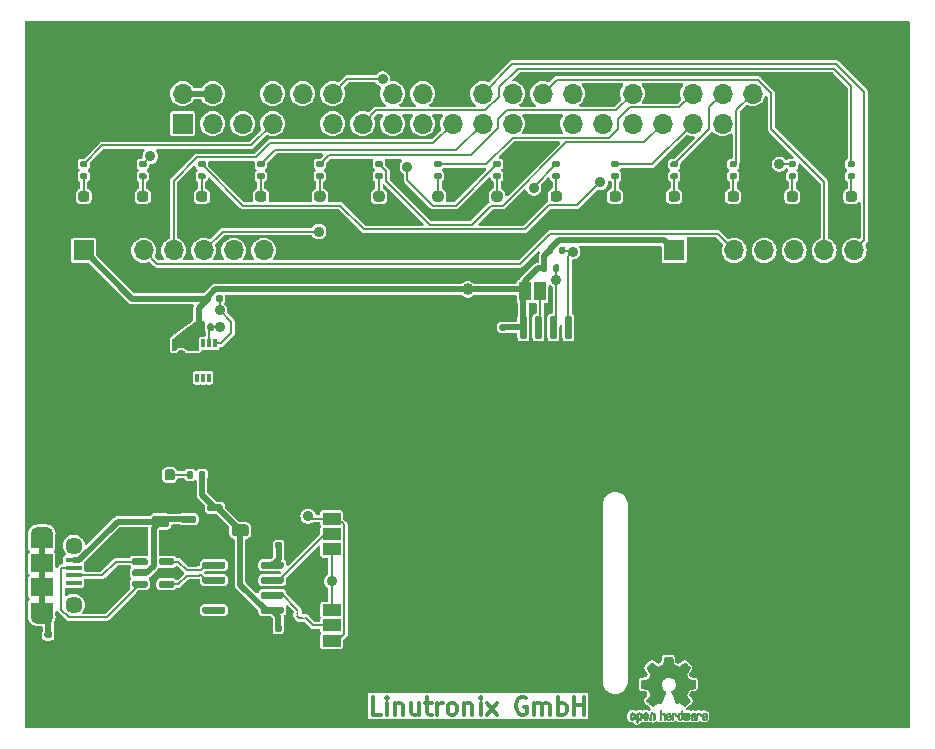
<source format=gtl>
G04 #@! TF.GenerationSoftware,KiCad,Pcbnew,7.0.8-7.0.8~ubuntu23.04.1*
G04 #@! TF.CreationDate,2023-11-21T11:50:35+00:00*
G04 #@! TF.ProjectId,baggerdails,62616767-6572-4646-9169-6c732e6b6963,rev?*
G04 #@! TF.SameCoordinates,Original*
G04 #@! TF.FileFunction,Copper,L1,Top*
G04 #@! TF.FilePolarity,Positive*
%FSLAX46Y46*%
G04 Gerber Fmt 4.6, Leading zero omitted, Abs format (unit mm)*
G04 Created by KiCad (PCBNEW 7.0.8-7.0.8~ubuntu23.04.1) date 2023-11-21 11:50:35*
%MOMM*%
%LPD*%
G01*
G04 APERTURE LIST*
%ADD10C,0.300000*%
G04 #@! TA.AperFunction,NonConductor*
%ADD11C,0.300000*%
G04 #@! TD*
G04 #@! TA.AperFunction,EtchedComponent*
%ADD12C,0.010000*%
G04 #@! TD*
G04 #@! TA.AperFunction,SMDPad,CuDef*
%ADD13R,1.500000X1.000000*%
G04 #@! TD*
G04 #@! TA.AperFunction,SMDPad,CuDef*
%ADD14R,1.000000X1.500000*%
G04 #@! TD*
G04 #@! TA.AperFunction,ComponentPad*
%ADD15R,1.700000X1.700000*%
G04 #@! TD*
G04 #@! TA.AperFunction,ComponentPad*
%ADD16O,1.700000X1.700000*%
G04 #@! TD*
G04 #@! TA.AperFunction,SMDPad,CuDef*
%ADD17R,0.300000X0.750000*%
G04 #@! TD*
G04 #@! TA.AperFunction,SMDPad,CuDef*
%ADD18R,1.500000X1.300000*%
G04 #@! TD*
G04 #@! TA.AperFunction,SMDPad,CuDef*
%ADD19R,1.350000X0.400000*%
G04 #@! TD*
G04 #@! TA.AperFunction,ComponentPad*
%ADD20O,1.900000X1.200000*%
G04 #@! TD*
G04 #@! TA.AperFunction,SMDPad,CuDef*
%ADD21R,1.900000X1.200000*%
G04 #@! TD*
G04 #@! TA.AperFunction,ComponentPad*
%ADD22C,1.450000*%
G04 #@! TD*
G04 #@! TA.AperFunction,SMDPad,CuDef*
%ADD23R,1.900000X1.500000*%
G04 #@! TD*
G04 #@! TA.AperFunction,ViaPad*
%ADD24C,0.900000*%
G04 #@! TD*
G04 #@! TA.AperFunction,ViaPad*
%ADD25C,1.000000*%
G04 #@! TD*
G04 #@! TA.AperFunction,Conductor*
%ADD26C,0.200000*%
G04 #@! TD*
G04 #@! TA.AperFunction,Conductor*
%ADD27C,0.500000*%
G04 #@! TD*
G04 APERTURE END LIST*
D10*
D11*
X125168796Y-98800828D02*
X124454510Y-98800828D01*
X124454510Y-98800828D02*
X124454510Y-97300828D01*
X125668796Y-98800828D02*
X125668796Y-97800828D01*
X125668796Y-97300828D02*
X125597368Y-97372257D01*
X125597368Y-97372257D02*
X125668796Y-97443685D01*
X125668796Y-97443685D02*
X125740225Y-97372257D01*
X125740225Y-97372257D02*
X125668796Y-97300828D01*
X125668796Y-97300828D02*
X125668796Y-97443685D01*
X126383082Y-97800828D02*
X126383082Y-98800828D01*
X126383082Y-97943685D02*
X126454511Y-97872257D01*
X126454511Y-97872257D02*
X126597368Y-97800828D01*
X126597368Y-97800828D02*
X126811654Y-97800828D01*
X126811654Y-97800828D02*
X126954511Y-97872257D01*
X126954511Y-97872257D02*
X127025940Y-98015114D01*
X127025940Y-98015114D02*
X127025940Y-98800828D01*
X128383083Y-97800828D02*
X128383083Y-98800828D01*
X127740225Y-97800828D02*
X127740225Y-98586542D01*
X127740225Y-98586542D02*
X127811654Y-98729400D01*
X127811654Y-98729400D02*
X127954511Y-98800828D01*
X127954511Y-98800828D02*
X128168797Y-98800828D01*
X128168797Y-98800828D02*
X128311654Y-98729400D01*
X128311654Y-98729400D02*
X128383083Y-98657971D01*
X128883083Y-97800828D02*
X129454511Y-97800828D01*
X129097368Y-97300828D02*
X129097368Y-98586542D01*
X129097368Y-98586542D02*
X129168797Y-98729400D01*
X129168797Y-98729400D02*
X129311654Y-98800828D01*
X129311654Y-98800828D02*
X129454511Y-98800828D01*
X129954511Y-98800828D02*
X129954511Y-97800828D01*
X129954511Y-98086542D02*
X130025940Y-97943685D01*
X130025940Y-97943685D02*
X130097369Y-97872257D01*
X130097369Y-97872257D02*
X130240226Y-97800828D01*
X130240226Y-97800828D02*
X130383083Y-97800828D01*
X131097368Y-98800828D02*
X130954511Y-98729400D01*
X130954511Y-98729400D02*
X130883082Y-98657971D01*
X130883082Y-98657971D02*
X130811654Y-98515114D01*
X130811654Y-98515114D02*
X130811654Y-98086542D01*
X130811654Y-98086542D02*
X130883082Y-97943685D01*
X130883082Y-97943685D02*
X130954511Y-97872257D01*
X130954511Y-97872257D02*
X131097368Y-97800828D01*
X131097368Y-97800828D02*
X131311654Y-97800828D01*
X131311654Y-97800828D02*
X131454511Y-97872257D01*
X131454511Y-97872257D02*
X131525940Y-97943685D01*
X131525940Y-97943685D02*
X131597368Y-98086542D01*
X131597368Y-98086542D02*
X131597368Y-98515114D01*
X131597368Y-98515114D02*
X131525940Y-98657971D01*
X131525940Y-98657971D02*
X131454511Y-98729400D01*
X131454511Y-98729400D02*
X131311654Y-98800828D01*
X131311654Y-98800828D02*
X131097368Y-98800828D01*
X132240225Y-97800828D02*
X132240225Y-98800828D01*
X132240225Y-97943685D02*
X132311654Y-97872257D01*
X132311654Y-97872257D02*
X132454511Y-97800828D01*
X132454511Y-97800828D02*
X132668797Y-97800828D01*
X132668797Y-97800828D02*
X132811654Y-97872257D01*
X132811654Y-97872257D02*
X132883083Y-98015114D01*
X132883083Y-98015114D02*
X132883083Y-98800828D01*
X133597368Y-98800828D02*
X133597368Y-97800828D01*
X133597368Y-97300828D02*
X133525940Y-97372257D01*
X133525940Y-97372257D02*
X133597368Y-97443685D01*
X133597368Y-97443685D02*
X133668797Y-97372257D01*
X133668797Y-97372257D02*
X133597368Y-97300828D01*
X133597368Y-97300828D02*
X133597368Y-97443685D01*
X134168797Y-98800828D02*
X134954512Y-97800828D01*
X134168797Y-97800828D02*
X134954512Y-98800828D01*
X137454512Y-97372257D02*
X137311655Y-97300828D01*
X137311655Y-97300828D02*
X137097369Y-97300828D01*
X137097369Y-97300828D02*
X136883083Y-97372257D01*
X136883083Y-97372257D02*
X136740226Y-97515114D01*
X136740226Y-97515114D02*
X136668797Y-97657971D01*
X136668797Y-97657971D02*
X136597369Y-97943685D01*
X136597369Y-97943685D02*
X136597369Y-98157971D01*
X136597369Y-98157971D02*
X136668797Y-98443685D01*
X136668797Y-98443685D02*
X136740226Y-98586542D01*
X136740226Y-98586542D02*
X136883083Y-98729400D01*
X136883083Y-98729400D02*
X137097369Y-98800828D01*
X137097369Y-98800828D02*
X137240226Y-98800828D01*
X137240226Y-98800828D02*
X137454512Y-98729400D01*
X137454512Y-98729400D02*
X137525940Y-98657971D01*
X137525940Y-98657971D02*
X137525940Y-98157971D01*
X137525940Y-98157971D02*
X137240226Y-98157971D01*
X138168797Y-98800828D02*
X138168797Y-97800828D01*
X138168797Y-97943685D02*
X138240226Y-97872257D01*
X138240226Y-97872257D02*
X138383083Y-97800828D01*
X138383083Y-97800828D02*
X138597369Y-97800828D01*
X138597369Y-97800828D02*
X138740226Y-97872257D01*
X138740226Y-97872257D02*
X138811655Y-98015114D01*
X138811655Y-98015114D02*
X138811655Y-98800828D01*
X138811655Y-98015114D02*
X138883083Y-97872257D01*
X138883083Y-97872257D02*
X139025940Y-97800828D01*
X139025940Y-97800828D02*
X139240226Y-97800828D01*
X139240226Y-97800828D02*
X139383083Y-97872257D01*
X139383083Y-97872257D02*
X139454512Y-98015114D01*
X139454512Y-98015114D02*
X139454512Y-98800828D01*
X140168797Y-98800828D02*
X140168797Y-97300828D01*
X140168797Y-97872257D02*
X140311655Y-97800828D01*
X140311655Y-97800828D02*
X140597369Y-97800828D01*
X140597369Y-97800828D02*
X140740226Y-97872257D01*
X140740226Y-97872257D02*
X140811655Y-97943685D01*
X140811655Y-97943685D02*
X140883083Y-98086542D01*
X140883083Y-98086542D02*
X140883083Y-98515114D01*
X140883083Y-98515114D02*
X140811655Y-98657971D01*
X140811655Y-98657971D02*
X140740226Y-98729400D01*
X140740226Y-98729400D02*
X140597369Y-98800828D01*
X140597369Y-98800828D02*
X140311655Y-98800828D01*
X140311655Y-98800828D02*
X140168797Y-98729400D01*
X141525940Y-98800828D02*
X141525940Y-97300828D01*
X141525940Y-98015114D02*
X142383083Y-98015114D01*
X142383083Y-98800828D02*
X142383083Y-97300828D01*
D12*
X152152600Y-98658752D02*
X152169948Y-98666334D01*
X152211356Y-98699128D01*
X152246765Y-98746547D01*
X152268664Y-98797151D01*
X152272229Y-98822098D01*
X152260279Y-98856927D01*
X152234067Y-98875357D01*
X152205964Y-98886516D01*
X152193095Y-98888572D01*
X152186829Y-98873649D01*
X152174456Y-98841175D01*
X152169028Y-98826502D01*
X152138590Y-98775744D01*
X152094520Y-98750427D01*
X152038010Y-98751206D01*
X152033825Y-98752203D01*
X152003655Y-98766507D01*
X151981476Y-98794393D01*
X151966327Y-98839287D01*
X151957250Y-98904615D01*
X151953286Y-98993804D01*
X151952914Y-99041261D01*
X151952730Y-99116071D01*
X151951522Y-99167069D01*
X151948309Y-99199471D01*
X151942109Y-99218495D01*
X151931940Y-99229356D01*
X151916819Y-99237272D01*
X151915946Y-99237670D01*
X151886828Y-99249981D01*
X151872403Y-99254514D01*
X151870186Y-99240809D01*
X151868289Y-99202925D01*
X151866847Y-99145715D01*
X151865998Y-99074027D01*
X151865829Y-99021565D01*
X151866692Y-98920047D01*
X151870070Y-98843032D01*
X151877142Y-98786023D01*
X151889088Y-98744526D01*
X151907090Y-98714043D01*
X151932327Y-98690080D01*
X151957247Y-98673355D01*
X152017171Y-98651097D01*
X152086911Y-98646076D01*
X152152600Y-98658752D01*
G04 #@! TA.AperFunction,EtchedComponent*
G36*
X152152600Y-98658752D02*
G01*
X152169948Y-98666334D01*
X152211356Y-98699128D01*
X152246765Y-98746547D01*
X152268664Y-98797151D01*
X152272229Y-98822098D01*
X152260279Y-98856927D01*
X152234067Y-98875357D01*
X152205964Y-98886516D01*
X152193095Y-98888572D01*
X152186829Y-98873649D01*
X152174456Y-98841175D01*
X152169028Y-98826502D01*
X152138590Y-98775744D01*
X152094520Y-98750427D01*
X152038010Y-98751206D01*
X152033825Y-98752203D01*
X152003655Y-98766507D01*
X151981476Y-98794393D01*
X151966327Y-98839287D01*
X151957250Y-98904615D01*
X151953286Y-98993804D01*
X151952914Y-99041261D01*
X151952730Y-99116071D01*
X151951522Y-99167069D01*
X151948309Y-99199471D01*
X151942109Y-99218495D01*
X151931940Y-99229356D01*
X151916819Y-99237272D01*
X151915946Y-99237670D01*
X151886828Y-99249981D01*
X151872403Y-99254514D01*
X151870186Y-99240809D01*
X151868289Y-99202925D01*
X151866847Y-99145715D01*
X151865998Y-99074027D01*
X151865829Y-99021565D01*
X151866692Y-98920047D01*
X151870070Y-98843032D01*
X151877142Y-98786023D01*
X151889088Y-98744526D01*
X151907090Y-98714043D01*
X151932327Y-98690080D01*
X151957247Y-98673355D01*
X152017171Y-98651097D01*
X152086911Y-98646076D01*
X152152600Y-98658752D01*
G37*
G04 #@! TD.AperFunction*
X148216093Y-98627780D02*
X148262672Y-98654723D01*
X148295057Y-98681466D01*
X148318742Y-98709484D01*
X148335059Y-98743748D01*
X148345339Y-98789227D01*
X148350914Y-98850892D01*
X148353116Y-98933711D01*
X148353371Y-98993246D01*
X148353371Y-99212391D01*
X148291686Y-99240044D01*
X148230000Y-99267697D01*
X148222743Y-99027670D01*
X148219744Y-98938028D01*
X148216598Y-98872962D01*
X148212701Y-98828026D01*
X148207447Y-98798770D01*
X148200231Y-98780748D01*
X148190450Y-98769511D01*
X148187312Y-98767079D01*
X148139761Y-98748083D01*
X148091697Y-98755600D01*
X148063086Y-98775543D01*
X148051447Y-98789675D01*
X148043391Y-98808220D01*
X148038271Y-98836334D01*
X148035441Y-98879173D01*
X148034256Y-98941895D01*
X148034057Y-99007261D01*
X148034018Y-99089268D01*
X148032614Y-99147316D01*
X148027914Y-99186465D01*
X148017987Y-99211780D01*
X148000903Y-99228323D01*
X147974732Y-99241156D01*
X147939775Y-99254491D01*
X147901596Y-99269007D01*
X147906141Y-99011389D01*
X147907971Y-98918519D01*
X147910112Y-98849889D01*
X147913181Y-98800711D01*
X147917794Y-98766198D01*
X147924568Y-98741562D01*
X147934119Y-98722016D01*
X147945634Y-98704770D01*
X148001190Y-98649680D01*
X148068980Y-98617822D01*
X148142713Y-98610191D01*
X148216093Y-98627780D01*
G04 #@! TA.AperFunction,EtchedComponent*
G36*
X148216093Y-98627780D02*
G01*
X148262672Y-98654723D01*
X148295057Y-98681466D01*
X148318742Y-98709484D01*
X148335059Y-98743748D01*
X148345339Y-98789227D01*
X148350914Y-98850892D01*
X148353116Y-98933711D01*
X148353371Y-98993246D01*
X148353371Y-99212391D01*
X148291686Y-99240044D01*
X148230000Y-99267697D01*
X148222743Y-99027670D01*
X148219744Y-98938028D01*
X148216598Y-98872962D01*
X148212701Y-98828026D01*
X148207447Y-98798770D01*
X148200231Y-98780748D01*
X148190450Y-98769511D01*
X148187312Y-98767079D01*
X148139761Y-98748083D01*
X148091697Y-98755600D01*
X148063086Y-98775543D01*
X148051447Y-98789675D01*
X148043391Y-98808220D01*
X148038271Y-98836334D01*
X148035441Y-98879173D01*
X148034256Y-98941895D01*
X148034057Y-99007261D01*
X148034018Y-99089268D01*
X148032614Y-99147316D01*
X148027914Y-99186465D01*
X148017987Y-99211780D01*
X148000903Y-99228323D01*
X147974732Y-99241156D01*
X147939775Y-99254491D01*
X147901596Y-99269007D01*
X147906141Y-99011389D01*
X147907971Y-98918519D01*
X147910112Y-98849889D01*
X147913181Y-98800711D01*
X147917794Y-98766198D01*
X147924568Y-98741562D01*
X147934119Y-98722016D01*
X147945634Y-98704770D01*
X148001190Y-98649680D01*
X148068980Y-98617822D01*
X148142713Y-98610191D01*
X148216093Y-98627780D01*
G37*
G04 #@! TD.AperFunction*
X150029926Y-98649755D02*
X150095858Y-98674084D01*
X150149273Y-98717117D01*
X150170164Y-98747409D01*
X150192939Y-98802994D01*
X150192466Y-98843186D01*
X150168562Y-98870217D01*
X150159717Y-98874813D01*
X150121530Y-98889144D01*
X150102028Y-98885472D01*
X150095422Y-98861407D01*
X150095086Y-98848114D01*
X150082992Y-98799210D01*
X150051471Y-98764999D01*
X150007659Y-98748476D01*
X149958695Y-98752634D01*
X149918894Y-98774227D01*
X149905450Y-98786544D01*
X149895921Y-98801487D01*
X149889485Y-98824075D01*
X149885317Y-98859328D01*
X149882597Y-98912266D01*
X149880502Y-98987907D01*
X149879960Y-99011857D01*
X149877981Y-99093790D01*
X149875731Y-99151455D01*
X149872357Y-99189608D01*
X149867006Y-99213004D01*
X149858824Y-99226398D01*
X149846959Y-99234545D01*
X149839362Y-99238144D01*
X149807102Y-99250452D01*
X149788111Y-99254514D01*
X149781836Y-99240948D01*
X149778006Y-99199934D01*
X149776600Y-99130999D01*
X149777598Y-99033669D01*
X149777908Y-99018657D01*
X149780101Y-98929859D01*
X149782693Y-98865019D01*
X149786382Y-98819067D01*
X149791864Y-98786935D01*
X149799835Y-98763553D01*
X149810993Y-98743852D01*
X149816830Y-98735410D01*
X149850296Y-98698057D01*
X149887727Y-98669003D01*
X149892309Y-98666467D01*
X149959426Y-98646443D01*
X150029926Y-98649755D01*
G04 #@! TA.AperFunction,EtchedComponent*
G36*
X150029926Y-98649755D02*
G01*
X150095858Y-98674084D01*
X150149273Y-98717117D01*
X150170164Y-98747409D01*
X150192939Y-98802994D01*
X150192466Y-98843186D01*
X150168562Y-98870217D01*
X150159717Y-98874813D01*
X150121530Y-98889144D01*
X150102028Y-98885472D01*
X150095422Y-98861407D01*
X150095086Y-98848114D01*
X150082992Y-98799210D01*
X150051471Y-98764999D01*
X150007659Y-98748476D01*
X149958695Y-98752634D01*
X149918894Y-98774227D01*
X149905450Y-98786544D01*
X149895921Y-98801487D01*
X149889485Y-98824075D01*
X149885317Y-98859328D01*
X149882597Y-98912266D01*
X149880502Y-98987907D01*
X149879960Y-99011857D01*
X149877981Y-99093790D01*
X149875731Y-99151455D01*
X149872357Y-99189608D01*
X149867006Y-99213004D01*
X149858824Y-99226398D01*
X149846959Y-99234545D01*
X149839362Y-99238144D01*
X149807102Y-99250452D01*
X149788111Y-99254514D01*
X149781836Y-99240948D01*
X149778006Y-99199934D01*
X149776600Y-99130999D01*
X149777598Y-99033669D01*
X149777908Y-99018657D01*
X149780101Y-98929859D01*
X149782693Y-98865019D01*
X149786382Y-98819067D01*
X149791864Y-98786935D01*
X149799835Y-98763553D01*
X149810993Y-98743852D01*
X149816830Y-98735410D01*
X149850296Y-98698057D01*
X149887727Y-98669003D01*
X149892309Y-98666467D01*
X149959426Y-98646443D01*
X150029926Y-98649755D01*
G37*
G04 #@! TD.AperFunction*
X148875886Y-98551289D02*
X148880139Y-98610613D01*
X148885025Y-98645572D01*
X148891795Y-98660820D01*
X148901702Y-98661015D01*
X148904914Y-98659195D01*
X148947644Y-98646015D01*
X149003227Y-98646785D01*
X149059737Y-98660333D01*
X149095082Y-98677861D01*
X149131321Y-98705861D01*
X149157813Y-98737549D01*
X149175999Y-98777813D01*
X149187322Y-98831543D01*
X149193222Y-98903626D01*
X149195143Y-98998951D01*
X149195177Y-99017237D01*
X149195200Y-99222646D01*
X149149491Y-99238580D01*
X149117027Y-99249420D01*
X149099215Y-99254468D01*
X149098691Y-99254514D01*
X149096937Y-99240828D01*
X149095444Y-99203076D01*
X149094326Y-99146224D01*
X149093697Y-99075234D01*
X149093600Y-99032073D01*
X149093398Y-98946973D01*
X149092358Y-98885981D01*
X149089831Y-98844177D01*
X149085164Y-98816642D01*
X149077707Y-98798456D01*
X149066811Y-98784698D01*
X149060007Y-98778073D01*
X149013272Y-98751375D01*
X148962272Y-98749375D01*
X148916001Y-98771955D01*
X148907444Y-98780107D01*
X148894893Y-98795436D01*
X148886188Y-98813618D01*
X148880631Y-98839909D01*
X148877526Y-98879562D01*
X148876176Y-98937832D01*
X148875886Y-99018173D01*
X148875886Y-99222646D01*
X148830177Y-99238580D01*
X148797713Y-99249420D01*
X148779901Y-99254468D01*
X148779377Y-99254514D01*
X148778037Y-99240623D01*
X148776828Y-99201439D01*
X148775801Y-99140700D01*
X148775002Y-99062141D01*
X148774481Y-98969498D01*
X148774286Y-98866509D01*
X148774286Y-98469342D01*
X148821457Y-98449444D01*
X148868629Y-98429547D01*
X148875886Y-98551289D01*
G04 #@! TA.AperFunction,EtchedComponent*
G36*
X148875886Y-98551289D02*
G01*
X148880139Y-98610613D01*
X148885025Y-98645572D01*
X148891795Y-98660820D01*
X148901702Y-98661015D01*
X148904914Y-98659195D01*
X148947644Y-98646015D01*
X149003227Y-98646785D01*
X149059737Y-98660333D01*
X149095082Y-98677861D01*
X149131321Y-98705861D01*
X149157813Y-98737549D01*
X149175999Y-98777813D01*
X149187322Y-98831543D01*
X149193222Y-98903626D01*
X149195143Y-98998951D01*
X149195177Y-99017237D01*
X149195200Y-99222646D01*
X149149491Y-99238580D01*
X149117027Y-99249420D01*
X149099215Y-99254468D01*
X149098691Y-99254514D01*
X149096937Y-99240828D01*
X149095444Y-99203076D01*
X149094326Y-99146224D01*
X149093697Y-99075234D01*
X149093600Y-99032073D01*
X149093398Y-98946973D01*
X149092358Y-98885981D01*
X149089831Y-98844177D01*
X149085164Y-98816642D01*
X149077707Y-98798456D01*
X149066811Y-98784698D01*
X149060007Y-98778073D01*
X149013272Y-98751375D01*
X148962272Y-98749375D01*
X148916001Y-98771955D01*
X148907444Y-98780107D01*
X148894893Y-98795436D01*
X148886188Y-98813618D01*
X148880631Y-98839909D01*
X148877526Y-98879562D01*
X148876176Y-98937832D01*
X148875886Y-99018173D01*
X148875886Y-99222646D01*
X148830177Y-99238580D01*
X148797713Y-99249420D01*
X148779901Y-99254468D01*
X148779377Y-99254514D01*
X148778037Y-99240623D01*
X148776828Y-99201439D01*
X148775801Y-99140700D01*
X148775002Y-99062141D01*
X148774481Y-98969498D01*
X148774286Y-98866509D01*
X148774286Y-98469342D01*
X148821457Y-98449444D01*
X148868629Y-98429547D01*
X148875886Y-98551289D01*
G37*
G04 #@! TD.AperFunction*
X151279833Y-98658663D02*
X151282048Y-98696850D01*
X151283784Y-98754886D01*
X151284899Y-98828180D01*
X151285257Y-98905055D01*
X151285257Y-99165196D01*
X151239326Y-99211127D01*
X151207675Y-99239429D01*
X151179890Y-99250893D01*
X151141915Y-99250168D01*
X151126840Y-99248321D01*
X151079726Y-99242948D01*
X151040756Y-99239869D01*
X151031257Y-99239585D01*
X150999233Y-99241445D01*
X150953432Y-99246114D01*
X150935674Y-99248321D01*
X150892057Y-99251735D01*
X150862745Y-99244320D01*
X150833680Y-99221427D01*
X150823188Y-99211127D01*
X150777257Y-99165196D01*
X150777257Y-98678602D01*
X150814226Y-98661758D01*
X150846059Y-98649282D01*
X150864683Y-98644914D01*
X150869458Y-98658718D01*
X150873921Y-98697286D01*
X150877775Y-98756356D01*
X150880722Y-98831663D01*
X150882143Y-98895286D01*
X150886114Y-99145657D01*
X150920759Y-99150556D01*
X150952268Y-99147131D01*
X150967708Y-99136041D01*
X150972023Y-99115308D01*
X150975708Y-99071145D01*
X150978469Y-99009146D01*
X150980012Y-98934909D01*
X150980235Y-98896706D01*
X150980457Y-98676783D01*
X151026166Y-98660849D01*
X151058518Y-98650015D01*
X151076115Y-98644962D01*
X151076623Y-98644914D01*
X151078388Y-98658648D01*
X151080329Y-98696730D01*
X151082282Y-98754482D01*
X151084084Y-98827227D01*
X151085343Y-98895286D01*
X151089314Y-99145657D01*
X151176400Y-99145657D01*
X151180396Y-98917240D01*
X151184392Y-98688822D01*
X151226847Y-98666868D01*
X151258192Y-98651793D01*
X151276744Y-98644951D01*
X151277279Y-98644914D01*
X151279833Y-98658663D01*
G04 #@! TA.AperFunction,EtchedComponent*
G36*
X151279833Y-98658663D02*
G01*
X151282048Y-98696850D01*
X151283784Y-98754886D01*
X151284899Y-98828180D01*
X151285257Y-98905055D01*
X151285257Y-99165196D01*
X151239326Y-99211127D01*
X151207675Y-99239429D01*
X151179890Y-99250893D01*
X151141915Y-99250168D01*
X151126840Y-99248321D01*
X151079726Y-99242948D01*
X151040756Y-99239869D01*
X151031257Y-99239585D01*
X150999233Y-99241445D01*
X150953432Y-99246114D01*
X150935674Y-99248321D01*
X150892057Y-99251735D01*
X150862745Y-99244320D01*
X150833680Y-99221427D01*
X150823188Y-99211127D01*
X150777257Y-99165196D01*
X150777257Y-98678602D01*
X150814226Y-98661758D01*
X150846059Y-98649282D01*
X150864683Y-98644914D01*
X150869458Y-98658718D01*
X150873921Y-98697286D01*
X150877775Y-98756356D01*
X150880722Y-98831663D01*
X150882143Y-98895286D01*
X150886114Y-99145657D01*
X150920759Y-99150556D01*
X150952268Y-99147131D01*
X150967708Y-99136041D01*
X150972023Y-99115308D01*
X150975708Y-99071145D01*
X150978469Y-99009146D01*
X150980012Y-98934909D01*
X150980235Y-98896706D01*
X150980457Y-98676783D01*
X151026166Y-98660849D01*
X151058518Y-98650015D01*
X151076115Y-98644962D01*
X151076623Y-98644914D01*
X151078388Y-98658648D01*
X151080329Y-98696730D01*
X151082282Y-98754482D01*
X151084084Y-98827227D01*
X151085343Y-98895286D01*
X151089314Y-99145657D01*
X151176400Y-99145657D01*
X151180396Y-98917240D01*
X151184392Y-98688822D01*
X151226847Y-98666868D01*
X151258192Y-98651793D01*
X151276744Y-98644951D01*
X151277279Y-98644914D01*
X151279833Y-98658663D01*
G37*
G04 #@! TD.AperFunction*
X146541115Y-98621962D02*
X146609145Y-98657733D01*
X146659351Y-98715301D01*
X146677185Y-98752312D01*
X146691063Y-98807882D01*
X146698167Y-98878096D01*
X146698840Y-98954727D01*
X146693427Y-99029552D01*
X146682270Y-99094342D01*
X146665714Y-99140873D01*
X146660626Y-99148887D01*
X146600355Y-99208707D01*
X146528769Y-99244535D01*
X146451092Y-99255020D01*
X146372548Y-99238810D01*
X146350689Y-99229092D01*
X146308122Y-99199143D01*
X146270763Y-99159433D01*
X146267232Y-99154397D01*
X146252881Y-99130124D01*
X146243394Y-99104178D01*
X146237790Y-99070022D01*
X146235086Y-99021119D01*
X146234299Y-98950935D01*
X146234286Y-98935200D01*
X146234322Y-98930192D01*
X146379429Y-98930192D01*
X146380273Y-98996430D01*
X146383596Y-99040386D01*
X146390583Y-99068779D01*
X146402416Y-99088325D01*
X146408457Y-99094857D01*
X146443186Y-99119680D01*
X146476903Y-99118548D01*
X146510995Y-99097016D01*
X146531329Y-99074029D01*
X146543371Y-99040478D01*
X146550134Y-98987569D01*
X146550598Y-98981399D01*
X146551752Y-98885513D01*
X146539688Y-98814299D01*
X146514570Y-98768194D01*
X146476560Y-98747635D01*
X146462992Y-98746514D01*
X146427364Y-98752152D01*
X146402994Y-98771686D01*
X146388093Y-98809042D01*
X146380875Y-98868150D01*
X146379429Y-98930192D01*
X146234322Y-98930192D01*
X146234826Y-98860413D01*
X146237096Y-98808159D01*
X146242068Y-98771949D01*
X146250713Y-98745299D01*
X146264005Y-98721722D01*
X146266943Y-98717338D01*
X146316313Y-98658249D01*
X146370109Y-98623947D01*
X146435602Y-98610331D01*
X146457842Y-98609665D01*
X146541115Y-98621962D01*
G04 #@! TA.AperFunction,EtchedComponent*
G36*
X146541115Y-98621962D02*
G01*
X146609145Y-98657733D01*
X146659351Y-98715301D01*
X146677185Y-98752312D01*
X146691063Y-98807882D01*
X146698167Y-98878096D01*
X146698840Y-98954727D01*
X146693427Y-99029552D01*
X146682270Y-99094342D01*
X146665714Y-99140873D01*
X146660626Y-99148887D01*
X146600355Y-99208707D01*
X146528769Y-99244535D01*
X146451092Y-99255020D01*
X146372548Y-99238810D01*
X146350689Y-99229092D01*
X146308122Y-99199143D01*
X146270763Y-99159433D01*
X146267232Y-99154397D01*
X146252881Y-99130124D01*
X146243394Y-99104178D01*
X146237790Y-99070022D01*
X146235086Y-99021119D01*
X146234299Y-98950935D01*
X146234286Y-98935200D01*
X146234322Y-98930192D01*
X146379429Y-98930192D01*
X146380273Y-98996430D01*
X146383596Y-99040386D01*
X146390583Y-99068779D01*
X146402416Y-99088325D01*
X146408457Y-99094857D01*
X146443186Y-99119680D01*
X146476903Y-99118548D01*
X146510995Y-99097016D01*
X146531329Y-99074029D01*
X146543371Y-99040478D01*
X146550134Y-98987569D01*
X146550598Y-98981399D01*
X146551752Y-98885513D01*
X146539688Y-98814299D01*
X146514570Y-98768194D01*
X146476560Y-98747635D01*
X146462992Y-98746514D01*
X146427364Y-98752152D01*
X146402994Y-98771686D01*
X146388093Y-98809042D01*
X146380875Y-98868150D01*
X146379429Y-98930192D01*
X146234322Y-98930192D01*
X146234826Y-98860413D01*
X146237096Y-98808159D01*
X146242068Y-98771949D01*
X146250713Y-98745299D01*
X146264005Y-98721722D01*
X146266943Y-98717338D01*
X146316313Y-98658249D01*
X146370109Y-98623947D01*
X146435602Y-98610331D01*
X146457842Y-98609665D01*
X146541115Y-98621962D01*
G37*
G04 #@! TD.AperFunction*
X152653595Y-98666966D02*
X152711021Y-98704497D01*
X152738719Y-98738096D01*
X152760662Y-98799064D01*
X152762405Y-98847308D01*
X152758457Y-98911816D01*
X152609686Y-98976934D01*
X152537349Y-99010202D01*
X152490084Y-99036964D01*
X152465507Y-99060144D01*
X152461237Y-99082667D01*
X152474889Y-99107455D01*
X152489943Y-99123886D01*
X152533746Y-99150235D01*
X152581389Y-99152081D01*
X152625145Y-99131546D01*
X152657289Y-99090752D01*
X152663038Y-99076347D01*
X152690576Y-99031356D01*
X152722258Y-99012182D01*
X152765714Y-98995779D01*
X152765714Y-99057966D01*
X152761872Y-99100283D01*
X152746823Y-99135969D01*
X152715280Y-99176943D01*
X152710592Y-99182267D01*
X152675506Y-99218720D01*
X152645347Y-99238283D01*
X152607615Y-99247283D01*
X152576335Y-99250230D01*
X152520385Y-99250965D01*
X152480555Y-99241660D01*
X152455708Y-99227846D01*
X152416656Y-99197467D01*
X152389625Y-99164613D01*
X152372517Y-99123294D01*
X152363238Y-99067521D01*
X152359693Y-98991305D01*
X152359410Y-98952622D01*
X152360372Y-98906247D01*
X152448007Y-98906247D01*
X152449023Y-98931126D01*
X152451556Y-98935200D01*
X152468274Y-98929665D01*
X152504249Y-98915017D01*
X152552331Y-98894190D01*
X152562386Y-98889714D01*
X152623152Y-98858814D01*
X152656632Y-98831657D01*
X152663990Y-98806220D01*
X152646391Y-98780481D01*
X152631856Y-98769109D01*
X152579410Y-98746364D01*
X152530322Y-98750122D01*
X152489227Y-98777884D01*
X152460758Y-98827152D01*
X152451631Y-98866257D01*
X152448007Y-98906247D01*
X152360372Y-98906247D01*
X152361285Y-98862249D01*
X152368196Y-98795384D01*
X152381884Y-98746695D01*
X152404096Y-98710849D01*
X152436574Y-98682513D01*
X152450733Y-98673355D01*
X152515053Y-98649507D01*
X152585473Y-98648006D01*
X152653595Y-98666966D01*
G04 #@! TA.AperFunction,EtchedComponent*
G36*
X152653595Y-98666966D02*
G01*
X152711021Y-98704497D01*
X152738719Y-98738096D01*
X152760662Y-98799064D01*
X152762405Y-98847308D01*
X152758457Y-98911816D01*
X152609686Y-98976934D01*
X152537349Y-99010202D01*
X152490084Y-99036964D01*
X152465507Y-99060144D01*
X152461237Y-99082667D01*
X152474889Y-99107455D01*
X152489943Y-99123886D01*
X152533746Y-99150235D01*
X152581389Y-99152081D01*
X152625145Y-99131546D01*
X152657289Y-99090752D01*
X152663038Y-99076347D01*
X152690576Y-99031356D01*
X152722258Y-99012182D01*
X152765714Y-98995779D01*
X152765714Y-99057966D01*
X152761872Y-99100283D01*
X152746823Y-99135969D01*
X152715280Y-99176943D01*
X152710592Y-99182267D01*
X152675506Y-99218720D01*
X152645347Y-99238283D01*
X152607615Y-99247283D01*
X152576335Y-99250230D01*
X152520385Y-99250965D01*
X152480555Y-99241660D01*
X152455708Y-99227846D01*
X152416656Y-99197467D01*
X152389625Y-99164613D01*
X152372517Y-99123294D01*
X152363238Y-99067521D01*
X152359693Y-98991305D01*
X152359410Y-98952622D01*
X152360372Y-98906247D01*
X152448007Y-98906247D01*
X152449023Y-98931126D01*
X152451556Y-98935200D01*
X152468274Y-98929665D01*
X152504249Y-98915017D01*
X152552331Y-98894190D01*
X152562386Y-98889714D01*
X152623152Y-98858814D01*
X152656632Y-98831657D01*
X152663990Y-98806220D01*
X152646391Y-98780481D01*
X152631856Y-98769109D01*
X152579410Y-98746364D01*
X152530322Y-98750122D01*
X152489227Y-98777884D01*
X152460758Y-98827152D01*
X152451631Y-98866257D01*
X152448007Y-98906247D01*
X152360372Y-98906247D01*
X152361285Y-98862249D01*
X152368196Y-98795384D01*
X152381884Y-98746695D01*
X152404096Y-98710849D01*
X152436574Y-98682513D01*
X152450733Y-98673355D01*
X152515053Y-98649507D01*
X152585473Y-98648006D01*
X152653595Y-98666966D01*
G37*
G04 #@! TD.AperFunction*
X150690117Y-98765358D02*
X150689933Y-98873837D01*
X150689219Y-98957287D01*
X150687675Y-99019704D01*
X150685001Y-99065085D01*
X150680894Y-99097429D01*
X150675055Y-99120733D01*
X150667182Y-99138995D01*
X150661221Y-99149418D01*
X150611855Y-99205945D01*
X150549264Y-99241377D01*
X150480013Y-99254090D01*
X150410668Y-99242463D01*
X150369375Y-99221568D01*
X150326025Y-99185422D01*
X150296481Y-99141276D01*
X150278655Y-99083462D01*
X150270463Y-99006313D01*
X150269302Y-98949714D01*
X150269458Y-98945647D01*
X150370857Y-98945647D01*
X150371476Y-99010550D01*
X150374314Y-99053514D01*
X150380840Y-99081622D01*
X150392523Y-99101953D01*
X150406483Y-99117288D01*
X150453365Y-99146890D01*
X150503701Y-99149419D01*
X150551276Y-99124705D01*
X150554979Y-99121356D01*
X150570783Y-99103935D01*
X150580693Y-99083209D01*
X150586058Y-99052362D01*
X150588228Y-99004577D01*
X150588571Y-98951748D01*
X150587827Y-98885381D01*
X150584748Y-98841106D01*
X150578061Y-98812009D01*
X150566496Y-98791173D01*
X150557013Y-98780107D01*
X150512960Y-98752198D01*
X150462224Y-98748843D01*
X150413796Y-98770159D01*
X150404450Y-98778073D01*
X150388540Y-98795647D01*
X150378610Y-98816587D01*
X150373278Y-98847782D01*
X150371163Y-98896122D01*
X150370857Y-98945647D01*
X150269458Y-98945647D01*
X150272810Y-98858568D01*
X150284726Y-98790086D01*
X150307135Y-98738600D01*
X150342124Y-98698443D01*
X150369375Y-98677861D01*
X150418907Y-98655625D01*
X150476316Y-98645304D01*
X150529682Y-98648067D01*
X150559543Y-98659212D01*
X150571261Y-98662383D01*
X150579037Y-98650557D01*
X150584465Y-98618866D01*
X150588571Y-98570593D01*
X150593067Y-98516829D01*
X150599313Y-98484482D01*
X150610676Y-98465985D01*
X150630528Y-98453770D01*
X150643000Y-98448362D01*
X150690171Y-98428601D01*
X150690117Y-98765358D01*
G04 #@! TA.AperFunction,EtchedComponent*
G36*
X150690117Y-98765358D02*
G01*
X150689933Y-98873837D01*
X150689219Y-98957287D01*
X150687675Y-99019704D01*
X150685001Y-99065085D01*
X150680894Y-99097429D01*
X150675055Y-99120733D01*
X150667182Y-99138995D01*
X150661221Y-99149418D01*
X150611855Y-99205945D01*
X150549264Y-99241377D01*
X150480013Y-99254090D01*
X150410668Y-99242463D01*
X150369375Y-99221568D01*
X150326025Y-99185422D01*
X150296481Y-99141276D01*
X150278655Y-99083462D01*
X150270463Y-99006313D01*
X150269302Y-98949714D01*
X150269458Y-98945647D01*
X150370857Y-98945647D01*
X150371476Y-99010550D01*
X150374314Y-99053514D01*
X150380840Y-99081622D01*
X150392523Y-99101953D01*
X150406483Y-99117288D01*
X150453365Y-99146890D01*
X150503701Y-99149419D01*
X150551276Y-99124705D01*
X150554979Y-99121356D01*
X150570783Y-99103935D01*
X150580693Y-99083209D01*
X150586058Y-99052362D01*
X150588228Y-99004577D01*
X150588571Y-98951748D01*
X150587827Y-98885381D01*
X150584748Y-98841106D01*
X150578061Y-98812009D01*
X150566496Y-98791173D01*
X150557013Y-98780107D01*
X150512960Y-98752198D01*
X150462224Y-98748843D01*
X150413796Y-98770159D01*
X150404450Y-98778073D01*
X150388540Y-98795647D01*
X150378610Y-98816587D01*
X150373278Y-98847782D01*
X150371163Y-98896122D01*
X150370857Y-98945647D01*
X150269458Y-98945647D01*
X150272810Y-98858568D01*
X150284726Y-98790086D01*
X150307135Y-98738600D01*
X150342124Y-98698443D01*
X150369375Y-98677861D01*
X150418907Y-98655625D01*
X150476316Y-98645304D01*
X150529682Y-98648067D01*
X150559543Y-98659212D01*
X150571261Y-98662383D01*
X150579037Y-98650557D01*
X150584465Y-98618866D01*
X150588571Y-98570593D01*
X150593067Y-98516829D01*
X150599313Y-98484482D01*
X150610676Y-98465985D01*
X150630528Y-98453770D01*
X150643000Y-98448362D01*
X150690171Y-98428601D01*
X150690117Y-98765358D01*
G37*
G04 #@! TD.AperFunction*
X147668303Y-98631239D02*
X147725527Y-98669735D01*
X147769749Y-98725335D01*
X147796167Y-98796086D01*
X147801510Y-98848162D01*
X147800903Y-98869893D01*
X147795822Y-98886531D01*
X147781855Y-98901437D01*
X147754589Y-98917973D01*
X147709612Y-98939498D01*
X147642511Y-98969374D01*
X147642171Y-98969524D01*
X147580407Y-98997813D01*
X147529759Y-99022933D01*
X147495404Y-99042179D01*
X147482518Y-99052848D01*
X147482514Y-99052934D01*
X147493872Y-99076166D01*
X147520431Y-99101774D01*
X147550923Y-99120221D01*
X147566370Y-99123886D01*
X147608515Y-99111212D01*
X147644808Y-99079471D01*
X147662517Y-99044572D01*
X147679552Y-99018845D01*
X147712922Y-98989546D01*
X147752149Y-98964235D01*
X147786756Y-98950471D01*
X147793993Y-98949714D01*
X147802139Y-98962160D01*
X147802630Y-98993972D01*
X147796643Y-99036866D01*
X147785357Y-99082558D01*
X147769950Y-99122761D01*
X147769171Y-99124322D01*
X147722804Y-99189062D01*
X147662711Y-99233097D01*
X147594465Y-99254711D01*
X147523638Y-99252185D01*
X147455804Y-99223804D01*
X147452788Y-99221808D01*
X147399427Y-99173448D01*
X147364340Y-99110352D01*
X147344922Y-99027387D01*
X147342316Y-99004078D01*
X147337701Y-98894055D01*
X147343233Y-98842748D01*
X147482514Y-98842748D01*
X147484324Y-98874753D01*
X147494222Y-98884093D01*
X147518898Y-98877105D01*
X147557795Y-98860587D01*
X147601275Y-98839881D01*
X147602356Y-98839333D01*
X147639209Y-98819949D01*
X147654000Y-98807013D01*
X147650353Y-98793451D01*
X147634995Y-98775632D01*
X147595923Y-98749845D01*
X147553846Y-98747950D01*
X147516103Y-98766717D01*
X147490034Y-98802915D01*
X147482514Y-98842748D01*
X147343233Y-98842748D01*
X147347194Y-98806027D01*
X147371550Y-98736212D01*
X147405456Y-98687302D01*
X147466653Y-98637878D01*
X147534063Y-98613359D01*
X147602880Y-98611797D01*
X147668303Y-98631239D01*
G04 #@! TA.AperFunction,EtchedComponent*
G36*
X147668303Y-98631239D02*
G01*
X147725527Y-98669735D01*
X147769749Y-98725335D01*
X147796167Y-98796086D01*
X147801510Y-98848162D01*
X147800903Y-98869893D01*
X147795822Y-98886531D01*
X147781855Y-98901437D01*
X147754589Y-98917973D01*
X147709612Y-98939498D01*
X147642511Y-98969374D01*
X147642171Y-98969524D01*
X147580407Y-98997813D01*
X147529759Y-99022933D01*
X147495404Y-99042179D01*
X147482518Y-99052848D01*
X147482514Y-99052934D01*
X147493872Y-99076166D01*
X147520431Y-99101774D01*
X147550923Y-99120221D01*
X147566370Y-99123886D01*
X147608515Y-99111212D01*
X147644808Y-99079471D01*
X147662517Y-99044572D01*
X147679552Y-99018845D01*
X147712922Y-98989546D01*
X147752149Y-98964235D01*
X147786756Y-98950471D01*
X147793993Y-98949714D01*
X147802139Y-98962160D01*
X147802630Y-98993972D01*
X147796643Y-99036866D01*
X147785357Y-99082558D01*
X147769950Y-99122761D01*
X147769171Y-99124322D01*
X147722804Y-99189062D01*
X147662711Y-99233097D01*
X147594465Y-99254711D01*
X147523638Y-99252185D01*
X147455804Y-99223804D01*
X147452788Y-99221808D01*
X147399427Y-99173448D01*
X147364340Y-99110352D01*
X147344922Y-99027387D01*
X147342316Y-99004078D01*
X147337701Y-98894055D01*
X147343233Y-98842748D01*
X147482514Y-98842748D01*
X147484324Y-98874753D01*
X147494222Y-98884093D01*
X147518898Y-98877105D01*
X147557795Y-98860587D01*
X147601275Y-98839881D01*
X147602356Y-98839333D01*
X147639209Y-98819949D01*
X147654000Y-98807013D01*
X147650353Y-98793451D01*
X147634995Y-98775632D01*
X147595923Y-98749845D01*
X147553846Y-98747950D01*
X147516103Y-98766717D01*
X147490034Y-98802915D01*
X147482514Y-98842748D01*
X147343233Y-98842748D01*
X147347194Y-98806027D01*
X147371550Y-98736212D01*
X147405456Y-98687302D01*
X147466653Y-98637878D01*
X147534063Y-98613359D01*
X147602880Y-98611797D01*
X147668303Y-98631239D01*
G37*
G04 #@! TD.AperFunction*
X149539744Y-98650968D02*
X149596616Y-98672087D01*
X149597267Y-98672493D01*
X149632440Y-98698380D01*
X149658407Y-98728633D01*
X149676670Y-98768058D01*
X149688732Y-98821462D01*
X149696096Y-98893651D01*
X149700264Y-98989432D01*
X149700629Y-99003078D01*
X149705876Y-99208842D01*
X149661716Y-99231678D01*
X149629763Y-99247110D01*
X149610470Y-99254423D01*
X149609578Y-99254514D01*
X149606239Y-99241022D01*
X149603587Y-99204626D01*
X149601956Y-99151452D01*
X149601600Y-99108393D01*
X149601592Y-99038641D01*
X149598403Y-98994837D01*
X149587288Y-98973944D01*
X149563501Y-98972925D01*
X149522296Y-98988741D01*
X149460086Y-99017815D01*
X149414341Y-99041963D01*
X149390813Y-99062913D01*
X149383896Y-99085747D01*
X149383886Y-99086877D01*
X149395299Y-99126212D01*
X149429092Y-99147462D01*
X149480809Y-99150539D01*
X149518061Y-99150006D01*
X149537703Y-99160735D01*
X149549952Y-99186505D01*
X149557002Y-99219337D01*
X149546842Y-99237966D01*
X149543017Y-99240632D01*
X149507001Y-99251340D01*
X149456566Y-99252856D01*
X149404626Y-99245759D01*
X149367822Y-99232788D01*
X149316938Y-99189585D01*
X149288014Y-99129446D01*
X149282286Y-99082462D01*
X149286657Y-99040082D01*
X149302475Y-99005488D01*
X149333797Y-98974763D01*
X149384678Y-98943990D01*
X149459176Y-98909252D01*
X149463714Y-98907288D01*
X149530821Y-98876287D01*
X149572232Y-98850862D01*
X149589981Y-98828014D01*
X149586107Y-98804745D01*
X149562643Y-98778056D01*
X149555627Y-98771914D01*
X149508630Y-98748100D01*
X149459933Y-98749103D01*
X149417522Y-98772451D01*
X149389384Y-98815675D01*
X149386769Y-98824160D01*
X149361308Y-98865308D01*
X149329001Y-98885128D01*
X149282286Y-98904770D01*
X149282286Y-98853950D01*
X149296496Y-98780082D01*
X149338675Y-98712327D01*
X149360624Y-98689661D01*
X149410517Y-98660569D01*
X149473967Y-98647400D01*
X149539744Y-98650968D01*
G04 #@! TA.AperFunction,EtchedComponent*
G36*
X149539744Y-98650968D02*
G01*
X149596616Y-98672087D01*
X149597267Y-98672493D01*
X149632440Y-98698380D01*
X149658407Y-98728633D01*
X149676670Y-98768058D01*
X149688732Y-98821462D01*
X149696096Y-98893651D01*
X149700264Y-98989432D01*
X149700629Y-99003078D01*
X149705876Y-99208842D01*
X149661716Y-99231678D01*
X149629763Y-99247110D01*
X149610470Y-99254423D01*
X149609578Y-99254514D01*
X149606239Y-99241022D01*
X149603587Y-99204626D01*
X149601956Y-99151452D01*
X149601600Y-99108393D01*
X149601592Y-99038641D01*
X149598403Y-98994837D01*
X149587288Y-98973944D01*
X149563501Y-98972925D01*
X149522296Y-98988741D01*
X149460086Y-99017815D01*
X149414341Y-99041963D01*
X149390813Y-99062913D01*
X149383896Y-99085747D01*
X149383886Y-99086877D01*
X149395299Y-99126212D01*
X149429092Y-99147462D01*
X149480809Y-99150539D01*
X149518061Y-99150006D01*
X149537703Y-99160735D01*
X149549952Y-99186505D01*
X149557002Y-99219337D01*
X149546842Y-99237966D01*
X149543017Y-99240632D01*
X149507001Y-99251340D01*
X149456566Y-99252856D01*
X149404626Y-99245759D01*
X149367822Y-99232788D01*
X149316938Y-99189585D01*
X149288014Y-99129446D01*
X149282286Y-99082462D01*
X149286657Y-99040082D01*
X149302475Y-99005488D01*
X149333797Y-98974763D01*
X149384678Y-98943990D01*
X149459176Y-98909252D01*
X149463714Y-98907288D01*
X149530821Y-98876287D01*
X149572232Y-98850862D01*
X149589981Y-98828014D01*
X149586107Y-98804745D01*
X149562643Y-98778056D01*
X149555627Y-98771914D01*
X149508630Y-98748100D01*
X149459933Y-98749103D01*
X149417522Y-98772451D01*
X149389384Y-98815675D01*
X149386769Y-98824160D01*
X149361308Y-98865308D01*
X149329001Y-98885128D01*
X149282286Y-98904770D01*
X149282286Y-98853950D01*
X149296496Y-98780082D01*
X149338675Y-98712327D01*
X149360624Y-98689661D01*
X149410517Y-98660569D01*
X149473967Y-98647400D01*
X149539744Y-98650968D01*
G37*
G04 #@! TD.AperFunction*
X147099744Y-98619918D02*
X147155201Y-98647568D01*
X147204148Y-98698480D01*
X147217629Y-98717338D01*
X147232314Y-98742015D01*
X147241842Y-98768816D01*
X147247293Y-98804587D01*
X147249747Y-98856169D01*
X147250286Y-98924267D01*
X147247852Y-99017588D01*
X147239394Y-99087657D01*
X147223174Y-99139931D01*
X147197454Y-99179869D01*
X147160497Y-99212929D01*
X147157782Y-99214886D01*
X147121360Y-99234908D01*
X147077502Y-99244815D01*
X147021724Y-99247257D01*
X146931048Y-99247257D01*
X146931010Y-99335283D01*
X146930166Y-99384308D01*
X146925024Y-99413065D01*
X146911587Y-99430311D01*
X146885858Y-99444808D01*
X146879679Y-99447769D01*
X146850764Y-99461648D01*
X146828376Y-99470414D01*
X146811729Y-99471171D01*
X146800036Y-99461023D01*
X146792510Y-99437073D01*
X146788366Y-99396426D01*
X146786815Y-99336186D01*
X146787071Y-99253455D01*
X146788349Y-99145339D01*
X146788748Y-99113000D01*
X146790185Y-99001524D01*
X146791472Y-98928603D01*
X146930971Y-98928603D01*
X146931755Y-98990499D01*
X146935240Y-99030997D01*
X146943124Y-99057708D01*
X146957105Y-99078244D01*
X146966597Y-99088260D01*
X147005404Y-99117567D01*
X147039763Y-99119952D01*
X147075216Y-99095750D01*
X147076114Y-99094857D01*
X147090539Y-99076153D01*
X147099313Y-99050732D01*
X147103739Y-99011584D01*
X147105118Y-98951697D01*
X147105143Y-98938430D01*
X147101812Y-98855901D01*
X147090969Y-98798691D01*
X147071340Y-98763766D01*
X147041650Y-98748094D01*
X147024491Y-98746514D01*
X146983766Y-98753926D01*
X146955832Y-98778330D01*
X146939017Y-98822980D01*
X146931650Y-98891130D01*
X146930971Y-98928603D01*
X146791472Y-98928603D01*
X146791708Y-98915245D01*
X146793677Y-98850333D01*
X146796450Y-98802958D01*
X146800388Y-98769290D01*
X146805849Y-98745498D01*
X146813192Y-98727753D01*
X146822777Y-98712224D01*
X146826887Y-98706381D01*
X146881405Y-98651185D01*
X146950336Y-98619890D01*
X147030072Y-98611165D01*
X147099744Y-98619918D01*
G04 #@! TA.AperFunction,EtchedComponent*
G36*
X147099744Y-98619918D02*
G01*
X147155201Y-98647568D01*
X147204148Y-98698480D01*
X147217629Y-98717338D01*
X147232314Y-98742015D01*
X147241842Y-98768816D01*
X147247293Y-98804587D01*
X147249747Y-98856169D01*
X147250286Y-98924267D01*
X147247852Y-99017588D01*
X147239394Y-99087657D01*
X147223174Y-99139931D01*
X147197454Y-99179869D01*
X147160497Y-99212929D01*
X147157782Y-99214886D01*
X147121360Y-99234908D01*
X147077502Y-99244815D01*
X147021724Y-99247257D01*
X146931048Y-99247257D01*
X146931010Y-99335283D01*
X146930166Y-99384308D01*
X146925024Y-99413065D01*
X146911587Y-99430311D01*
X146885858Y-99444808D01*
X146879679Y-99447769D01*
X146850764Y-99461648D01*
X146828376Y-99470414D01*
X146811729Y-99471171D01*
X146800036Y-99461023D01*
X146792510Y-99437073D01*
X146788366Y-99396426D01*
X146786815Y-99336186D01*
X146787071Y-99253455D01*
X146788349Y-99145339D01*
X146788748Y-99113000D01*
X146790185Y-99001524D01*
X146791472Y-98928603D01*
X146930971Y-98928603D01*
X146931755Y-98990499D01*
X146935240Y-99030997D01*
X146943124Y-99057708D01*
X146957105Y-99078244D01*
X146966597Y-99088260D01*
X147005404Y-99117567D01*
X147039763Y-99119952D01*
X147075216Y-99095750D01*
X147076114Y-99094857D01*
X147090539Y-99076153D01*
X147099313Y-99050732D01*
X147103739Y-99011584D01*
X147105118Y-98951697D01*
X147105143Y-98938430D01*
X147101812Y-98855901D01*
X147090969Y-98798691D01*
X147071340Y-98763766D01*
X147041650Y-98748094D01*
X147024491Y-98746514D01*
X146983766Y-98753926D01*
X146955832Y-98778330D01*
X146939017Y-98822980D01*
X146931650Y-98891130D01*
X146930971Y-98928603D01*
X146791472Y-98928603D01*
X146791708Y-98915245D01*
X146793677Y-98850333D01*
X146796450Y-98802958D01*
X146800388Y-98769290D01*
X146805849Y-98745498D01*
X146813192Y-98727753D01*
X146822777Y-98712224D01*
X146826887Y-98706381D01*
X146881405Y-98651185D01*
X146950336Y-98619890D01*
X147030072Y-98611165D01*
X147099744Y-98619918D01*
G37*
G04 #@! TD.AperFunction*
X151644876Y-98656335D02*
X151686667Y-98675344D01*
X151719469Y-98698378D01*
X151743503Y-98724133D01*
X151760097Y-98757358D01*
X151770577Y-98802800D01*
X151776271Y-98865207D01*
X151778507Y-98949327D01*
X151778743Y-99004721D01*
X151778743Y-99220826D01*
X151741774Y-99237670D01*
X151712656Y-99249981D01*
X151698231Y-99254514D01*
X151695472Y-99241025D01*
X151693282Y-99204653D01*
X151691942Y-99151542D01*
X151691657Y-99109372D01*
X151690434Y-99048447D01*
X151687136Y-99000115D01*
X151682321Y-98970518D01*
X151678496Y-98964229D01*
X151652783Y-98970652D01*
X151612418Y-98987125D01*
X151565679Y-99009458D01*
X151520845Y-99033457D01*
X151486193Y-99054930D01*
X151470002Y-99069685D01*
X151469938Y-99069845D01*
X151471330Y-99097152D01*
X151483818Y-99123219D01*
X151505743Y-99144392D01*
X151537743Y-99151474D01*
X151565092Y-99150649D01*
X151603826Y-99150042D01*
X151624158Y-99159116D01*
X151636369Y-99183092D01*
X151637909Y-99187613D01*
X151643203Y-99221806D01*
X151629047Y-99242568D01*
X151592148Y-99252462D01*
X151552289Y-99254292D01*
X151480562Y-99240727D01*
X151443432Y-99221355D01*
X151397576Y-99175845D01*
X151373256Y-99119983D01*
X151371073Y-99060957D01*
X151391629Y-99005953D01*
X151422549Y-98971486D01*
X151453420Y-98952189D01*
X151501942Y-98927759D01*
X151558485Y-98902985D01*
X151567910Y-98899199D01*
X151630019Y-98871791D01*
X151665822Y-98847634D01*
X151677337Y-98823619D01*
X151666580Y-98796635D01*
X151648114Y-98775543D01*
X151604469Y-98749572D01*
X151556446Y-98747624D01*
X151512406Y-98767637D01*
X151480709Y-98807551D01*
X151476549Y-98817848D01*
X151452327Y-98855724D01*
X151416965Y-98883842D01*
X151372343Y-98906917D01*
X151372343Y-98841485D01*
X151374969Y-98801506D01*
X151386230Y-98769997D01*
X151411199Y-98736378D01*
X151435169Y-98710484D01*
X151472441Y-98673817D01*
X151501401Y-98654121D01*
X151532505Y-98646220D01*
X151567713Y-98644914D01*
X151644876Y-98656335D01*
G04 #@! TA.AperFunction,EtchedComponent*
G36*
X151644876Y-98656335D02*
G01*
X151686667Y-98675344D01*
X151719469Y-98698378D01*
X151743503Y-98724133D01*
X151760097Y-98757358D01*
X151770577Y-98802800D01*
X151776271Y-98865207D01*
X151778507Y-98949327D01*
X151778743Y-99004721D01*
X151778743Y-99220826D01*
X151741774Y-99237670D01*
X151712656Y-99249981D01*
X151698231Y-99254514D01*
X151695472Y-99241025D01*
X151693282Y-99204653D01*
X151691942Y-99151542D01*
X151691657Y-99109372D01*
X151690434Y-99048447D01*
X151687136Y-99000115D01*
X151682321Y-98970518D01*
X151678496Y-98964229D01*
X151652783Y-98970652D01*
X151612418Y-98987125D01*
X151565679Y-99009458D01*
X151520845Y-99033457D01*
X151486193Y-99054930D01*
X151470002Y-99069685D01*
X151469938Y-99069845D01*
X151471330Y-99097152D01*
X151483818Y-99123219D01*
X151505743Y-99144392D01*
X151537743Y-99151474D01*
X151565092Y-99150649D01*
X151603826Y-99150042D01*
X151624158Y-99159116D01*
X151636369Y-99183092D01*
X151637909Y-99187613D01*
X151643203Y-99221806D01*
X151629047Y-99242568D01*
X151592148Y-99252462D01*
X151552289Y-99254292D01*
X151480562Y-99240727D01*
X151443432Y-99221355D01*
X151397576Y-99175845D01*
X151373256Y-99119983D01*
X151371073Y-99060957D01*
X151391629Y-99005953D01*
X151422549Y-98971486D01*
X151453420Y-98952189D01*
X151501942Y-98927759D01*
X151558485Y-98902985D01*
X151567910Y-98899199D01*
X151630019Y-98871791D01*
X151665822Y-98847634D01*
X151677337Y-98823619D01*
X151666580Y-98796635D01*
X151648114Y-98775543D01*
X151604469Y-98749572D01*
X151556446Y-98747624D01*
X151512406Y-98767637D01*
X151480709Y-98807551D01*
X151476549Y-98817848D01*
X151452327Y-98855724D01*
X151416965Y-98883842D01*
X151372343Y-98906917D01*
X151372343Y-98841485D01*
X151374969Y-98801506D01*
X151386230Y-98769997D01*
X151411199Y-98736378D01*
X151435169Y-98710484D01*
X151472441Y-98673817D01*
X151501401Y-98654121D01*
X151532505Y-98646220D01*
X151567713Y-98644914D01*
X151644876Y-98656335D01*
G37*
G04 #@! TD.AperFunction*
X149603910Y-93942348D02*
X149682454Y-93942778D01*
X149739298Y-93943942D01*
X149778105Y-93946207D01*
X149802538Y-93949940D01*
X149816262Y-93955506D01*
X149822940Y-93963273D01*
X149826236Y-93973605D01*
X149826556Y-93974943D01*
X149831562Y-93999079D01*
X149840829Y-94046701D01*
X149853392Y-94112741D01*
X149868287Y-94192128D01*
X149884551Y-94279796D01*
X149885119Y-94282875D01*
X149901410Y-94368789D01*
X149916652Y-94444696D01*
X149929861Y-94506045D01*
X149940054Y-94548282D01*
X149946248Y-94566855D01*
X149946543Y-94567184D01*
X149964788Y-94576253D01*
X150002405Y-94591367D01*
X150051271Y-94609262D01*
X150051543Y-94609358D01*
X150113093Y-94632493D01*
X150185657Y-94661965D01*
X150254057Y-94691597D01*
X150257294Y-94693062D01*
X150368702Y-94743626D01*
X150615399Y-94575160D01*
X150691077Y-94523803D01*
X150759631Y-94477889D01*
X150817088Y-94440030D01*
X150859476Y-94412837D01*
X150882825Y-94398921D01*
X150885042Y-94397889D01*
X150902010Y-94402484D01*
X150933701Y-94424655D01*
X150981352Y-94465447D01*
X151046198Y-94525905D01*
X151112397Y-94590227D01*
X151176214Y-94653612D01*
X151233329Y-94711451D01*
X151280305Y-94760175D01*
X151313703Y-94796210D01*
X151330085Y-94815984D01*
X151330694Y-94817002D01*
X151332505Y-94830572D01*
X151325683Y-94852733D01*
X151308540Y-94886478D01*
X151279393Y-94934800D01*
X151236555Y-95000692D01*
X151179448Y-95085517D01*
X151128766Y-95160177D01*
X151083461Y-95227140D01*
X151046150Y-95282516D01*
X151019452Y-95322420D01*
X151005985Y-95342962D01*
X151005137Y-95344356D01*
X151006781Y-95364038D01*
X151019245Y-95402293D01*
X151040048Y-95451889D01*
X151047462Y-95467728D01*
X151079814Y-95538290D01*
X151114328Y-95618353D01*
X151142365Y-95687629D01*
X151162568Y-95739045D01*
X151178615Y-95778119D01*
X151187888Y-95798541D01*
X151189041Y-95800114D01*
X151206096Y-95802721D01*
X151246298Y-95809863D01*
X151304302Y-95820523D01*
X151374763Y-95833685D01*
X151452335Y-95848333D01*
X151531672Y-95863449D01*
X151607431Y-95878018D01*
X151674264Y-95891022D01*
X151726828Y-95901445D01*
X151759776Y-95908270D01*
X151767857Y-95910199D01*
X151776205Y-95914962D01*
X151782506Y-95925718D01*
X151787045Y-95946098D01*
X151790104Y-95979734D01*
X151791967Y-96030255D01*
X151792918Y-96101292D01*
X151793240Y-96196476D01*
X151793257Y-96235492D01*
X151793257Y-96552799D01*
X151717057Y-96567839D01*
X151674663Y-96575995D01*
X151611400Y-96587899D01*
X151534962Y-96602116D01*
X151453043Y-96617210D01*
X151430400Y-96621355D01*
X151354806Y-96636053D01*
X151288953Y-96650505D01*
X151238366Y-96663375D01*
X151208574Y-96673322D01*
X151203612Y-96676287D01*
X151191426Y-96697283D01*
X151173953Y-96737967D01*
X151154577Y-96790322D01*
X151150734Y-96801600D01*
X151125339Y-96871523D01*
X151093817Y-96950418D01*
X151062969Y-97021266D01*
X151062817Y-97021595D01*
X151011447Y-97132733D01*
X151180399Y-97381253D01*
X151349352Y-97629772D01*
X151132429Y-97847058D01*
X151066819Y-97911726D01*
X151006979Y-97968733D01*
X150956267Y-98015033D01*
X150918046Y-98047584D01*
X150895675Y-98063343D01*
X150892466Y-98064343D01*
X150873626Y-98056469D01*
X150835180Y-98034578D01*
X150781330Y-98001267D01*
X150716276Y-97959131D01*
X150645940Y-97911943D01*
X150574555Y-97863810D01*
X150510908Y-97821928D01*
X150459041Y-97788871D01*
X150422995Y-97767218D01*
X150406867Y-97759543D01*
X150387189Y-97766037D01*
X150349875Y-97783150D01*
X150302621Y-97807326D01*
X150297612Y-97810013D01*
X150233977Y-97841927D01*
X150190341Y-97857579D01*
X150163202Y-97857745D01*
X150149057Y-97843204D01*
X150148975Y-97843000D01*
X150141905Y-97825779D01*
X150125042Y-97784899D01*
X150099695Y-97723525D01*
X150067171Y-97644819D01*
X150028778Y-97551947D01*
X149985822Y-97448072D01*
X149944222Y-97347502D01*
X149898504Y-97236516D01*
X149856526Y-97133703D01*
X149819548Y-97042215D01*
X149788827Y-96965201D01*
X149765622Y-96905815D01*
X149751190Y-96867209D01*
X149746743Y-96852800D01*
X149757896Y-96836272D01*
X149787069Y-96809930D01*
X149825971Y-96780887D01*
X149936757Y-96689039D01*
X150023351Y-96583759D01*
X150084716Y-96467266D01*
X150119815Y-96341776D01*
X150127608Y-96209507D01*
X150121943Y-96148457D01*
X150091078Y-96021795D01*
X150037920Y-95909941D01*
X149965767Y-95814001D01*
X149877917Y-95735076D01*
X149777665Y-95674270D01*
X149668310Y-95632687D01*
X149553147Y-95611428D01*
X149435475Y-95611599D01*
X149318590Y-95634301D01*
X149205789Y-95680638D01*
X149100369Y-95751713D01*
X149056368Y-95791911D01*
X148971979Y-95895129D01*
X148913222Y-96007925D01*
X148879704Y-96127010D01*
X148871035Y-96249095D01*
X148886823Y-96370893D01*
X148926678Y-96489116D01*
X148990207Y-96600475D01*
X149077021Y-96701684D01*
X149174029Y-96780887D01*
X149214437Y-96811162D01*
X149242982Y-96837219D01*
X149253257Y-96852825D01*
X149247877Y-96869843D01*
X149232575Y-96910500D01*
X149208612Y-96971642D01*
X149177244Y-97050119D01*
X149139732Y-97142780D01*
X149097333Y-97246472D01*
X149055663Y-97347526D01*
X149009690Y-97458607D01*
X148967107Y-97561541D01*
X148929221Y-97653165D01*
X148897340Y-97730316D01*
X148872771Y-97789831D01*
X148856820Y-97828544D01*
X148850910Y-97843000D01*
X148836948Y-97857685D01*
X148809940Y-97857642D01*
X148766413Y-97842099D01*
X148702890Y-97810284D01*
X148702388Y-97810013D01*
X148654560Y-97785323D01*
X148615897Y-97767338D01*
X148594095Y-97759614D01*
X148593133Y-97759543D01*
X148576721Y-97767378D01*
X148540487Y-97789165D01*
X148488474Y-97822328D01*
X148424725Y-97864291D01*
X148354060Y-97911943D01*
X148282116Y-97960191D01*
X148217274Y-98002151D01*
X148163735Y-98035227D01*
X148125697Y-98056821D01*
X148107533Y-98064343D01*
X148090808Y-98054457D01*
X148057180Y-98026826D01*
X148010010Y-97984495D01*
X147952658Y-97930505D01*
X147888484Y-97867899D01*
X147867497Y-97846983D01*
X147650499Y-97629623D01*
X147815668Y-97387220D01*
X147865864Y-97312781D01*
X147909919Y-97245972D01*
X147945362Y-97190665D01*
X147969719Y-97150729D01*
X147980522Y-97130036D01*
X147980838Y-97128563D01*
X147975143Y-97109058D01*
X147959826Y-97069822D01*
X147937537Y-97017430D01*
X147921893Y-96982355D01*
X147892641Y-96915201D01*
X147865094Y-96847358D01*
X147843737Y-96790034D01*
X147837935Y-96772572D01*
X147821452Y-96725938D01*
X147805340Y-96689905D01*
X147796490Y-96676287D01*
X147776960Y-96667952D01*
X147734334Y-96656137D01*
X147674145Y-96642181D01*
X147601922Y-96627422D01*
X147569600Y-96621355D01*
X147487522Y-96606273D01*
X147408795Y-96591669D01*
X147341109Y-96578980D01*
X147292160Y-96569642D01*
X147282943Y-96567839D01*
X147206743Y-96552799D01*
X147206743Y-96235492D01*
X147206914Y-96131154D01*
X147207616Y-96052213D01*
X147209134Y-95995038D01*
X147211749Y-95955999D01*
X147215746Y-95931465D01*
X147221409Y-95917805D01*
X147229020Y-95911389D01*
X147232143Y-95910199D01*
X147250978Y-95905980D01*
X147292588Y-95897562D01*
X147351630Y-95885961D01*
X147422757Y-95872195D01*
X147500625Y-95857280D01*
X147579887Y-95842232D01*
X147655198Y-95828069D01*
X147721213Y-95815806D01*
X147772587Y-95806461D01*
X147803975Y-95801050D01*
X147810959Y-95800114D01*
X147817285Y-95787596D01*
X147831290Y-95754246D01*
X147850355Y-95706377D01*
X147857634Y-95687629D01*
X147886996Y-95615195D01*
X147921571Y-95535170D01*
X147952537Y-95467728D01*
X147975323Y-95416159D01*
X147990482Y-95373785D01*
X147995542Y-95347834D01*
X147994736Y-95344356D01*
X147984041Y-95327936D01*
X147959620Y-95291417D01*
X147924095Y-95238687D01*
X147880087Y-95173635D01*
X147830217Y-95100151D01*
X147820356Y-95085645D01*
X147762492Y-94999704D01*
X147719956Y-94934261D01*
X147691054Y-94886304D01*
X147674090Y-94852820D01*
X147667367Y-94830795D01*
X147669190Y-94817217D01*
X147669236Y-94817131D01*
X147683586Y-94799297D01*
X147715323Y-94764817D01*
X147761010Y-94717268D01*
X147817204Y-94660222D01*
X147880468Y-94597255D01*
X147887602Y-94590227D01*
X147967330Y-94513020D01*
X148028857Y-94456330D01*
X148073421Y-94419110D01*
X148102257Y-94400315D01*
X148114958Y-94397889D01*
X148133494Y-94408471D01*
X148171961Y-94432916D01*
X148226386Y-94468612D01*
X148292798Y-94512947D01*
X148367225Y-94563311D01*
X148384601Y-94575160D01*
X148631297Y-94743626D01*
X148742706Y-94693062D01*
X148810457Y-94663595D01*
X148883183Y-94633959D01*
X148945703Y-94610330D01*
X148948457Y-94609358D01*
X148997360Y-94591457D01*
X149035057Y-94576320D01*
X149053425Y-94567210D01*
X149053456Y-94567184D01*
X149059285Y-94550717D01*
X149069192Y-94510219D01*
X149082195Y-94450242D01*
X149097309Y-94375340D01*
X149113552Y-94290064D01*
X149114881Y-94282875D01*
X149131175Y-94195014D01*
X149146133Y-94115260D01*
X149158791Y-94048681D01*
X149168186Y-94000347D01*
X149173354Y-93975325D01*
X149173444Y-93974943D01*
X149176589Y-93964299D01*
X149182704Y-93956262D01*
X149195453Y-93950467D01*
X149218500Y-93946547D01*
X149255509Y-93944135D01*
X149310144Y-93942865D01*
X149386067Y-93942371D01*
X149486944Y-93942286D01*
X149500000Y-93942286D01*
X149603910Y-93942348D01*
G04 #@! TA.AperFunction,EtchedComponent*
G36*
X149603910Y-93942348D02*
G01*
X149682454Y-93942778D01*
X149739298Y-93943942D01*
X149778105Y-93946207D01*
X149802538Y-93949940D01*
X149816262Y-93955506D01*
X149822940Y-93963273D01*
X149826236Y-93973605D01*
X149826556Y-93974943D01*
X149831562Y-93999079D01*
X149840829Y-94046701D01*
X149853392Y-94112741D01*
X149868287Y-94192128D01*
X149884551Y-94279796D01*
X149885119Y-94282875D01*
X149901410Y-94368789D01*
X149916652Y-94444696D01*
X149929861Y-94506045D01*
X149940054Y-94548282D01*
X149946248Y-94566855D01*
X149946543Y-94567184D01*
X149964788Y-94576253D01*
X150002405Y-94591367D01*
X150051271Y-94609262D01*
X150051543Y-94609358D01*
X150113093Y-94632493D01*
X150185657Y-94661965D01*
X150254057Y-94691597D01*
X150257294Y-94693062D01*
X150368702Y-94743626D01*
X150615399Y-94575160D01*
X150691077Y-94523803D01*
X150759631Y-94477889D01*
X150817088Y-94440030D01*
X150859476Y-94412837D01*
X150882825Y-94398921D01*
X150885042Y-94397889D01*
X150902010Y-94402484D01*
X150933701Y-94424655D01*
X150981352Y-94465447D01*
X151046198Y-94525905D01*
X151112397Y-94590227D01*
X151176214Y-94653612D01*
X151233329Y-94711451D01*
X151280305Y-94760175D01*
X151313703Y-94796210D01*
X151330085Y-94815984D01*
X151330694Y-94817002D01*
X151332505Y-94830572D01*
X151325683Y-94852733D01*
X151308540Y-94886478D01*
X151279393Y-94934800D01*
X151236555Y-95000692D01*
X151179448Y-95085517D01*
X151128766Y-95160177D01*
X151083461Y-95227140D01*
X151046150Y-95282516D01*
X151019452Y-95322420D01*
X151005985Y-95342962D01*
X151005137Y-95344356D01*
X151006781Y-95364038D01*
X151019245Y-95402293D01*
X151040048Y-95451889D01*
X151047462Y-95467728D01*
X151079814Y-95538290D01*
X151114328Y-95618353D01*
X151142365Y-95687629D01*
X151162568Y-95739045D01*
X151178615Y-95778119D01*
X151187888Y-95798541D01*
X151189041Y-95800114D01*
X151206096Y-95802721D01*
X151246298Y-95809863D01*
X151304302Y-95820523D01*
X151374763Y-95833685D01*
X151452335Y-95848333D01*
X151531672Y-95863449D01*
X151607431Y-95878018D01*
X151674264Y-95891022D01*
X151726828Y-95901445D01*
X151759776Y-95908270D01*
X151767857Y-95910199D01*
X151776205Y-95914962D01*
X151782506Y-95925718D01*
X151787045Y-95946098D01*
X151790104Y-95979734D01*
X151791967Y-96030255D01*
X151792918Y-96101292D01*
X151793240Y-96196476D01*
X151793257Y-96235492D01*
X151793257Y-96552799D01*
X151717057Y-96567839D01*
X151674663Y-96575995D01*
X151611400Y-96587899D01*
X151534962Y-96602116D01*
X151453043Y-96617210D01*
X151430400Y-96621355D01*
X151354806Y-96636053D01*
X151288953Y-96650505D01*
X151238366Y-96663375D01*
X151208574Y-96673322D01*
X151203612Y-96676287D01*
X151191426Y-96697283D01*
X151173953Y-96737967D01*
X151154577Y-96790322D01*
X151150734Y-96801600D01*
X151125339Y-96871523D01*
X151093817Y-96950418D01*
X151062969Y-97021266D01*
X151062817Y-97021595D01*
X151011447Y-97132733D01*
X151180399Y-97381253D01*
X151349352Y-97629772D01*
X151132429Y-97847058D01*
X151066819Y-97911726D01*
X151006979Y-97968733D01*
X150956267Y-98015033D01*
X150918046Y-98047584D01*
X150895675Y-98063343D01*
X150892466Y-98064343D01*
X150873626Y-98056469D01*
X150835180Y-98034578D01*
X150781330Y-98001267D01*
X150716276Y-97959131D01*
X150645940Y-97911943D01*
X150574555Y-97863810D01*
X150510908Y-97821928D01*
X150459041Y-97788871D01*
X150422995Y-97767218D01*
X150406867Y-97759543D01*
X150387189Y-97766037D01*
X150349875Y-97783150D01*
X150302621Y-97807326D01*
X150297612Y-97810013D01*
X150233977Y-97841927D01*
X150190341Y-97857579D01*
X150163202Y-97857745D01*
X150149057Y-97843204D01*
X150148975Y-97843000D01*
X150141905Y-97825779D01*
X150125042Y-97784899D01*
X150099695Y-97723525D01*
X150067171Y-97644819D01*
X150028778Y-97551947D01*
X149985822Y-97448072D01*
X149944222Y-97347502D01*
X149898504Y-97236516D01*
X149856526Y-97133703D01*
X149819548Y-97042215D01*
X149788827Y-96965201D01*
X149765622Y-96905815D01*
X149751190Y-96867209D01*
X149746743Y-96852800D01*
X149757896Y-96836272D01*
X149787069Y-96809930D01*
X149825971Y-96780887D01*
X149936757Y-96689039D01*
X150023351Y-96583759D01*
X150084716Y-96467266D01*
X150119815Y-96341776D01*
X150127608Y-96209507D01*
X150121943Y-96148457D01*
X150091078Y-96021795D01*
X150037920Y-95909941D01*
X149965767Y-95814001D01*
X149877917Y-95735076D01*
X149777665Y-95674270D01*
X149668310Y-95632687D01*
X149553147Y-95611428D01*
X149435475Y-95611599D01*
X149318590Y-95634301D01*
X149205789Y-95680638D01*
X149100369Y-95751713D01*
X149056368Y-95791911D01*
X148971979Y-95895129D01*
X148913222Y-96007925D01*
X148879704Y-96127010D01*
X148871035Y-96249095D01*
X148886823Y-96370893D01*
X148926678Y-96489116D01*
X148990207Y-96600475D01*
X149077021Y-96701684D01*
X149174029Y-96780887D01*
X149214437Y-96811162D01*
X149242982Y-96837219D01*
X149253257Y-96852825D01*
X149247877Y-96869843D01*
X149232575Y-96910500D01*
X149208612Y-96971642D01*
X149177244Y-97050119D01*
X149139732Y-97142780D01*
X149097333Y-97246472D01*
X149055663Y-97347526D01*
X149009690Y-97458607D01*
X148967107Y-97561541D01*
X148929221Y-97653165D01*
X148897340Y-97730316D01*
X148872771Y-97789831D01*
X148856820Y-97828544D01*
X148850910Y-97843000D01*
X148836948Y-97857685D01*
X148809940Y-97857642D01*
X148766413Y-97842099D01*
X148702890Y-97810284D01*
X148702388Y-97810013D01*
X148654560Y-97785323D01*
X148615897Y-97767338D01*
X148594095Y-97759614D01*
X148593133Y-97759543D01*
X148576721Y-97767378D01*
X148540487Y-97789165D01*
X148488474Y-97822328D01*
X148424725Y-97864291D01*
X148354060Y-97911943D01*
X148282116Y-97960191D01*
X148217274Y-98002151D01*
X148163735Y-98035227D01*
X148125697Y-98056821D01*
X148107533Y-98064343D01*
X148090808Y-98054457D01*
X148057180Y-98026826D01*
X148010010Y-97984495D01*
X147952658Y-97930505D01*
X147888484Y-97867899D01*
X147867497Y-97846983D01*
X147650499Y-97629623D01*
X147815668Y-97387220D01*
X147865864Y-97312781D01*
X147909919Y-97245972D01*
X147945362Y-97190665D01*
X147969719Y-97150729D01*
X147980522Y-97130036D01*
X147980838Y-97128563D01*
X147975143Y-97109058D01*
X147959826Y-97069822D01*
X147937537Y-97017430D01*
X147921893Y-96982355D01*
X147892641Y-96915201D01*
X147865094Y-96847358D01*
X147843737Y-96790034D01*
X147837935Y-96772572D01*
X147821452Y-96725938D01*
X147805340Y-96689905D01*
X147796490Y-96676287D01*
X147776960Y-96667952D01*
X147734334Y-96656137D01*
X147674145Y-96642181D01*
X147601922Y-96627422D01*
X147569600Y-96621355D01*
X147487522Y-96606273D01*
X147408795Y-96591669D01*
X147341109Y-96578980D01*
X147292160Y-96569642D01*
X147282943Y-96567839D01*
X147206743Y-96552799D01*
X147206743Y-96235492D01*
X147206914Y-96131154D01*
X147207616Y-96052213D01*
X147209134Y-95995038D01*
X147211749Y-95955999D01*
X147215746Y-95931465D01*
X147221409Y-95917805D01*
X147229020Y-95911389D01*
X147232143Y-95910199D01*
X147250978Y-95905980D01*
X147292588Y-95897562D01*
X147351630Y-95885961D01*
X147422757Y-95872195D01*
X147500625Y-95857280D01*
X147579887Y-95842232D01*
X147655198Y-95828069D01*
X147721213Y-95815806D01*
X147772587Y-95806461D01*
X147803975Y-95801050D01*
X147810959Y-95800114D01*
X147817285Y-95787596D01*
X147831290Y-95754246D01*
X147850355Y-95706377D01*
X147857634Y-95687629D01*
X147886996Y-95615195D01*
X147921571Y-95535170D01*
X147952537Y-95467728D01*
X147975323Y-95416159D01*
X147990482Y-95373785D01*
X147995542Y-95347834D01*
X147994736Y-95344356D01*
X147984041Y-95327936D01*
X147959620Y-95291417D01*
X147924095Y-95238687D01*
X147880087Y-95173635D01*
X147830217Y-95100151D01*
X147820356Y-95085645D01*
X147762492Y-94999704D01*
X147719956Y-94934261D01*
X147691054Y-94886304D01*
X147674090Y-94852820D01*
X147667367Y-94830795D01*
X147669190Y-94817217D01*
X147669236Y-94817131D01*
X147683586Y-94799297D01*
X147715323Y-94764817D01*
X147761010Y-94717268D01*
X147817204Y-94660222D01*
X147880468Y-94597255D01*
X147887602Y-94590227D01*
X147967330Y-94513020D01*
X148028857Y-94456330D01*
X148073421Y-94419110D01*
X148102257Y-94400315D01*
X148114958Y-94397889D01*
X148133494Y-94408471D01*
X148171961Y-94432916D01*
X148226386Y-94468612D01*
X148292798Y-94512947D01*
X148367225Y-94563311D01*
X148384601Y-94575160D01*
X148631297Y-94743626D01*
X148742706Y-94693062D01*
X148810457Y-94663595D01*
X148883183Y-94633959D01*
X148945703Y-94610330D01*
X148948457Y-94609358D01*
X148997360Y-94591457D01*
X149035057Y-94576320D01*
X149053425Y-94567210D01*
X149053456Y-94567184D01*
X149059285Y-94550717D01*
X149069192Y-94510219D01*
X149082195Y-94450242D01*
X149097309Y-94375340D01*
X149113552Y-94290064D01*
X149114881Y-94282875D01*
X149131175Y-94195014D01*
X149146133Y-94115260D01*
X149158791Y-94048681D01*
X149168186Y-94000347D01*
X149173354Y-93975325D01*
X149173444Y-93974943D01*
X149176589Y-93964299D01*
X149182704Y-93956262D01*
X149195453Y-93950467D01*
X149218500Y-93946547D01*
X149255509Y-93944135D01*
X149310144Y-93942865D01*
X149386067Y-93942371D01*
X149486944Y-93942286D01*
X149500000Y-93942286D01*
X149603910Y-93942348D01*
G37*
G04 #@! TD.AperFunction*
G04 #@! TA.AperFunction,SMDPad,CuDef*
G36*
G01*
X111800000Y-83050000D02*
X111800000Y-83350000D01*
G75*
G02*
X111650000Y-83500000I-150000J0D01*
G01*
X110625000Y-83500000D01*
G75*
G02*
X110475000Y-83350000I0J150000D01*
G01*
X110475000Y-83050000D01*
G75*
G02*
X110625000Y-82900000I150000J0D01*
G01*
X111650000Y-82900000D01*
G75*
G02*
X111800000Y-83050000I0J-150000D01*
G01*
G37*
G04 #@! TD.AperFunction*
G04 #@! TA.AperFunction,SMDPad,CuDef*
G36*
G01*
X111800000Y-81150000D02*
X111800000Y-81450000D01*
G75*
G02*
X111650000Y-81600000I-150000J0D01*
G01*
X110625000Y-81600000D01*
G75*
G02*
X110475000Y-81450000I0J150000D01*
G01*
X110475000Y-81150000D01*
G75*
G02*
X110625000Y-81000000I150000J0D01*
G01*
X111650000Y-81000000D01*
G75*
G02*
X111800000Y-81150000I0J-150000D01*
G01*
G37*
G04 #@! TD.AperFunction*
G04 #@! TA.AperFunction,SMDPad,CuDef*
G36*
G01*
X109525000Y-82100000D02*
X109525000Y-82400000D01*
G75*
G02*
X109375000Y-82550000I-150000J0D01*
G01*
X108350000Y-82550000D01*
G75*
G02*
X108200000Y-82400000I0J150000D01*
G01*
X108200000Y-82100000D01*
G75*
G02*
X108350000Y-81950000I150000J0D01*
G01*
X109375000Y-81950000D01*
G75*
G02*
X109525000Y-82100000I0J-150000D01*
G01*
G37*
G04 #@! TD.AperFunction*
G04 #@! TA.AperFunction,SMDPad,CuDef*
G36*
G01*
X96827500Y-91735000D02*
X97172500Y-91735000D01*
G75*
G02*
X97320000Y-91882500I0J-147500D01*
G01*
X97320000Y-92177500D01*
G75*
G02*
X97172500Y-92325000I-147500J0D01*
G01*
X96827500Y-92325000D01*
G75*
G02*
X96680000Y-92177500I0J147500D01*
G01*
X96680000Y-91882500D01*
G75*
G02*
X96827500Y-91735000I147500J0D01*
G01*
G37*
G04 #@! TD.AperFunction*
G04 #@! TA.AperFunction,SMDPad,CuDef*
G36*
G01*
X96827500Y-92705000D02*
X97172500Y-92705000D01*
G75*
G02*
X97320000Y-92852500I0J-147500D01*
G01*
X97320000Y-93147500D01*
G75*
G02*
X97172500Y-93295000I-147500J0D01*
G01*
X96827500Y-93295000D01*
G75*
G02*
X96680000Y-93147500I0J147500D01*
G01*
X96680000Y-92852500D01*
G75*
G02*
X96827500Y-92705000I147500J0D01*
G01*
G37*
G04 #@! TD.AperFunction*
D13*
X121000000Y-84800000D03*
X121000000Y-83500000D03*
X121000000Y-82200000D03*
G04 #@! TA.AperFunction,SMDPad,CuDef*
G36*
G01*
X120256250Y-56937500D02*
X119743750Y-56937500D01*
G75*
G02*
X119525000Y-56718750I0J218750D01*
G01*
X119525000Y-56281250D01*
G75*
G02*
X119743750Y-56062500I218750J0D01*
G01*
X120256250Y-56062500D01*
G75*
G02*
X120475000Y-56281250I0J-218750D01*
G01*
X120475000Y-56718750D01*
G75*
G02*
X120256250Y-56937500I-218750J0D01*
G01*
G37*
G04 #@! TD.AperFunction*
G04 #@! TA.AperFunction,SMDPad,CuDef*
G36*
G01*
X120256250Y-55362500D02*
X119743750Y-55362500D01*
G75*
G02*
X119525000Y-55143750I0J218750D01*
G01*
X119525000Y-54706250D01*
G75*
G02*
X119743750Y-54487500I218750J0D01*
G01*
X120256250Y-54487500D01*
G75*
G02*
X120475000Y-54706250I0J-218750D01*
G01*
X120475000Y-55143750D01*
G75*
G02*
X120256250Y-55362500I-218750J0D01*
G01*
G37*
G04 #@! TD.AperFunction*
G04 #@! TA.AperFunction,SMDPad,CuDef*
G36*
G01*
X160256250Y-56937500D02*
X159743750Y-56937500D01*
G75*
G02*
X159525000Y-56718750I0J218750D01*
G01*
X159525000Y-56281250D01*
G75*
G02*
X159743750Y-56062500I218750J0D01*
G01*
X160256250Y-56062500D01*
G75*
G02*
X160475000Y-56281250I0J-218750D01*
G01*
X160475000Y-56718750D01*
G75*
G02*
X160256250Y-56937500I-218750J0D01*
G01*
G37*
G04 #@! TD.AperFunction*
G04 #@! TA.AperFunction,SMDPad,CuDef*
G36*
G01*
X160256250Y-55362500D02*
X159743750Y-55362500D01*
G75*
G02*
X159525000Y-55143750I0J218750D01*
G01*
X159525000Y-54706250D01*
G75*
G02*
X159743750Y-54487500I218750J0D01*
G01*
X160256250Y-54487500D01*
G75*
G02*
X160475000Y-54706250I0J-218750D01*
G01*
X160475000Y-55143750D01*
G75*
G02*
X160256250Y-55362500I-218750J0D01*
G01*
G37*
G04 #@! TD.AperFunction*
G04 #@! TA.AperFunction,SMDPad,CuDef*
G36*
G01*
X108080000Y-67010000D02*
X108420000Y-67010000D01*
G75*
G02*
X108560000Y-67150000I0J-140000D01*
G01*
X108560000Y-67430000D01*
G75*
G02*
X108420000Y-67570000I-140000J0D01*
G01*
X108080000Y-67570000D01*
G75*
G02*
X107940000Y-67430000I0J140000D01*
G01*
X107940000Y-67150000D01*
G75*
G02*
X108080000Y-67010000I140000J0D01*
G01*
G37*
G04 #@! TD.AperFunction*
G04 #@! TA.AperFunction,SMDPad,CuDef*
G36*
G01*
X108080000Y-67970000D02*
X108420000Y-67970000D01*
G75*
G02*
X108560000Y-68110000I0J-140000D01*
G01*
X108560000Y-68390000D01*
G75*
G02*
X108420000Y-68530000I-140000J0D01*
G01*
X108080000Y-68530000D01*
G75*
G02*
X107940000Y-68390000I0J140000D01*
G01*
X107940000Y-68110000D01*
G75*
G02*
X108080000Y-67970000I140000J0D01*
G01*
G37*
G04 #@! TD.AperFunction*
G04 #@! TA.AperFunction,SMDPad,CuDef*
G36*
G01*
X138720000Y-61185000D02*
X138720000Y-60815000D01*
G75*
G02*
X138855000Y-60680000I135000J0D01*
G01*
X139125000Y-60680000D01*
G75*
G02*
X139260000Y-60815000I0J-135000D01*
G01*
X139260000Y-61185000D01*
G75*
G02*
X139125000Y-61320000I-135000J0D01*
G01*
X138855000Y-61320000D01*
G75*
G02*
X138720000Y-61185000I0J135000D01*
G01*
G37*
G04 #@! TD.AperFunction*
G04 #@! TA.AperFunction,SMDPad,CuDef*
G36*
G01*
X139740000Y-61185000D02*
X139740000Y-60815000D01*
G75*
G02*
X139875000Y-60680000I135000J0D01*
G01*
X140145000Y-60680000D01*
G75*
G02*
X140280000Y-60815000I0J-135000D01*
G01*
X140280000Y-61185000D01*
G75*
G02*
X140145000Y-61320000I-135000J0D01*
G01*
X139875000Y-61320000D01*
G75*
G02*
X139740000Y-61185000I0J135000D01*
G01*
G37*
G04 #@! TD.AperFunction*
G04 #@! TA.AperFunction,SMDPad,CuDef*
G36*
G01*
X149815000Y-51922500D02*
X150185000Y-51922500D01*
G75*
G02*
X150320000Y-52057500I0J-135000D01*
G01*
X150320000Y-52327500D01*
G75*
G02*
X150185000Y-52462500I-135000J0D01*
G01*
X149815000Y-52462500D01*
G75*
G02*
X149680000Y-52327500I0J135000D01*
G01*
X149680000Y-52057500D01*
G75*
G02*
X149815000Y-51922500I135000J0D01*
G01*
G37*
G04 #@! TD.AperFunction*
G04 #@! TA.AperFunction,SMDPad,CuDef*
G36*
G01*
X149815000Y-52942500D02*
X150185000Y-52942500D01*
G75*
G02*
X150320000Y-53077500I0J-135000D01*
G01*
X150320000Y-53347500D01*
G75*
G02*
X150185000Y-53482500I-135000J0D01*
G01*
X149815000Y-53482500D01*
G75*
G02*
X149680000Y-53347500I0J135000D01*
G01*
X149680000Y-53077500D01*
G75*
G02*
X149815000Y-52942500I135000J0D01*
G01*
G37*
G04 #@! TD.AperFunction*
G04 #@! TA.AperFunction,SMDPad,CuDef*
G36*
G01*
X100256250Y-56937500D02*
X99743750Y-56937500D01*
G75*
G02*
X99525000Y-56718750I0J218750D01*
G01*
X99525000Y-56281250D01*
G75*
G02*
X99743750Y-56062500I218750J0D01*
G01*
X100256250Y-56062500D01*
G75*
G02*
X100475000Y-56281250I0J-218750D01*
G01*
X100475000Y-56718750D01*
G75*
G02*
X100256250Y-56937500I-218750J0D01*
G01*
G37*
G04 #@! TD.AperFunction*
G04 #@! TA.AperFunction,SMDPad,CuDef*
G36*
G01*
X100256250Y-55362500D02*
X99743750Y-55362500D01*
G75*
G02*
X99525000Y-55143750I0J218750D01*
G01*
X99525000Y-54706250D01*
G75*
G02*
X99743750Y-54487500I218750J0D01*
G01*
X100256250Y-54487500D01*
G75*
G02*
X100475000Y-54706250I0J-218750D01*
G01*
X100475000Y-55143750D01*
G75*
G02*
X100256250Y-55362500I-218750J0D01*
G01*
G37*
G04 #@! TD.AperFunction*
G04 #@! TA.AperFunction,SMDPad,CuDef*
G36*
G01*
X113725000Y-83700000D02*
X112775000Y-83700000D01*
G75*
G02*
X112525000Y-83450000I0J250000D01*
G01*
X112525000Y-82950000D01*
G75*
G02*
X112775000Y-82700000I250000J0D01*
G01*
X113725000Y-82700000D01*
G75*
G02*
X113975000Y-82950000I0J-250000D01*
G01*
X113975000Y-83450000D01*
G75*
G02*
X113725000Y-83700000I-250000J0D01*
G01*
G37*
G04 #@! TD.AperFunction*
G04 #@! TA.AperFunction,SMDPad,CuDef*
G36*
G01*
X113725000Y-81800000D02*
X112775000Y-81800000D01*
G75*
G02*
X112525000Y-81550000I0J250000D01*
G01*
X112525000Y-81050000D01*
G75*
G02*
X112775000Y-80800000I250000J0D01*
G01*
X113725000Y-80800000D01*
G75*
G02*
X113975000Y-81050000I0J-250000D01*
G01*
X113975000Y-81550000D01*
G75*
G02*
X113725000Y-81800000I-250000J0D01*
G01*
G37*
G04 #@! TD.AperFunction*
G04 #@! TA.AperFunction,SMDPad,CuDef*
G36*
G01*
X144815000Y-51922500D02*
X145185000Y-51922500D01*
G75*
G02*
X145320000Y-52057500I0J-135000D01*
G01*
X145320000Y-52327500D01*
G75*
G02*
X145185000Y-52462500I-135000J0D01*
G01*
X144815000Y-52462500D01*
G75*
G02*
X144680000Y-52327500I0J135000D01*
G01*
X144680000Y-52057500D01*
G75*
G02*
X144815000Y-51922500I135000J0D01*
G01*
G37*
G04 #@! TD.AperFunction*
G04 #@! TA.AperFunction,SMDPad,CuDef*
G36*
G01*
X144815000Y-52942500D02*
X145185000Y-52942500D01*
G75*
G02*
X145320000Y-53077500I0J-135000D01*
G01*
X145320000Y-53347500D01*
G75*
G02*
X145185000Y-53482500I-135000J0D01*
G01*
X144815000Y-53482500D01*
G75*
G02*
X144680000Y-53347500I0J135000D01*
G01*
X144680000Y-53077500D01*
G75*
G02*
X144815000Y-52942500I135000J0D01*
G01*
G37*
G04 #@! TD.AperFunction*
G04 #@! TA.AperFunction,SMDPad,CuDef*
G36*
G01*
X159815000Y-51922500D02*
X160185000Y-51922500D01*
G75*
G02*
X160320000Y-52057500I0J-135000D01*
G01*
X160320000Y-52327500D01*
G75*
G02*
X160185000Y-52462500I-135000J0D01*
G01*
X159815000Y-52462500D01*
G75*
G02*
X159680000Y-52327500I0J135000D01*
G01*
X159680000Y-52057500D01*
G75*
G02*
X159815000Y-51922500I135000J0D01*
G01*
G37*
G04 #@! TD.AperFunction*
G04 #@! TA.AperFunction,SMDPad,CuDef*
G36*
G01*
X159815000Y-52942500D02*
X160185000Y-52942500D01*
G75*
G02*
X160320000Y-53077500I0J-135000D01*
G01*
X160320000Y-53347500D01*
G75*
G02*
X160185000Y-53482500I-135000J0D01*
G01*
X159815000Y-53482500D01*
G75*
G02*
X159680000Y-53347500I0J135000D01*
G01*
X159680000Y-53077500D01*
G75*
G02*
X159815000Y-52942500I135000J0D01*
G01*
G37*
G04 #@! TD.AperFunction*
G04 #@! TA.AperFunction,SMDPad,CuDef*
G36*
G01*
X116780000Y-84330000D02*
X116780000Y-84670000D01*
G75*
G02*
X116640000Y-84810000I-140000J0D01*
G01*
X116360000Y-84810000D01*
G75*
G02*
X116220000Y-84670000I0J140000D01*
G01*
X116220000Y-84330000D01*
G75*
G02*
X116360000Y-84190000I140000J0D01*
G01*
X116640000Y-84190000D01*
G75*
G02*
X116780000Y-84330000I0J-140000D01*
G01*
G37*
G04 #@! TD.AperFunction*
G04 #@! TA.AperFunction,SMDPad,CuDef*
G36*
G01*
X115820000Y-84330000D02*
X115820000Y-84670000D01*
G75*
G02*
X115680000Y-84810000I-140000J0D01*
G01*
X115400000Y-84810000D01*
G75*
G02*
X115260000Y-84670000I0J140000D01*
G01*
X115260000Y-84330000D01*
G75*
G02*
X115400000Y-84190000I140000J0D01*
G01*
X115680000Y-84190000D01*
G75*
G02*
X115820000Y-84330000I0J-140000D01*
G01*
G37*
G04 #@! TD.AperFunction*
G04 #@! TA.AperFunction,SMDPad,CuDef*
G36*
G01*
X135256250Y-56937500D02*
X134743750Y-56937500D01*
G75*
G02*
X134525000Y-56718750I0J218750D01*
G01*
X134525000Y-56281250D01*
G75*
G02*
X134743750Y-56062500I218750J0D01*
G01*
X135256250Y-56062500D01*
G75*
G02*
X135475000Y-56281250I0J-218750D01*
G01*
X135475000Y-56718750D01*
G75*
G02*
X135256250Y-56937500I-218750J0D01*
G01*
G37*
G04 #@! TD.AperFunction*
G04 #@! TA.AperFunction,SMDPad,CuDef*
G36*
G01*
X135256250Y-55362500D02*
X134743750Y-55362500D01*
G75*
G02*
X134525000Y-55143750I0J218750D01*
G01*
X134525000Y-54706250D01*
G75*
G02*
X134743750Y-54487500I218750J0D01*
G01*
X135256250Y-54487500D01*
G75*
G02*
X135475000Y-54706250I0J-218750D01*
G01*
X135475000Y-55143750D01*
G75*
G02*
X135256250Y-55362500I-218750J0D01*
G01*
G37*
G04 #@! TD.AperFunction*
G04 #@! TA.AperFunction,SMDPad,CuDef*
G36*
G01*
X154815000Y-51922500D02*
X155185000Y-51922500D01*
G75*
G02*
X155320000Y-52057500I0J-135000D01*
G01*
X155320000Y-52327500D01*
G75*
G02*
X155185000Y-52462500I-135000J0D01*
G01*
X154815000Y-52462500D01*
G75*
G02*
X154680000Y-52327500I0J135000D01*
G01*
X154680000Y-52057500D01*
G75*
G02*
X154815000Y-51922500I135000J0D01*
G01*
G37*
G04 #@! TD.AperFunction*
G04 #@! TA.AperFunction,SMDPad,CuDef*
G36*
G01*
X154815000Y-52942500D02*
X155185000Y-52942500D01*
G75*
G02*
X155320000Y-53077500I0J-135000D01*
G01*
X155320000Y-53347500D01*
G75*
G02*
X155185000Y-53482500I-135000J0D01*
G01*
X154815000Y-53482500D01*
G75*
G02*
X154680000Y-53347500I0J135000D01*
G01*
X154680000Y-53077500D01*
G75*
G02*
X154815000Y-52942500I135000J0D01*
G01*
G37*
G04 #@! TD.AperFunction*
G04 #@! TA.AperFunction,SMDPad,CuDef*
G36*
G01*
X106975000Y-82950000D02*
X106025000Y-82950000D01*
G75*
G02*
X105775000Y-82700000I0J250000D01*
G01*
X105775000Y-82200000D01*
G75*
G02*
X106025000Y-81950000I250000J0D01*
G01*
X106975000Y-81950000D01*
G75*
G02*
X107225000Y-82200000I0J-250000D01*
G01*
X107225000Y-82700000D01*
G75*
G02*
X106975000Y-82950000I-250000J0D01*
G01*
G37*
G04 #@! TD.AperFunction*
G04 #@! TA.AperFunction,SMDPad,CuDef*
G36*
G01*
X106975000Y-81050000D02*
X106025000Y-81050000D01*
G75*
G02*
X105775000Y-80800000I0J250000D01*
G01*
X105775000Y-80300000D01*
G75*
G02*
X106025000Y-80050000I250000J0D01*
G01*
X106975000Y-80050000D01*
G75*
G02*
X107225000Y-80300000I0J-250000D01*
G01*
X107225000Y-80800000D01*
G75*
G02*
X106975000Y-81050000I-250000J0D01*
G01*
G37*
G04 #@! TD.AperFunction*
G04 #@! TA.AperFunction,SMDPad,CuDef*
G36*
G01*
X104815000Y-51922500D02*
X105185000Y-51922500D01*
G75*
G02*
X105320000Y-52057500I0J-135000D01*
G01*
X105320000Y-52327500D01*
G75*
G02*
X105185000Y-52462500I-135000J0D01*
G01*
X104815000Y-52462500D01*
G75*
G02*
X104680000Y-52327500I0J135000D01*
G01*
X104680000Y-52057500D01*
G75*
G02*
X104815000Y-51922500I135000J0D01*
G01*
G37*
G04 #@! TD.AperFunction*
G04 #@! TA.AperFunction,SMDPad,CuDef*
G36*
G01*
X104815000Y-52942500D02*
X105185000Y-52942500D01*
G75*
G02*
X105320000Y-53077500I0J-135000D01*
G01*
X105320000Y-53347500D01*
G75*
G02*
X105185000Y-53482500I-135000J0D01*
G01*
X104815000Y-53482500D01*
G75*
G02*
X104680000Y-53347500I0J135000D01*
G01*
X104680000Y-53077500D01*
G75*
G02*
X104815000Y-52942500I135000J0D01*
G01*
G37*
G04 #@! TD.AperFunction*
D14*
X138650000Y-62975000D03*
X137350000Y-62975000D03*
G04 #@! TA.AperFunction,SMDPad,CuDef*
G36*
G01*
X135330000Y-65740000D02*
X135670000Y-65740000D01*
G75*
G02*
X135810000Y-65880000I0J-140000D01*
G01*
X135810000Y-66160000D01*
G75*
G02*
X135670000Y-66300000I-140000J0D01*
G01*
X135330000Y-66300000D01*
G75*
G02*
X135190000Y-66160000I0J140000D01*
G01*
X135190000Y-65880000D01*
G75*
G02*
X135330000Y-65740000I140000J0D01*
G01*
G37*
G04 #@! TD.AperFunction*
G04 #@! TA.AperFunction,SMDPad,CuDef*
G36*
G01*
X135330000Y-66700000D02*
X135670000Y-66700000D01*
G75*
G02*
X135810000Y-66840000I0J-140000D01*
G01*
X135810000Y-67120000D01*
G75*
G02*
X135670000Y-67260000I-140000J0D01*
G01*
X135330000Y-67260000D01*
G75*
G02*
X135190000Y-67120000I0J140000D01*
G01*
X135190000Y-66840000D01*
G75*
G02*
X135330000Y-66700000I140000J0D01*
G01*
G37*
G04 #@! TD.AperFunction*
G04 #@! TA.AperFunction,SMDPad,CuDef*
G36*
G01*
X125256250Y-56937500D02*
X124743750Y-56937500D01*
G75*
G02*
X124525000Y-56718750I0J218750D01*
G01*
X124525000Y-56281250D01*
G75*
G02*
X124743750Y-56062500I218750J0D01*
G01*
X125256250Y-56062500D01*
G75*
G02*
X125475000Y-56281250I0J-218750D01*
G01*
X125475000Y-56718750D01*
G75*
G02*
X125256250Y-56937500I-218750J0D01*
G01*
G37*
G04 #@! TD.AperFunction*
G04 #@! TA.AperFunction,SMDPad,CuDef*
G36*
G01*
X125256250Y-55362500D02*
X124743750Y-55362500D01*
G75*
G02*
X124525000Y-55143750I0J218750D01*
G01*
X124525000Y-54706250D01*
G75*
G02*
X124743750Y-54487500I218750J0D01*
G01*
X125256250Y-54487500D01*
G75*
G02*
X125475000Y-54706250I0J-218750D01*
G01*
X125475000Y-55143750D01*
G75*
G02*
X125256250Y-55362500I-218750J0D01*
G01*
G37*
G04 #@! TD.AperFunction*
G04 #@! TA.AperFunction,SMDPad,CuDef*
G36*
G01*
X110220000Y-63755000D02*
X110220000Y-63385000D01*
G75*
G02*
X110355000Y-63250000I135000J0D01*
G01*
X110625000Y-63250000D01*
G75*
G02*
X110760000Y-63385000I0J-135000D01*
G01*
X110760000Y-63755000D01*
G75*
G02*
X110625000Y-63890000I-135000J0D01*
G01*
X110355000Y-63890000D01*
G75*
G02*
X110220000Y-63755000I0J135000D01*
G01*
G37*
G04 #@! TD.AperFunction*
G04 #@! TA.AperFunction,SMDPad,CuDef*
G36*
G01*
X111240000Y-63755000D02*
X111240000Y-63385000D01*
G75*
G02*
X111375000Y-63250000I135000J0D01*
G01*
X111645000Y-63250000D01*
G75*
G02*
X111780000Y-63385000I0J-135000D01*
G01*
X111780000Y-63755000D01*
G75*
G02*
X111645000Y-63890000I-135000J0D01*
G01*
X111375000Y-63890000D01*
G75*
G02*
X111240000Y-63755000I0J135000D01*
G01*
G37*
G04 #@! TD.AperFunction*
G04 #@! TA.AperFunction,SMDPad,CuDef*
G36*
G01*
X114815000Y-51922500D02*
X115185000Y-51922500D01*
G75*
G02*
X115320000Y-52057500I0J-135000D01*
G01*
X115320000Y-52327500D01*
G75*
G02*
X115185000Y-52462500I-135000J0D01*
G01*
X114815000Y-52462500D01*
G75*
G02*
X114680000Y-52327500I0J135000D01*
G01*
X114680000Y-52057500D01*
G75*
G02*
X114815000Y-51922500I135000J0D01*
G01*
G37*
G04 #@! TD.AperFunction*
G04 #@! TA.AperFunction,SMDPad,CuDef*
G36*
G01*
X114815000Y-52942500D02*
X115185000Y-52942500D01*
G75*
G02*
X115320000Y-53077500I0J-135000D01*
G01*
X115320000Y-53347500D01*
G75*
G02*
X115185000Y-53482500I-135000J0D01*
G01*
X114815000Y-53482500D01*
G75*
G02*
X114680000Y-53347500I0J135000D01*
G01*
X114680000Y-53077500D01*
G75*
G02*
X114815000Y-52942500I135000J0D01*
G01*
G37*
G04 #@! TD.AperFunction*
G04 #@! TA.AperFunction,SMDPad,CuDef*
G36*
G01*
X116760000Y-91330000D02*
X116760000Y-91670000D01*
G75*
G02*
X116620000Y-91810000I-140000J0D01*
G01*
X116340000Y-91810000D01*
G75*
G02*
X116200000Y-91670000I0J140000D01*
G01*
X116200000Y-91330000D01*
G75*
G02*
X116340000Y-91190000I140000J0D01*
G01*
X116620000Y-91190000D01*
G75*
G02*
X116760000Y-91330000I0J-140000D01*
G01*
G37*
G04 #@! TD.AperFunction*
G04 #@! TA.AperFunction,SMDPad,CuDef*
G36*
G01*
X115800000Y-91330000D02*
X115800000Y-91670000D01*
G75*
G02*
X115660000Y-91810000I-140000J0D01*
G01*
X115380000Y-91810000D01*
G75*
G02*
X115240000Y-91670000I0J140000D01*
G01*
X115240000Y-91330000D01*
G75*
G02*
X115380000Y-91190000I140000J0D01*
G01*
X115660000Y-91190000D01*
G75*
G02*
X115800000Y-91330000I0J-140000D01*
G01*
G37*
G04 #@! TD.AperFunction*
G04 #@! TA.AperFunction,SMDPad,CuDef*
G36*
G01*
X130256250Y-56937500D02*
X129743750Y-56937500D01*
G75*
G02*
X129525000Y-56718750I0J218750D01*
G01*
X129525000Y-56281250D01*
G75*
G02*
X129743750Y-56062500I218750J0D01*
G01*
X130256250Y-56062500D01*
G75*
G02*
X130475000Y-56281250I0J-218750D01*
G01*
X130475000Y-56718750D01*
G75*
G02*
X130256250Y-56937500I-218750J0D01*
G01*
G37*
G04 #@! TD.AperFunction*
G04 #@! TA.AperFunction,SMDPad,CuDef*
G36*
G01*
X130256250Y-55362500D02*
X129743750Y-55362500D01*
G75*
G02*
X129525000Y-55143750I0J218750D01*
G01*
X129525000Y-54706250D01*
G75*
G02*
X129743750Y-54487500I218750J0D01*
G01*
X130256250Y-54487500D01*
G75*
G02*
X130475000Y-54706250I0J-218750D01*
G01*
X130475000Y-55143750D01*
G75*
G02*
X130256250Y-55362500I-218750J0D01*
G01*
G37*
G04 #@! TD.AperFunction*
D15*
X150000000Y-59500000D03*
D16*
X152540000Y-59500000D03*
X155080000Y-59500000D03*
X157620000Y-59500000D03*
X160160000Y-59500000D03*
X162700000Y-59500000D03*
X165240000Y-59500000D03*
G04 #@! TA.AperFunction,SMDPad,CuDef*
G36*
G01*
X109460000Y-66185000D02*
X109460000Y-65815000D01*
G75*
G02*
X109595000Y-65680000I135000J0D01*
G01*
X109865000Y-65680000D01*
G75*
G02*
X110000000Y-65815000I0J-135000D01*
G01*
X110000000Y-66185000D01*
G75*
G02*
X109865000Y-66320000I-135000J0D01*
G01*
X109595000Y-66320000D01*
G75*
G02*
X109460000Y-66185000I0J135000D01*
G01*
G37*
G04 #@! TD.AperFunction*
G04 #@! TA.AperFunction,SMDPad,CuDef*
G36*
G01*
X110480000Y-66185000D02*
X110480000Y-65815000D01*
G75*
G02*
X110615000Y-65680000I135000J0D01*
G01*
X110885000Y-65680000D01*
G75*
G02*
X111020000Y-65815000I0J-135000D01*
G01*
X111020000Y-66185000D01*
G75*
G02*
X110885000Y-66320000I-135000J0D01*
G01*
X110615000Y-66320000D01*
G75*
G02*
X110480000Y-66185000I0J135000D01*
G01*
G37*
G04 #@! TD.AperFunction*
G04 #@! TA.AperFunction,SMDPad,CuDef*
G36*
G01*
X165256250Y-56937500D02*
X164743750Y-56937500D01*
G75*
G02*
X164525000Y-56718750I0J218750D01*
G01*
X164525000Y-56281250D01*
G75*
G02*
X164743750Y-56062500I218750J0D01*
G01*
X165256250Y-56062500D01*
G75*
G02*
X165475000Y-56281250I0J-218750D01*
G01*
X165475000Y-56718750D01*
G75*
G02*
X165256250Y-56937500I-218750J0D01*
G01*
G37*
G04 #@! TD.AperFunction*
G04 #@! TA.AperFunction,SMDPad,CuDef*
G36*
G01*
X165256250Y-55362500D02*
X164743750Y-55362500D01*
G75*
G02*
X164525000Y-55143750I0J218750D01*
G01*
X164525000Y-54706250D01*
G75*
G02*
X164743750Y-54487500I218750J0D01*
G01*
X165256250Y-54487500D01*
G75*
G02*
X165475000Y-54706250I0J-218750D01*
G01*
X165475000Y-55143750D01*
G75*
G02*
X165256250Y-55362500I-218750J0D01*
G01*
G37*
G04 #@! TD.AperFunction*
G04 #@! TA.AperFunction,SMDPad,CuDef*
G36*
G01*
X110290000Y-78315000D02*
X110290000Y-78685000D01*
G75*
G02*
X110155000Y-78820000I-135000J0D01*
G01*
X109885000Y-78820000D01*
G75*
G02*
X109750000Y-78685000I0J135000D01*
G01*
X109750000Y-78315000D01*
G75*
G02*
X109885000Y-78180000I135000J0D01*
G01*
X110155000Y-78180000D01*
G75*
G02*
X110290000Y-78315000I0J-135000D01*
G01*
G37*
G04 #@! TD.AperFunction*
G04 #@! TA.AperFunction,SMDPad,CuDef*
G36*
G01*
X109270000Y-78315000D02*
X109270000Y-78685000D01*
G75*
G02*
X109135000Y-78820000I-135000J0D01*
G01*
X108865000Y-78820000D01*
G75*
G02*
X108730000Y-78685000I0J135000D01*
G01*
X108730000Y-78315000D01*
G75*
G02*
X108865000Y-78180000I135000J0D01*
G01*
X109135000Y-78180000D01*
G75*
G02*
X109270000Y-78315000I0J-135000D01*
G01*
G37*
G04 #@! TD.AperFunction*
G04 #@! TA.AperFunction,SMDPad,CuDef*
G36*
G01*
X139220000Y-59685000D02*
X139220000Y-59315000D01*
G75*
G02*
X139355000Y-59180000I135000J0D01*
G01*
X139625000Y-59180000D01*
G75*
G02*
X139760000Y-59315000I0J-135000D01*
G01*
X139760000Y-59685000D01*
G75*
G02*
X139625000Y-59820000I-135000J0D01*
G01*
X139355000Y-59820000D01*
G75*
G02*
X139220000Y-59685000I0J135000D01*
G01*
G37*
G04 #@! TD.AperFunction*
G04 #@! TA.AperFunction,SMDPad,CuDef*
G36*
G01*
X140240000Y-59685000D02*
X140240000Y-59315000D01*
G75*
G02*
X140375000Y-59180000I135000J0D01*
G01*
X140645000Y-59180000D01*
G75*
G02*
X140780000Y-59315000I0J-135000D01*
G01*
X140780000Y-59685000D01*
G75*
G02*
X140645000Y-59820000I-135000J0D01*
G01*
X140375000Y-59820000D01*
G75*
G02*
X140240000Y-59685000I0J135000D01*
G01*
G37*
G04 #@! TD.AperFunction*
G04 #@! TA.AperFunction,SMDPad,CuDef*
G36*
G01*
X110256250Y-56937500D02*
X109743750Y-56937500D01*
G75*
G02*
X109525000Y-56718750I0J218750D01*
G01*
X109525000Y-56281250D01*
G75*
G02*
X109743750Y-56062500I218750J0D01*
G01*
X110256250Y-56062500D01*
G75*
G02*
X110475000Y-56281250I0J-218750D01*
G01*
X110475000Y-56718750D01*
G75*
G02*
X110256250Y-56937500I-218750J0D01*
G01*
G37*
G04 #@! TD.AperFunction*
G04 #@! TA.AperFunction,SMDPad,CuDef*
G36*
G01*
X110256250Y-55362500D02*
X109743750Y-55362500D01*
G75*
G02*
X109525000Y-55143750I0J218750D01*
G01*
X109525000Y-54706250D01*
G75*
G02*
X109743750Y-54487500I218750J0D01*
G01*
X110256250Y-54487500D01*
G75*
G02*
X110475000Y-54706250I0J-218750D01*
G01*
X110475000Y-55143750D01*
G75*
G02*
X110256250Y-55362500I-218750J0D01*
G01*
G37*
G04 #@! TD.AperFunction*
G04 #@! TA.AperFunction,SMDPad,CuDef*
G36*
G01*
X150256250Y-56937500D02*
X149743750Y-56937500D01*
G75*
G02*
X149525000Y-56718750I0J218750D01*
G01*
X149525000Y-56281250D01*
G75*
G02*
X149743750Y-56062500I218750J0D01*
G01*
X150256250Y-56062500D01*
G75*
G02*
X150475000Y-56281250I0J-218750D01*
G01*
X150475000Y-56718750D01*
G75*
G02*
X150256250Y-56937500I-218750J0D01*
G01*
G37*
G04 #@! TD.AperFunction*
G04 #@! TA.AperFunction,SMDPad,CuDef*
G36*
G01*
X150256250Y-55362500D02*
X149743750Y-55362500D01*
G75*
G02*
X149525000Y-55143750I0J218750D01*
G01*
X149525000Y-54706250D01*
G75*
G02*
X149743750Y-54487500I218750J0D01*
G01*
X150256250Y-54487500D01*
G75*
G02*
X150475000Y-54706250I0J-218750D01*
G01*
X150475000Y-55143750D01*
G75*
G02*
X150256250Y-55362500I-218750J0D01*
G01*
G37*
G04 #@! TD.AperFunction*
G04 #@! TA.AperFunction,SMDPad,CuDef*
G36*
G01*
X164815000Y-51922500D02*
X165185000Y-51922500D01*
G75*
G02*
X165320000Y-52057500I0J-135000D01*
G01*
X165320000Y-52327500D01*
G75*
G02*
X165185000Y-52462500I-135000J0D01*
G01*
X164815000Y-52462500D01*
G75*
G02*
X164680000Y-52327500I0J135000D01*
G01*
X164680000Y-52057500D01*
G75*
G02*
X164815000Y-51922500I135000J0D01*
G01*
G37*
G04 #@! TD.AperFunction*
G04 #@! TA.AperFunction,SMDPad,CuDef*
G36*
G01*
X164815000Y-52942500D02*
X165185000Y-52942500D01*
G75*
G02*
X165320000Y-53077500I0J-135000D01*
G01*
X165320000Y-53347500D01*
G75*
G02*
X165185000Y-53482500I-135000J0D01*
G01*
X164815000Y-53482500D01*
G75*
G02*
X164680000Y-53347500I0J135000D01*
G01*
X164680000Y-53077500D01*
G75*
G02*
X164815000Y-52942500I135000J0D01*
G01*
G37*
G04 #@! TD.AperFunction*
G04 #@! TA.AperFunction,SMDPad,CuDef*
G36*
G01*
X140256250Y-56937500D02*
X139743750Y-56937500D01*
G75*
G02*
X139525000Y-56718750I0J218750D01*
G01*
X139525000Y-56281250D01*
G75*
G02*
X139743750Y-56062500I218750J0D01*
G01*
X140256250Y-56062500D01*
G75*
G02*
X140475000Y-56281250I0J-218750D01*
G01*
X140475000Y-56718750D01*
G75*
G02*
X140256250Y-56937500I-218750J0D01*
G01*
G37*
G04 #@! TD.AperFunction*
G04 #@! TA.AperFunction,SMDPad,CuDef*
G36*
G01*
X140256250Y-55362500D02*
X139743750Y-55362500D01*
G75*
G02*
X139525000Y-55143750I0J218750D01*
G01*
X139525000Y-54706250D01*
G75*
G02*
X139743750Y-54487500I218750J0D01*
G01*
X140256250Y-54487500D01*
G75*
G02*
X140475000Y-54706250I0J-218750D01*
G01*
X140475000Y-55143750D01*
G75*
G02*
X140256250Y-55362500I-218750J0D01*
G01*
G37*
G04 #@! TD.AperFunction*
D13*
X121000000Y-89950000D03*
X121000000Y-91250000D03*
X121000000Y-92550000D03*
G04 #@! TA.AperFunction,SMDPad,CuDef*
G36*
G01*
X134815000Y-51922500D02*
X135185000Y-51922500D01*
G75*
G02*
X135320000Y-52057500I0J-135000D01*
G01*
X135320000Y-52327500D01*
G75*
G02*
X135185000Y-52462500I-135000J0D01*
G01*
X134815000Y-52462500D01*
G75*
G02*
X134680000Y-52327500I0J135000D01*
G01*
X134680000Y-52057500D01*
G75*
G02*
X134815000Y-51922500I135000J0D01*
G01*
G37*
G04 #@! TD.AperFunction*
G04 #@! TA.AperFunction,SMDPad,CuDef*
G36*
G01*
X134815000Y-52942500D02*
X135185000Y-52942500D01*
G75*
G02*
X135320000Y-53077500I0J-135000D01*
G01*
X135320000Y-53347500D01*
G75*
G02*
X135185000Y-53482500I-135000J0D01*
G01*
X134815000Y-53482500D01*
G75*
G02*
X134680000Y-53347500I0J135000D01*
G01*
X134680000Y-53077500D01*
G75*
G02*
X134815000Y-52942500I135000J0D01*
G01*
G37*
G04 #@! TD.AperFunction*
D17*
X109625000Y-70275000D03*
X110125000Y-70275000D03*
X110625000Y-70275000D03*
X111125000Y-70275000D03*
X111125000Y-67375000D03*
X110625000Y-67375000D03*
X110125000Y-67375000D03*
X109625000Y-67375000D03*
D18*
X110375000Y-68825000D03*
G04 #@! TA.AperFunction,SMDPad,CuDef*
G36*
G01*
X105256250Y-56937500D02*
X104743750Y-56937500D01*
G75*
G02*
X104525000Y-56718750I0J218750D01*
G01*
X104525000Y-56281250D01*
G75*
G02*
X104743750Y-56062500I218750J0D01*
G01*
X105256250Y-56062500D01*
G75*
G02*
X105475000Y-56281250I0J-218750D01*
G01*
X105475000Y-56718750D01*
G75*
G02*
X105256250Y-56937500I-218750J0D01*
G01*
G37*
G04 #@! TD.AperFunction*
G04 #@! TA.AperFunction,SMDPad,CuDef*
G36*
G01*
X105256250Y-55362500D02*
X104743750Y-55362500D01*
G75*
G02*
X104525000Y-55143750I0J218750D01*
G01*
X104525000Y-54706250D01*
G75*
G02*
X104743750Y-54487500I218750J0D01*
G01*
X105256250Y-54487500D01*
G75*
G02*
X105475000Y-54706250I0J-218750D01*
G01*
X105475000Y-55143750D01*
G75*
G02*
X105256250Y-55362500I-218750J0D01*
G01*
G37*
G04 #@! TD.AperFunction*
D15*
X100000000Y-59500000D03*
D16*
X102540000Y-59500000D03*
X105080000Y-59500000D03*
X107620000Y-59500000D03*
X110160000Y-59500000D03*
X112700000Y-59500000D03*
X115240000Y-59500000D03*
G04 #@! TA.AperFunction,SMDPad,CuDef*
G36*
G01*
X155256250Y-56937500D02*
X154743750Y-56937500D01*
G75*
G02*
X154525000Y-56718750I0J218750D01*
G01*
X154525000Y-56281250D01*
G75*
G02*
X154743750Y-56062500I218750J0D01*
G01*
X155256250Y-56062500D01*
G75*
G02*
X155475000Y-56281250I0J-218750D01*
G01*
X155475000Y-56718750D01*
G75*
G02*
X155256250Y-56937500I-218750J0D01*
G01*
G37*
G04 #@! TD.AperFunction*
G04 #@! TA.AperFunction,SMDPad,CuDef*
G36*
G01*
X155256250Y-55362500D02*
X154743750Y-55362500D01*
G75*
G02*
X154525000Y-55143750I0J218750D01*
G01*
X154525000Y-54706250D01*
G75*
G02*
X154743750Y-54487500I218750J0D01*
G01*
X155256250Y-54487500D01*
G75*
G02*
X155475000Y-54706250I0J-218750D01*
G01*
X155475000Y-55143750D01*
G75*
G02*
X155256250Y-55362500I-218750J0D01*
G01*
G37*
G04 #@! TD.AperFunction*
G04 #@! TA.AperFunction,SMDPad,CuDef*
G36*
G01*
X110050000Y-86295000D02*
X110050000Y-85995000D01*
G75*
G02*
X110200000Y-85845000I150000J0D01*
G01*
X111850000Y-85845000D01*
G75*
G02*
X112000000Y-85995000I0J-150000D01*
G01*
X112000000Y-86295000D01*
G75*
G02*
X111850000Y-86445000I-150000J0D01*
G01*
X110200000Y-86445000D01*
G75*
G02*
X110050000Y-86295000I0J150000D01*
G01*
G37*
G04 #@! TD.AperFunction*
G04 #@! TA.AperFunction,SMDPad,CuDef*
G36*
G01*
X110050000Y-87565000D02*
X110050000Y-87265000D01*
G75*
G02*
X110200000Y-87115000I150000J0D01*
G01*
X111850000Y-87115000D01*
G75*
G02*
X112000000Y-87265000I0J-150000D01*
G01*
X112000000Y-87565000D01*
G75*
G02*
X111850000Y-87715000I-150000J0D01*
G01*
X110200000Y-87715000D01*
G75*
G02*
X110050000Y-87565000I0J150000D01*
G01*
G37*
G04 #@! TD.AperFunction*
G04 #@! TA.AperFunction,SMDPad,CuDef*
G36*
G01*
X110050000Y-88835000D02*
X110050000Y-88535000D01*
G75*
G02*
X110200000Y-88385000I150000J0D01*
G01*
X111850000Y-88385000D01*
G75*
G02*
X112000000Y-88535000I0J-150000D01*
G01*
X112000000Y-88835000D01*
G75*
G02*
X111850000Y-88985000I-150000J0D01*
G01*
X110200000Y-88985000D01*
G75*
G02*
X110050000Y-88835000I0J150000D01*
G01*
G37*
G04 #@! TD.AperFunction*
G04 #@! TA.AperFunction,SMDPad,CuDef*
G36*
G01*
X110050000Y-90105000D02*
X110050000Y-89805000D01*
G75*
G02*
X110200000Y-89655000I150000J0D01*
G01*
X111850000Y-89655000D01*
G75*
G02*
X112000000Y-89805000I0J-150000D01*
G01*
X112000000Y-90105000D01*
G75*
G02*
X111850000Y-90255000I-150000J0D01*
G01*
X110200000Y-90255000D01*
G75*
G02*
X110050000Y-90105000I0J150000D01*
G01*
G37*
G04 #@! TD.AperFunction*
G04 #@! TA.AperFunction,SMDPad,CuDef*
G36*
G01*
X115000000Y-90105000D02*
X115000000Y-89805000D01*
G75*
G02*
X115150000Y-89655000I150000J0D01*
G01*
X116800000Y-89655000D01*
G75*
G02*
X116950000Y-89805000I0J-150000D01*
G01*
X116950000Y-90105000D01*
G75*
G02*
X116800000Y-90255000I-150000J0D01*
G01*
X115150000Y-90255000D01*
G75*
G02*
X115000000Y-90105000I0J150000D01*
G01*
G37*
G04 #@! TD.AperFunction*
G04 #@! TA.AperFunction,SMDPad,CuDef*
G36*
G01*
X115000000Y-88835000D02*
X115000000Y-88535000D01*
G75*
G02*
X115150000Y-88385000I150000J0D01*
G01*
X116800000Y-88385000D01*
G75*
G02*
X116950000Y-88535000I0J-150000D01*
G01*
X116950000Y-88835000D01*
G75*
G02*
X116800000Y-88985000I-150000J0D01*
G01*
X115150000Y-88985000D01*
G75*
G02*
X115000000Y-88835000I0J150000D01*
G01*
G37*
G04 #@! TD.AperFunction*
G04 #@! TA.AperFunction,SMDPad,CuDef*
G36*
G01*
X115000000Y-87565000D02*
X115000000Y-87265000D01*
G75*
G02*
X115150000Y-87115000I150000J0D01*
G01*
X116800000Y-87115000D01*
G75*
G02*
X116950000Y-87265000I0J-150000D01*
G01*
X116950000Y-87565000D01*
G75*
G02*
X116800000Y-87715000I-150000J0D01*
G01*
X115150000Y-87715000D01*
G75*
G02*
X115000000Y-87565000I0J150000D01*
G01*
G37*
G04 #@! TD.AperFunction*
G04 #@! TA.AperFunction,SMDPad,CuDef*
G36*
G01*
X115000000Y-86295000D02*
X115000000Y-85995000D01*
G75*
G02*
X115150000Y-85845000I150000J0D01*
G01*
X116800000Y-85845000D01*
G75*
G02*
X116950000Y-85995000I0J-150000D01*
G01*
X116950000Y-86295000D01*
G75*
G02*
X116800000Y-86445000I-150000J0D01*
G01*
X115150000Y-86445000D01*
G75*
G02*
X115000000Y-86295000I0J150000D01*
G01*
G37*
G04 #@! TD.AperFunction*
G04 #@! TA.AperFunction,SMDPad,CuDef*
G36*
G01*
X129815000Y-51922500D02*
X130185000Y-51922500D01*
G75*
G02*
X130320000Y-52057500I0J-135000D01*
G01*
X130320000Y-52327500D01*
G75*
G02*
X130185000Y-52462500I-135000J0D01*
G01*
X129815000Y-52462500D01*
G75*
G02*
X129680000Y-52327500I0J135000D01*
G01*
X129680000Y-52057500D01*
G75*
G02*
X129815000Y-51922500I135000J0D01*
G01*
G37*
G04 #@! TD.AperFunction*
G04 #@! TA.AperFunction,SMDPad,CuDef*
G36*
G01*
X129815000Y-52942500D02*
X130185000Y-52942500D01*
G75*
G02*
X130320000Y-53077500I0J-135000D01*
G01*
X130320000Y-53347500D01*
G75*
G02*
X130185000Y-53482500I-135000J0D01*
G01*
X129815000Y-53482500D01*
G75*
G02*
X129680000Y-53347500I0J135000D01*
G01*
X129680000Y-53077500D01*
G75*
G02*
X129815000Y-52942500I135000J0D01*
G01*
G37*
G04 #@! TD.AperFunction*
G04 #@! TA.AperFunction,SMDPad,CuDef*
G36*
G01*
X107687500Y-87600000D02*
X107687500Y-87900000D01*
G75*
G02*
X107537500Y-88050000I-150000J0D01*
G01*
X106512500Y-88050000D01*
G75*
G02*
X106362500Y-87900000I0J150000D01*
G01*
X106362500Y-87600000D01*
G75*
G02*
X106512500Y-87450000I150000J0D01*
G01*
X107537500Y-87450000D01*
G75*
G02*
X107687500Y-87600000I0J-150000D01*
G01*
G37*
G04 #@! TD.AperFunction*
G04 #@! TA.AperFunction,SMDPad,CuDef*
G36*
G01*
X107687500Y-86650000D02*
X107687500Y-86950000D01*
G75*
G02*
X107537500Y-87100000I-150000J0D01*
G01*
X106512500Y-87100000D01*
G75*
G02*
X106362500Y-86950000I0J150000D01*
G01*
X106362500Y-86650000D01*
G75*
G02*
X106512500Y-86500000I150000J0D01*
G01*
X107537500Y-86500000D01*
G75*
G02*
X107687500Y-86650000I0J-150000D01*
G01*
G37*
G04 #@! TD.AperFunction*
G04 #@! TA.AperFunction,SMDPad,CuDef*
G36*
G01*
X107687500Y-85700000D02*
X107687500Y-86000000D01*
G75*
G02*
X107537500Y-86150000I-150000J0D01*
G01*
X106512500Y-86150000D01*
G75*
G02*
X106362500Y-86000000I0J150000D01*
G01*
X106362500Y-85700000D01*
G75*
G02*
X106512500Y-85550000I150000J0D01*
G01*
X107537500Y-85550000D01*
G75*
G02*
X107687500Y-85700000I0J-150000D01*
G01*
G37*
G04 #@! TD.AperFunction*
G04 #@! TA.AperFunction,SMDPad,CuDef*
G36*
G01*
X105412500Y-85700000D02*
X105412500Y-86000000D01*
G75*
G02*
X105262500Y-86150000I-150000J0D01*
G01*
X104237500Y-86150000D01*
G75*
G02*
X104087500Y-86000000I0J150000D01*
G01*
X104087500Y-85700000D01*
G75*
G02*
X104237500Y-85550000I150000J0D01*
G01*
X105262500Y-85550000D01*
G75*
G02*
X105412500Y-85700000I0J-150000D01*
G01*
G37*
G04 #@! TD.AperFunction*
G04 #@! TA.AperFunction,SMDPad,CuDef*
G36*
G01*
X105412500Y-86650000D02*
X105412500Y-86950000D01*
G75*
G02*
X105262500Y-87100000I-150000J0D01*
G01*
X104237500Y-87100000D01*
G75*
G02*
X104087500Y-86950000I0J150000D01*
G01*
X104087500Y-86650000D01*
G75*
G02*
X104237500Y-86500000I150000J0D01*
G01*
X105262500Y-86500000D01*
G75*
G02*
X105412500Y-86650000I0J-150000D01*
G01*
G37*
G04 #@! TD.AperFunction*
G04 #@! TA.AperFunction,SMDPad,CuDef*
G36*
G01*
X105412500Y-87600000D02*
X105412500Y-87900000D01*
G75*
G02*
X105262500Y-88050000I-150000J0D01*
G01*
X104237500Y-88050000D01*
G75*
G02*
X104087500Y-87900000I0J150000D01*
G01*
X104087500Y-87600000D01*
G75*
G02*
X104237500Y-87450000I150000J0D01*
G01*
X105262500Y-87450000D01*
G75*
G02*
X105412500Y-87600000I0J-150000D01*
G01*
G37*
G04 #@! TD.AperFunction*
G04 #@! TA.AperFunction,SMDPad,CuDef*
G36*
G01*
X137380000Y-71950000D02*
X137080000Y-71950000D01*
G75*
G02*
X136930000Y-71800000I0J150000D01*
G01*
X136930000Y-70150000D01*
G75*
G02*
X137080000Y-70000000I150000J0D01*
G01*
X137380000Y-70000000D01*
G75*
G02*
X137530000Y-70150000I0J-150000D01*
G01*
X137530000Y-71800000D01*
G75*
G02*
X137380000Y-71950000I-150000J0D01*
G01*
G37*
G04 #@! TD.AperFunction*
G04 #@! TA.AperFunction,SMDPad,CuDef*
G36*
G01*
X138650000Y-71950000D02*
X138350000Y-71950000D01*
G75*
G02*
X138200000Y-71800000I0J150000D01*
G01*
X138200000Y-70150000D01*
G75*
G02*
X138350000Y-70000000I150000J0D01*
G01*
X138650000Y-70000000D01*
G75*
G02*
X138800000Y-70150000I0J-150000D01*
G01*
X138800000Y-71800000D01*
G75*
G02*
X138650000Y-71950000I-150000J0D01*
G01*
G37*
G04 #@! TD.AperFunction*
G04 #@! TA.AperFunction,SMDPad,CuDef*
G36*
G01*
X139920000Y-71950000D02*
X139620000Y-71950000D01*
G75*
G02*
X139470000Y-71800000I0J150000D01*
G01*
X139470000Y-70150000D01*
G75*
G02*
X139620000Y-70000000I150000J0D01*
G01*
X139920000Y-70000000D01*
G75*
G02*
X140070000Y-70150000I0J-150000D01*
G01*
X140070000Y-71800000D01*
G75*
G02*
X139920000Y-71950000I-150000J0D01*
G01*
G37*
G04 #@! TD.AperFunction*
G04 #@! TA.AperFunction,SMDPad,CuDef*
G36*
G01*
X141190000Y-71950000D02*
X140890000Y-71950000D01*
G75*
G02*
X140740000Y-71800000I0J150000D01*
G01*
X140740000Y-70150000D01*
G75*
G02*
X140890000Y-70000000I150000J0D01*
G01*
X141190000Y-70000000D01*
G75*
G02*
X141340000Y-70150000I0J-150000D01*
G01*
X141340000Y-71800000D01*
G75*
G02*
X141190000Y-71950000I-150000J0D01*
G01*
G37*
G04 #@! TD.AperFunction*
G04 #@! TA.AperFunction,SMDPad,CuDef*
G36*
G01*
X141190000Y-67000000D02*
X140890000Y-67000000D01*
G75*
G02*
X140740000Y-66850000I0J150000D01*
G01*
X140740000Y-65200000D01*
G75*
G02*
X140890000Y-65050000I150000J0D01*
G01*
X141190000Y-65050000D01*
G75*
G02*
X141340000Y-65200000I0J-150000D01*
G01*
X141340000Y-66850000D01*
G75*
G02*
X141190000Y-67000000I-150000J0D01*
G01*
G37*
G04 #@! TD.AperFunction*
G04 #@! TA.AperFunction,SMDPad,CuDef*
G36*
G01*
X139920000Y-67000000D02*
X139620000Y-67000000D01*
G75*
G02*
X139470000Y-66850000I0J150000D01*
G01*
X139470000Y-65200000D01*
G75*
G02*
X139620000Y-65050000I150000J0D01*
G01*
X139920000Y-65050000D01*
G75*
G02*
X140070000Y-65200000I0J-150000D01*
G01*
X140070000Y-66850000D01*
G75*
G02*
X139920000Y-67000000I-150000J0D01*
G01*
G37*
G04 #@! TD.AperFunction*
G04 #@! TA.AperFunction,SMDPad,CuDef*
G36*
G01*
X138650000Y-67000000D02*
X138350000Y-67000000D01*
G75*
G02*
X138200000Y-66850000I0J150000D01*
G01*
X138200000Y-65200000D01*
G75*
G02*
X138350000Y-65050000I150000J0D01*
G01*
X138650000Y-65050000D01*
G75*
G02*
X138800000Y-65200000I0J-150000D01*
G01*
X138800000Y-66850000D01*
G75*
G02*
X138650000Y-67000000I-150000J0D01*
G01*
G37*
G04 #@! TD.AperFunction*
G04 #@! TA.AperFunction,SMDPad,CuDef*
G36*
G01*
X137380000Y-67000000D02*
X137080000Y-67000000D01*
G75*
G02*
X136930000Y-66850000I0J150000D01*
G01*
X136930000Y-65200000D01*
G75*
G02*
X137080000Y-65050000I150000J0D01*
G01*
X137380000Y-65050000D01*
G75*
G02*
X137530000Y-65200000I0J-150000D01*
G01*
X137530000Y-66850000D01*
G75*
G02*
X137380000Y-67000000I-150000J0D01*
G01*
G37*
G04 #@! TD.AperFunction*
G04 #@! TA.AperFunction,SMDPad,CuDef*
G36*
G01*
X105275000Y-78756250D02*
X105275000Y-78243750D01*
G75*
G02*
X105493750Y-78025000I218750J0D01*
G01*
X105931250Y-78025000D01*
G75*
G02*
X106150000Y-78243750I0J-218750D01*
G01*
X106150000Y-78756250D01*
G75*
G02*
X105931250Y-78975000I-218750J0D01*
G01*
X105493750Y-78975000D01*
G75*
G02*
X105275000Y-78756250I0J218750D01*
G01*
G37*
G04 #@! TD.AperFunction*
G04 #@! TA.AperFunction,SMDPad,CuDef*
G36*
G01*
X106850000Y-78756250D02*
X106850000Y-78243750D01*
G75*
G02*
X107068750Y-78025000I218750J0D01*
G01*
X107506250Y-78025000D01*
G75*
G02*
X107725000Y-78243750I0J-218750D01*
G01*
X107725000Y-78756250D01*
G75*
G02*
X107506250Y-78975000I-218750J0D01*
G01*
X107068750Y-78975000D01*
G75*
G02*
X106850000Y-78756250I0J218750D01*
G01*
G37*
G04 #@! TD.AperFunction*
G04 #@! TA.AperFunction,SMDPad,CuDef*
G36*
G01*
X109815000Y-51922500D02*
X110185000Y-51922500D01*
G75*
G02*
X110320000Y-52057500I0J-135000D01*
G01*
X110320000Y-52327500D01*
G75*
G02*
X110185000Y-52462500I-135000J0D01*
G01*
X109815000Y-52462500D01*
G75*
G02*
X109680000Y-52327500I0J135000D01*
G01*
X109680000Y-52057500D01*
G75*
G02*
X109815000Y-51922500I135000J0D01*
G01*
G37*
G04 #@! TD.AperFunction*
G04 #@! TA.AperFunction,SMDPad,CuDef*
G36*
G01*
X109815000Y-52942500D02*
X110185000Y-52942500D01*
G75*
G02*
X110320000Y-53077500I0J-135000D01*
G01*
X110320000Y-53347500D01*
G75*
G02*
X110185000Y-53482500I-135000J0D01*
G01*
X109815000Y-53482500D01*
G75*
G02*
X109680000Y-53347500I0J135000D01*
G01*
X109680000Y-53077500D01*
G75*
G02*
X109815000Y-52942500I135000J0D01*
G01*
G37*
G04 #@! TD.AperFunction*
D19*
X99162500Y-85700000D03*
X99162500Y-86350000D03*
X99162500Y-87000000D03*
X99162500Y-87650000D03*
X99162500Y-88300000D03*
D20*
X96462500Y-83500000D03*
D21*
X96462500Y-84100000D03*
D22*
X99162500Y-84500000D03*
D23*
X96462500Y-86000000D03*
X96462500Y-88000000D03*
D22*
X99162500Y-89500000D03*
D21*
X96462500Y-89900000D03*
D20*
X96462500Y-90500000D03*
G04 #@! TA.AperFunction,SMDPad,CuDef*
G36*
G01*
X139815000Y-51922500D02*
X140185000Y-51922500D01*
G75*
G02*
X140320000Y-52057500I0J-135000D01*
G01*
X140320000Y-52327500D01*
G75*
G02*
X140185000Y-52462500I-135000J0D01*
G01*
X139815000Y-52462500D01*
G75*
G02*
X139680000Y-52327500I0J135000D01*
G01*
X139680000Y-52057500D01*
G75*
G02*
X139815000Y-51922500I135000J0D01*
G01*
G37*
G04 #@! TD.AperFunction*
G04 #@! TA.AperFunction,SMDPad,CuDef*
G36*
G01*
X139815000Y-52942500D02*
X140185000Y-52942500D01*
G75*
G02*
X140320000Y-53077500I0J-135000D01*
G01*
X140320000Y-53347500D01*
G75*
G02*
X140185000Y-53482500I-135000J0D01*
G01*
X139815000Y-53482500D01*
G75*
G02*
X139680000Y-53347500I0J135000D01*
G01*
X139680000Y-53077500D01*
G75*
G02*
X139815000Y-52942500I135000J0D01*
G01*
G37*
G04 #@! TD.AperFunction*
G04 #@! TA.AperFunction,SMDPad,CuDef*
G36*
G01*
X119815000Y-51922500D02*
X120185000Y-51922500D01*
G75*
G02*
X120320000Y-52057500I0J-135000D01*
G01*
X120320000Y-52327500D01*
G75*
G02*
X120185000Y-52462500I-135000J0D01*
G01*
X119815000Y-52462500D01*
G75*
G02*
X119680000Y-52327500I0J135000D01*
G01*
X119680000Y-52057500D01*
G75*
G02*
X119815000Y-51922500I135000J0D01*
G01*
G37*
G04 #@! TD.AperFunction*
G04 #@! TA.AperFunction,SMDPad,CuDef*
G36*
G01*
X119815000Y-52942500D02*
X120185000Y-52942500D01*
G75*
G02*
X120320000Y-53077500I0J-135000D01*
G01*
X120320000Y-53347500D01*
G75*
G02*
X120185000Y-53482500I-135000J0D01*
G01*
X119815000Y-53482500D01*
G75*
G02*
X119680000Y-53347500I0J135000D01*
G01*
X119680000Y-53077500D01*
G75*
G02*
X119815000Y-52942500I135000J0D01*
G01*
G37*
G04 #@! TD.AperFunction*
G04 #@! TA.AperFunction,SMDPad,CuDef*
G36*
G01*
X145256250Y-56937500D02*
X144743750Y-56937500D01*
G75*
G02*
X144525000Y-56718750I0J218750D01*
G01*
X144525000Y-56281250D01*
G75*
G02*
X144743750Y-56062500I218750J0D01*
G01*
X145256250Y-56062500D01*
G75*
G02*
X145475000Y-56281250I0J-218750D01*
G01*
X145475000Y-56718750D01*
G75*
G02*
X145256250Y-56937500I-218750J0D01*
G01*
G37*
G04 #@! TD.AperFunction*
G04 #@! TA.AperFunction,SMDPad,CuDef*
G36*
G01*
X145256250Y-55362500D02*
X144743750Y-55362500D01*
G75*
G02*
X144525000Y-55143750I0J218750D01*
G01*
X144525000Y-54706250D01*
G75*
G02*
X144743750Y-54487500I218750J0D01*
G01*
X145256250Y-54487500D01*
G75*
G02*
X145475000Y-54706250I0J-218750D01*
G01*
X145475000Y-55143750D01*
G75*
G02*
X145256250Y-55362500I-218750J0D01*
G01*
G37*
G04 #@! TD.AperFunction*
G04 #@! TA.AperFunction,SMDPad,CuDef*
G36*
G01*
X124815000Y-51922500D02*
X125185000Y-51922500D01*
G75*
G02*
X125320000Y-52057500I0J-135000D01*
G01*
X125320000Y-52327500D01*
G75*
G02*
X125185000Y-52462500I-135000J0D01*
G01*
X124815000Y-52462500D01*
G75*
G02*
X124680000Y-52327500I0J135000D01*
G01*
X124680000Y-52057500D01*
G75*
G02*
X124815000Y-51922500I135000J0D01*
G01*
G37*
G04 #@! TD.AperFunction*
G04 #@! TA.AperFunction,SMDPad,CuDef*
G36*
G01*
X124815000Y-52942500D02*
X125185000Y-52942500D01*
G75*
G02*
X125320000Y-53077500I0J-135000D01*
G01*
X125320000Y-53347500D01*
G75*
G02*
X125185000Y-53482500I-135000J0D01*
G01*
X124815000Y-53482500D01*
G75*
G02*
X124680000Y-53347500I0J135000D01*
G01*
X124680000Y-53077500D01*
G75*
G02*
X124815000Y-52942500I135000J0D01*
G01*
G37*
G04 #@! TD.AperFunction*
G04 #@! TA.AperFunction,SMDPad,CuDef*
G36*
G01*
X115256250Y-56937500D02*
X114743750Y-56937500D01*
G75*
G02*
X114525000Y-56718750I0J218750D01*
G01*
X114525000Y-56281250D01*
G75*
G02*
X114743750Y-56062500I218750J0D01*
G01*
X115256250Y-56062500D01*
G75*
G02*
X115475000Y-56281250I0J-218750D01*
G01*
X115475000Y-56718750D01*
G75*
G02*
X115256250Y-56937500I-218750J0D01*
G01*
G37*
G04 #@! TD.AperFunction*
G04 #@! TA.AperFunction,SMDPad,CuDef*
G36*
G01*
X115256250Y-55362500D02*
X114743750Y-55362500D01*
G75*
G02*
X114525000Y-55143750I0J218750D01*
G01*
X114525000Y-54706250D01*
G75*
G02*
X114743750Y-54487500I218750J0D01*
G01*
X115256250Y-54487500D01*
G75*
G02*
X115475000Y-54706250I0J-218750D01*
G01*
X115475000Y-55143750D01*
G75*
G02*
X115256250Y-55362500I-218750J0D01*
G01*
G37*
G04 #@! TD.AperFunction*
G04 #@! TA.AperFunction,SMDPad,CuDef*
G36*
G01*
X99815000Y-51922500D02*
X100185000Y-51922500D01*
G75*
G02*
X100320000Y-52057500I0J-135000D01*
G01*
X100320000Y-52327500D01*
G75*
G02*
X100185000Y-52462500I-135000J0D01*
G01*
X99815000Y-52462500D01*
G75*
G02*
X99680000Y-52327500I0J135000D01*
G01*
X99680000Y-52057500D01*
G75*
G02*
X99815000Y-51922500I135000J0D01*
G01*
G37*
G04 #@! TD.AperFunction*
G04 #@! TA.AperFunction,SMDPad,CuDef*
G36*
G01*
X99815000Y-52942500D02*
X100185000Y-52942500D01*
G75*
G02*
X100320000Y-53077500I0J-135000D01*
G01*
X100320000Y-53347500D01*
G75*
G02*
X100185000Y-53482500I-135000J0D01*
G01*
X99815000Y-53482500D01*
G75*
G02*
X99680000Y-53347500I0J135000D01*
G01*
X99680000Y-53077500D01*
G75*
G02*
X99815000Y-52942500I135000J0D01*
G01*
G37*
G04 #@! TD.AperFunction*
D15*
X108370000Y-48770000D03*
D16*
X108370000Y-46230000D03*
X110910000Y-48770000D03*
X110910000Y-46230000D03*
X113450000Y-48770000D03*
X113450000Y-46230000D03*
X115990000Y-48770000D03*
X115990000Y-46230000D03*
X118530000Y-48770000D03*
X118530000Y-46230000D03*
X121070000Y-48770000D03*
X121070000Y-46230000D03*
X123610000Y-48770000D03*
X123610000Y-46230000D03*
X126150000Y-48770000D03*
X126150000Y-46230000D03*
X128690000Y-48770000D03*
X128690000Y-46230000D03*
X131230000Y-48770000D03*
X131230000Y-46230000D03*
X133770000Y-48770000D03*
X133770000Y-46230000D03*
X136310000Y-48770000D03*
X136310000Y-46230000D03*
X138850000Y-48770000D03*
X138850000Y-46230000D03*
X141390000Y-48770000D03*
X141390000Y-46230000D03*
X143930000Y-48770000D03*
X143930000Y-46230000D03*
X146470000Y-48770000D03*
X146470000Y-46230000D03*
X149010000Y-48770000D03*
X149010000Y-46230000D03*
X151550000Y-48770000D03*
X151550000Y-46230000D03*
X154090000Y-48770000D03*
X154090000Y-46230000D03*
X156630000Y-48770000D03*
X156630000Y-46230000D03*
D24*
X123400000Y-53200000D03*
X131400000Y-56500000D03*
X142300000Y-56700000D03*
X126500000Y-53200000D03*
X104400000Y-84100000D03*
X126400000Y-56500000D03*
X118600000Y-56600000D03*
X137600000Y-45000000D03*
X113100000Y-56400000D03*
X100800000Y-89500000D03*
X103100000Y-86900000D03*
X101900000Y-85100000D03*
X118500000Y-52100000D03*
X131400000Y-54400000D03*
X137700000Y-51900000D03*
X116300000Y-56600000D03*
X133100000Y-53000000D03*
X108900000Y-53700000D03*
X113100000Y-52600000D03*
X136400000Y-56500000D03*
X111510000Y-64574700D03*
X111500000Y-66000000D03*
X121000000Y-87500000D03*
X119000000Y-82000000D03*
X127400000Y-52400000D03*
X138100000Y-54200000D03*
X125300000Y-44973400D03*
X119900000Y-57900000D03*
X141400000Y-59600000D03*
X140010000Y-62000000D03*
X105634931Y-51534931D03*
X143737400Y-53737400D03*
X158900000Y-52200000D03*
D25*
X132501000Y-62800000D03*
D26*
X111625000Y-67375000D02*
X112500000Y-66500000D01*
X111510000Y-64574700D02*
X111510000Y-63570000D01*
X112500000Y-65564700D02*
X111510000Y-64574700D01*
X112500000Y-66500000D02*
X112500000Y-65564700D01*
X111125000Y-67375000D02*
X111625000Y-67375000D01*
X111500000Y-66000000D02*
X110750000Y-66000000D01*
X110625000Y-66125000D02*
X110750000Y-66000000D01*
X110625000Y-67375000D02*
X110625000Y-66125000D01*
X114151700Y-50608300D02*
X101584200Y-50608300D01*
X101584200Y-50608300D02*
X100000000Y-52192500D01*
X115990000Y-48770000D02*
X114151700Y-50608300D01*
X121000000Y-84923200D02*
X121000000Y-84800000D01*
X121000000Y-89950000D02*
X121000000Y-87500000D01*
X121000000Y-87500000D02*
X121000000Y-84923200D01*
X119200000Y-82200000D02*
X121000000Y-82200000D01*
X121000000Y-82200000D02*
X121550000Y-82200000D01*
X122050000Y-82700000D02*
X122050000Y-92000000D01*
X119000000Y-82000000D02*
X119200000Y-82200000D01*
X121500000Y-92550000D02*
X121000000Y-92550000D01*
X121550000Y-82200000D02*
X122050000Y-82700000D01*
X122050000Y-92000000D02*
X121500000Y-92550000D01*
X127400000Y-53533623D02*
X129576777Y-55710400D01*
X127400000Y-52400000D02*
X127400000Y-53533623D01*
X131482100Y-55710400D02*
X135000000Y-52192500D01*
X129576777Y-55710400D02*
X131482100Y-55710400D01*
X125300000Y-44973400D02*
X122326600Y-44973400D01*
X140000000Y-52192500D02*
X138100000Y-54092500D01*
X122326600Y-44973400D02*
X121070000Y-46230000D01*
X138100000Y-54092500D02*
X138100000Y-54200000D01*
X135160000Y-46479000D02*
X134019000Y-47620000D01*
X124760000Y-47620000D02*
X123610000Y-48770000D01*
X135160000Y-45697700D02*
X135160000Y-46479000D01*
X134019000Y-47620000D02*
X124760000Y-47620000D01*
X163534314Y-44100000D02*
X136757700Y-44100000D01*
X165000000Y-52192500D02*
X165000000Y-45565686D01*
X165000000Y-45565686D02*
X163534314Y-44100000D01*
X136757700Y-44100000D02*
X135160000Y-45697700D01*
X111760000Y-57900000D02*
X110160000Y-59500000D01*
X119900000Y-57900000D02*
X111760000Y-57900000D01*
X109591300Y-51620100D02*
X107620000Y-53591400D01*
X115789800Y-50403100D02*
X114572800Y-51620100D01*
X129596900Y-50403100D02*
X115789800Y-50403100D01*
X114572800Y-51620100D02*
X109591300Y-51620100D01*
X131230000Y-48770000D02*
X129596900Y-50403100D01*
X107620000Y-53591400D02*
X107620000Y-59500000D01*
X116206200Y-50986300D02*
X115000000Y-52192500D01*
X133770000Y-48770000D02*
X131553700Y-50986300D01*
X131553700Y-50986300D02*
X116206200Y-50986300D01*
X165240000Y-59500000D02*
X166090000Y-58650000D01*
X166090000Y-58650000D02*
X166090000Y-46090000D01*
X136300000Y-43700000D02*
X133770000Y-46230000D01*
X163699999Y-43700000D02*
X166090000Y-46090000D01*
X163699999Y-43700000D02*
X136300000Y-43700000D01*
X136941900Y-60650000D02*
X139498100Y-58093800D01*
X153673800Y-58093800D02*
X155080000Y-59500000D01*
X106230000Y-60650000D02*
X136941900Y-60650000D01*
X105080000Y-59500000D02*
X106230000Y-60650000D01*
X139498100Y-58093800D02*
X153673800Y-58093800D01*
X158200000Y-46173654D02*
X158200000Y-49200000D01*
X157063546Y-45037200D02*
X158200000Y-46173654D01*
X158200000Y-49200000D02*
X162700000Y-53700000D01*
X140042800Y-45037200D02*
X157063546Y-45037200D01*
X162700000Y-53700000D02*
X162700000Y-59500000D01*
X138850000Y-46230000D02*
X140042800Y-45037200D01*
X141040000Y-66025000D02*
X141040000Y-59960000D01*
X141400000Y-59600000D02*
X140562633Y-59552633D01*
X141040000Y-59960000D02*
X141400000Y-59600000D01*
X140562633Y-59552633D02*
X140510000Y-59500000D01*
X140010000Y-61000000D02*
X140010000Y-62000000D01*
X139770000Y-66025000D02*
X140010000Y-65785000D01*
X140010000Y-65785000D02*
X140010000Y-62000000D01*
X105000000Y-52169862D02*
X105634931Y-51534931D01*
X105000000Y-52192500D02*
X105000000Y-52169862D01*
X141809600Y-55665200D02*
X139423900Y-55665200D01*
X137382800Y-57706300D02*
X123744400Y-57706300D01*
X121738300Y-55700200D02*
X113507700Y-55700200D01*
X113507700Y-55700200D02*
X110000000Y-52192500D01*
X139423900Y-55665200D02*
X137382800Y-57706300D01*
X123744400Y-57706300D02*
X121738300Y-55700200D01*
X143737400Y-53737400D02*
X141809600Y-55665200D01*
X135040000Y-49170000D02*
X135040000Y-48394800D01*
X146470000Y-46230000D02*
X145080000Y-47620000D01*
X145080000Y-47620000D02*
X135814800Y-47620000D01*
X120743400Y-51449100D02*
X132760900Y-51449100D01*
X135814800Y-47620000D02*
X135040000Y-48394800D01*
X120000000Y-52192500D02*
X120743400Y-51449100D01*
X132760900Y-51449100D02*
X135040000Y-49170000D01*
X140838700Y-50338300D02*
X147441700Y-50338300D01*
X147441700Y-50338300D02*
X149010000Y-48770000D01*
X125620000Y-53620001D02*
X129306299Y-57306300D01*
X132906200Y-57306300D02*
X134500000Y-55712500D01*
X125000000Y-52192500D02*
X125620000Y-52812500D01*
X125620000Y-52812500D02*
X125620000Y-53620001D01*
X135464500Y-55712500D02*
X140838700Y-50338300D01*
X134500000Y-55712500D02*
X135464500Y-55712500D01*
X129306299Y-57306300D02*
X132906200Y-57306300D01*
X151550000Y-48770000D02*
X148127500Y-52192500D01*
X148127500Y-52192500D02*
X145000000Y-52192500D01*
X130000000Y-52192500D02*
X134061400Y-52192500D01*
X144459100Y-49938300D02*
X145198700Y-49198700D01*
X146228500Y-47380000D02*
X145198700Y-48409800D01*
X151550000Y-46230000D02*
X150400000Y-47380000D01*
X150400000Y-47380000D02*
X146228500Y-47380000D01*
X134061400Y-52192500D02*
X136315600Y-49938300D01*
X145198700Y-48409800D02*
X145198700Y-49198700D01*
X136315600Y-49938300D02*
X144459100Y-49938300D01*
X160000000Y-52192500D02*
X158907500Y-52192500D01*
X158907500Y-52192500D02*
X158900000Y-52200000D01*
X154090000Y-46230000D02*
X152940000Y-47380000D01*
X152940000Y-47380000D02*
X152940000Y-49252500D01*
X152940000Y-49252500D02*
X150000000Y-52192500D01*
X156630000Y-46230000D02*
X155240000Y-47620000D01*
X155240000Y-47620000D02*
X155240000Y-51952500D01*
X155240000Y-51952500D02*
X155000000Y-52192500D01*
D27*
X110910000Y-46230000D02*
X108370000Y-46230000D01*
X109730000Y-64330000D02*
X109730000Y-66000000D01*
X110490000Y-63442685D02*
X110490000Y-63570000D01*
X137230000Y-63095000D02*
X137350000Y-62975000D01*
X111132685Y-62800000D02*
X110490000Y-63442685D01*
X139490000Y-59372685D02*
X140218885Y-58643800D01*
X137350000Y-62125000D02*
X138475000Y-61000000D01*
X137350000Y-62975000D02*
X137175000Y-62800000D01*
X139490000Y-59500000D02*
X139490000Y-59372685D01*
X110490000Y-63570000D02*
X109730000Y-64330000D01*
X137225000Y-66020000D02*
X137230000Y-66025000D01*
X138990000Y-60000000D02*
X139490000Y-59500000D01*
X104070000Y-63570000D02*
X110490000Y-63570000D01*
X149143800Y-58643800D02*
X150000000Y-59500000D01*
X100000000Y-59500000D02*
X104070000Y-63570000D01*
X137230000Y-66025000D02*
X137230000Y-63095000D01*
X138475000Y-61000000D02*
X138990000Y-61000000D01*
X138990000Y-61000000D02*
X138990000Y-60000000D01*
X137175000Y-62800000D02*
X111132685Y-62800000D01*
X140218885Y-58643800D02*
X149143800Y-58643800D01*
X135500000Y-66020000D02*
X137225000Y-66020000D01*
X137350000Y-62975000D02*
X137350000Y-62125000D01*
X116500000Y-84500000D02*
X116500000Y-85620000D01*
X116500000Y-85620000D02*
X115975000Y-86145000D01*
D26*
X100000000Y-53212500D02*
X100000000Y-54925000D01*
X105000000Y-53212500D02*
X105000000Y-54925000D01*
X110000000Y-53212500D02*
X110000000Y-54925000D01*
X115000000Y-53212500D02*
X115000000Y-54925000D01*
X120000000Y-53212500D02*
X120000000Y-54925000D01*
X125000000Y-53212500D02*
X125000000Y-54925000D01*
X130000000Y-53212500D02*
X130000000Y-54925000D01*
X135000000Y-53212500D02*
X135000000Y-54925000D01*
X140000000Y-53212500D02*
X140000000Y-54925000D01*
X145000000Y-53212500D02*
X145000000Y-54925000D01*
X150000000Y-53212500D02*
X150000000Y-54925000D01*
X155000000Y-53212500D02*
X155000000Y-54925000D01*
X160000000Y-53212500D02*
X160000000Y-54925000D01*
X165000000Y-53212500D02*
X165000000Y-54925000D01*
X107288000Y-78500000D02*
X107287500Y-78500000D01*
X109000000Y-78500000D02*
X107288000Y-78500000D01*
D27*
X96462500Y-88000000D02*
X96462500Y-89900000D01*
X96462500Y-86000000D02*
X96462500Y-88000000D01*
X97000000Y-91037500D02*
X96462500Y-90500000D01*
X96462500Y-89900000D02*
X96462500Y-90500000D01*
X97000000Y-92030000D02*
X97000000Y-91037500D01*
X96462500Y-84100000D02*
X96462500Y-86000000D01*
X96462500Y-83500000D02*
X96462500Y-84100000D01*
D26*
X138650000Y-62975000D02*
X138650000Y-65875000D01*
X138650000Y-65875000D02*
X138500000Y-66025000D01*
X118099998Y-90463269D02*
X118099999Y-90463269D01*
X118805898Y-90605896D02*
X118805898Y-90605897D01*
X118099999Y-90181635D02*
X118100000Y-90181634D01*
X118100000Y-90181634D02*
X118099999Y-90181634D01*
X119450000Y-91250000D02*
X121000000Y-91250000D01*
X118099999Y-90463269D02*
X118242628Y-90605898D01*
X115975000Y-88685000D02*
X116885000Y-88685000D01*
X116885000Y-88685000D02*
X118100000Y-89900000D01*
X118805898Y-90605897D02*
X119450000Y-91250000D01*
X118242583Y-90605943D02*
G75*
G03*
X118524263Y-90605897I140817J140843D01*
G01*
X118100048Y-90181683D02*
G75*
G03*
X118099999Y-90463268I140752J-140817D01*
G01*
X118805917Y-90605877D02*
G75*
G03*
X118524263Y-90605897I-140817J-140823D01*
G01*
X118099982Y-90181618D02*
G75*
G03*
X118100000Y-89900000I-140782J140818D01*
G01*
X121000000Y-83500000D02*
X120450000Y-83500000D01*
X116535000Y-87415000D02*
X115975000Y-87415000D01*
X120450000Y-83500000D02*
X116535000Y-87415000D01*
X98185600Y-86350000D02*
X98114800Y-86420800D01*
X101941000Y-90558900D02*
X104750000Y-87750000D01*
X99162500Y-86350000D02*
X98185600Y-86350000D01*
X98114800Y-89937900D02*
X98735800Y-90558900D01*
X98114800Y-86420800D02*
X98114800Y-89937900D01*
X98735800Y-90558900D02*
X101941000Y-90558900D01*
X101572000Y-87000000D02*
X99162500Y-87000000D01*
X102722000Y-85850000D02*
X101572000Y-87000000D01*
X104750000Y-85850000D02*
X102722000Y-85850000D01*
X108019000Y-87750000D02*
X108744000Y-87025000D01*
X108744000Y-87025000D02*
X109778000Y-87025000D01*
X110350000Y-87415000D02*
X111025000Y-87415000D01*
X109798000Y-87005000D02*
X109940000Y-87005000D01*
X109778000Y-87025000D02*
X109798000Y-87005000D01*
X109940000Y-87005000D02*
X110350000Y-87415000D01*
X107025000Y-87750000D02*
X108019000Y-87750000D01*
X108744000Y-86575000D02*
X109606000Y-86575000D01*
X109606000Y-86575000D02*
X109626000Y-86555000D01*
X109626000Y-86555000D02*
X109940000Y-86555000D01*
X108019000Y-85850000D02*
X108744000Y-86575000D01*
X109940000Y-86555000D02*
X110350000Y-86145000D01*
X107025000Y-85850000D02*
X108019000Y-85850000D01*
X110350000Y-86145000D02*
X111025000Y-86145000D01*
D27*
X99162500Y-85700000D02*
X99637500Y-85700000D01*
X99637500Y-85700000D02*
X102888000Y-82450000D01*
X105912000Y-86198500D02*
X105912000Y-83037500D01*
X104750000Y-86800000D02*
X105311000Y-86800000D01*
X108862000Y-82250000D02*
X106700000Y-82250000D01*
X108862000Y-82250000D02*
X108862500Y-82250000D01*
X102888000Y-82450000D02*
X106500000Y-82450000D01*
X106700000Y-82250000D02*
X106500000Y-82450000D01*
X105311000Y-86800000D02*
X105912000Y-86198500D01*
X105912000Y-83037500D02*
X106500000Y-82450000D01*
X110020000Y-78500000D02*
X110020000Y-80182500D01*
X113250000Y-83200000D02*
X113250000Y-87783500D01*
X110020000Y-80182500D02*
X111138000Y-81300000D01*
X115421000Y-89955000D02*
X115975000Y-89955000D01*
X111244000Y-81300000D02*
X111350000Y-81300000D01*
X113250000Y-87783500D02*
X115421000Y-89955000D01*
X111350000Y-81300000D02*
X113250000Y-83200000D01*
X111244000Y-81300000D02*
X111137500Y-81300000D01*
X111138000Y-81300000D02*
X111244000Y-81300000D01*
X115975000Y-89955000D02*
X116480000Y-90460000D01*
X116480000Y-90460000D02*
X116480000Y-91500000D01*
G04 #@! TA.AperFunction,Conductor*
G36*
X110264102Y-65519685D02*
G01*
X110309857Y-65572489D01*
X110319801Y-65641647D01*
X110309446Y-65676401D01*
X110298675Y-65699500D01*
X110285931Y-65726828D01*
X110279500Y-65775683D01*
X110279500Y-66224316D01*
X110285931Y-66273171D01*
X110312882Y-66330966D01*
X110324500Y-66383371D01*
X110324500Y-66675500D01*
X110304815Y-66742539D01*
X110252011Y-66788294D01*
X110200500Y-66799500D01*
X109955247Y-66799500D01*
X109896770Y-66811131D01*
X109896769Y-66811132D01*
X109830447Y-66855447D01*
X109786132Y-66921769D01*
X109786131Y-66921770D01*
X109774500Y-66980247D01*
X109774500Y-67769752D01*
X109785750Y-67826309D01*
X109779523Y-67895900D01*
X109736660Y-67951078D01*
X109670770Y-67974322D01*
X109664133Y-67974500D01*
X109605247Y-67974500D01*
X109546770Y-67986131D01*
X109536081Y-67990560D01*
X109488626Y-68000000D01*
X108823403Y-68000000D01*
X108756364Y-67980315D01*
X108711021Y-67928405D01*
X108709117Y-67924321D01*
X108703224Y-67911684D01*
X108618316Y-67826776D01*
X108509487Y-67776028D01*
X108509485Y-67776027D01*
X108509486Y-67776027D01*
X108459901Y-67769500D01*
X108040105Y-67769500D01*
X108024386Y-67771569D01*
X107990513Y-67776028D01*
X107990511Y-67776029D01*
X107990509Y-67776029D01*
X107881683Y-67826776D01*
X107796776Y-67911683D01*
X107788979Y-67928405D01*
X107742806Y-67980844D01*
X107676597Y-68000000D01*
X107624000Y-68000000D01*
X107556961Y-67980315D01*
X107511206Y-67927511D01*
X107500000Y-67876000D01*
X107500000Y-67062000D01*
X107519685Y-66994961D01*
X107549600Y-66962800D01*
X108534245Y-66224316D01*
X109466933Y-65524799D01*
X109532375Y-65500324D01*
X109541333Y-65500000D01*
X110197063Y-65500000D01*
X110264102Y-65519685D01*
G37*
G04 #@! TD.AperFunction*
G04 #@! TA.AperFunction,Conductor*
G36*
X103911542Y-86170185D02*
G01*
X103945423Y-86202450D01*
X103948305Y-86206487D01*
X103979137Y-86237319D01*
X104012622Y-86298642D01*
X104007638Y-86368334D01*
X103979137Y-86412681D01*
X103948303Y-86443514D01*
X103896926Y-86548608D01*
X103887000Y-86616739D01*
X103887000Y-86983260D01*
X103896926Y-87051391D01*
X103948303Y-87156485D01*
X103979137Y-87187319D01*
X104012622Y-87248642D01*
X104007638Y-87318334D01*
X103979137Y-87362681D01*
X103948303Y-87393514D01*
X103896926Y-87498608D01*
X103887000Y-87566739D01*
X103887000Y-87933260D01*
X103896926Y-88001392D01*
X103896926Y-88001393D01*
X103916057Y-88040526D01*
X103927815Y-88109399D01*
X103900471Y-88173696D01*
X103892336Y-88182668D01*
X101852850Y-90222083D01*
X101791526Y-90255567D01*
X101765170Y-90258400D01*
X100003526Y-90258400D01*
X99936487Y-90238715D01*
X99890732Y-90185911D01*
X99880788Y-90116753D01*
X99909813Y-90053197D01*
X99911375Y-90051429D01*
X99911588Y-90051192D01*
X99915370Y-90046992D01*
X100012644Y-89878508D01*
X100072762Y-89693482D01*
X100093098Y-89500000D01*
X100072762Y-89306518D01*
X100012644Y-89121492D01*
X100012643Y-89121491D01*
X100012643Y-89121489D01*
X100012642Y-89121488D01*
X99968385Y-89044833D01*
X99915370Y-88953008D01*
X99862735Y-88894551D01*
X99785197Y-88808435D01*
X99785194Y-88808433D01*
X99785193Y-88808432D01*
X99785192Y-88808431D01*
X99706495Y-88751254D01*
X99627797Y-88694076D01*
X99491348Y-88633326D01*
X99450071Y-88614949D01*
X99450069Y-88614948D01*
X99259774Y-88574500D01*
X99065226Y-88574500D01*
X98874931Y-88614948D01*
X98697200Y-88694077D01*
X98697199Y-88694078D01*
X98612185Y-88755845D01*
X98546379Y-88779325D01*
X98478325Y-88763499D01*
X98429630Y-88713394D01*
X98415300Y-88655527D01*
X98415300Y-88174500D01*
X98434985Y-88107461D01*
X98487789Y-88061706D01*
X98539300Y-88050500D01*
X99857250Y-88050500D01*
X99857251Y-88050499D01*
X99877755Y-88046421D01*
X99915729Y-88038868D01*
X99915729Y-88038867D01*
X99915731Y-88038867D01*
X99982052Y-87994552D01*
X100026367Y-87928231D01*
X100026367Y-87928229D01*
X100026368Y-87928229D01*
X100037999Y-87869752D01*
X100038000Y-87869750D01*
X100038000Y-87424500D01*
X100057685Y-87357461D01*
X100110489Y-87311706D01*
X100162000Y-87300500D01*
X101509159Y-87300500D01*
X101517733Y-87301095D01*
X101529761Y-87302772D01*
X101529761Y-87302771D01*
X101529765Y-87302773D01*
X101572920Y-87300778D01*
X101577510Y-87300566D01*
X101580373Y-87300500D01*
X101599843Y-87300500D01*
X101599844Y-87300500D01*
X101602468Y-87300009D01*
X101611021Y-87299016D01*
X101612245Y-87298959D01*
X101641992Y-87297585D01*
X101648322Y-87294789D01*
X101675629Y-87286332D01*
X101682433Y-87285061D01*
X101708797Y-87268736D01*
X101716392Y-87264733D01*
X101744765Y-87252206D01*
X101749661Y-87247309D01*
X101772069Y-87229561D01*
X101777952Y-87225919D01*
X101796649Y-87201158D01*
X101802266Y-87194703D01*
X102810152Y-86186819D01*
X102871476Y-86153334D01*
X102897834Y-86150500D01*
X103844503Y-86150500D01*
X103911542Y-86170185D01*
G37*
G04 #@! TD.AperFunction*
G04 #@! TA.AperFunction,Conductor*
G36*
X105404539Y-82920185D02*
G01*
X105450294Y-82972989D01*
X105461500Y-83024500D01*
X105461500Y-83028971D01*
X105459253Y-83088318D01*
X105460290Y-83097554D01*
X105459479Y-83097645D01*
X105461500Y-83113013D01*
X105461500Y-85230272D01*
X105441815Y-85297311D01*
X105389011Y-85343066D01*
X105319853Y-85353010D01*
X105319625Y-85352977D01*
X105313892Y-85352141D01*
X105295760Y-85349500D01*
X104204240Y-85349500D01*
X104204239Y-85349500D01*
X104136108Y-85359426D01*
X104031014Y-85410803D01*
X103948305Y-85493512D01*
X103945423Y-85497550D01*
X103890449Y-85540674D01*
X103844503Y-85549500D01*
X102784849Y-85549500D01*
X102776274Y-85548905D01*
X102764239Y-85547226D01*
X102764236Y-85547226D01*
X102742010Y-85548253D01*
X102716478Y-85549434D01*
X102713615Y-85549500D01*
X102694156Y-85549500D01*
X102691521Y-85549992D01*
X102682994Y-85550981D01*
X102652009Y-85552414D01*
X102652006Y-85552415D01*
X102645668Y-85555214D01*
X102618379Y-85563664D01*
X102611572Y-85564936D01*
X102611566Y-85564939D01*
X102585202Y-85581261D01*
X102577603Y-85585266D01*
X102549237Y-85597792D01*
X102544336Y-85602693D01*
X102521942Y-85620431D01*
X102516048Y-85624080D01*
X102497359Y-85648827D01*
X102491717Y-85655310D01*
X101973376Y-86173653D01*
X101483848Y-86663181D01*
X101422525Y-86696666D01*
X101396167Y-86699500D01*
X100162000Y-86699500D01*
X100094961Y-86679815D01*
X100049206Y-86627011D01*
X100038000Y-86575500D01*
X100038000Y-86130249D01*
X100037999Y-86130247D01*
X100023985Y-86059790D01*
X100025261Y-86059536D01*
X100019181Y-86002986D01*
X100026191Y-85979112D01*
X100026366Y-85978232D01*
X100026367Y-85978231D01*
X100026472Y-85977703D01*
X100027014Y-85976665D01*
X100031045Y-85966938D01*
X100031913Y-85967298D01*
X100058852Y-85915792D01*
X100060352Y-85914265D01*
X103038265Y-82936811D01*
X103099590Y-82903332D01*
X103125939Y-82900500D01*
X105337500Y-82900500D01*
X105404539Y-82920185D01*
G37*
G04 #@! TD.AperFunction*
G04 #@! TA.AperFunction,Conductor*
G36*
X124460791Y-51769285D02*
G01*
X124506546Y-51822089D01*
X124516490Y-51891247D01*
X124506134Y-51926002D01*
X124501516Y-51935908D01*
X124485931Y-51969328D01*
X124479500Y-52018183D01*
X124479500Y-52366816D01*
X124485931Y-52415671D01*
X124535935Y-52522904D01*
X124627267Y-52614236D01*
X124624443Y-52617059D01*
X124655183Y-52655542D01*
X124662352Y-52725042D01*
X124630808Y-52787386D01*
X124627101Y-52790598D01*
X124627267Y-52790764D01*
X124535935Y-52882095D01*
X124485931Y-52989328D01*
X124479500Y-53038183D01*
X124479500Y-53386816D01*
X124485931Y-53435671D01*
X124515042Y-53498099D01*
X124535935Y-53542904D01*
X124619596Y-53626565D01*
X124627904Y-53630439D01*
X124680343Y-53676610D01*
X124699500Y-53742821D01*
X124699500Y-54184215D01*
X124679815Y-54251254D01*
X124627011Y-54297009D01*
X124613827Y-54302143D01*
X124612585Y-54302546D01*
X124555808Y-54331475D01*
X124494249Y-54362842D01*
X124494247Y-54362842D01*
X124494248Y-54362843D01*
X124494243Y-54362846D01*
X124400346Y-54456743D01*
X124400343Y-54456748D01*
X124400342Y-54456749D01*
X124393608Y-54469966D01*
X124340047Y-54575082D01*
X124324500Y-54673248D01*
X124324500Y-55176751D01*
X124340047Y-55274917D01*
X124340049Y-55274920D01*
X124400342Y-55393251D01*
X124400344Y-55393253D01*
X124400346Y-55393256D01*
X124494243Y-55487153D01*
X124494245Y-55487154D01*
X124494249Y-55487158D01*
X124612580Y-55547451D01*
X124612581Y-55547451D01*
X124612583Y-55547452D01*
X124612582Y-55547452D01*
X124710749Y-55563000D01*
X124710754Y-55563000D01*
X125289251Y-55563000D01*
X125387417Y-55547452D01*
X125387418Y-55547451D01*
X125387420Y-55547451D01*
X125505751Y-55487158D01*
X125599658Y-55393251D01*
X125659951Y-55274920D01*
X125659951Y-55274918D01*
X125659952Y-55274917D01*
X125675500Y-55176751D01*
X125675500Y-54673248D01*
X125659952Y-54575082D01*
X125659951Y-54575080D01*
X125599658Y-54456749D01*
X125599654Y-54456745D01*
X125599653Y-54456743D01*
X125505756Y-54362846D01*
X125505753Y-54362844D01*
X125505751Y-54362842D01*
X125387420Y-54302549D01*
X125387419Y-54302548D01*
X125387414Y-54302546D01*
X125386176Y-54302144D01*
X125384865Y-54301247D01*
X125378725Y-54298119D01*
X125379129Y-54297325D01*
X125328502Y-54262704D01*
X125301307Y-54198344D01*
X125300499Y-54184215D01*
X125300499Y-54024833D01*
X125320184Y-53957794D01*
X125372988Y-53912039D01*
X125442146Y-53902095D01*
X125505702Y-53931120D01*
X125512180Y-53937152D01*
X128769147Y-57194119D01*
X128802632Y-57255442D01*
X128797648Y-57325134D01*
X128755776Y-57381067D01*
X128690312Y-57405484D01*
X128681466Y-57405800D01*
X123920233Y-57405800D01*
X123853194Y-57386115D01*
X123832552Y-57369481D01*
X121995222Y-55532151D01*
X121989578Y-55525665D01*
X121982256Y-55515970D01*
X121946924Y-55483760D01*
X121944873Y-55481802D01*
X121931097Y-55468026D01*
X121928886Y-55466511D01*
X121922153Y-55461178D01*
X121899233Y-55440284D01*
X121892770Y-55437780D01*
X121867492Y-55424456D01*
X121861781Y-55420544D01*
X121861778Y-55420543D01*
X121861779Y-55420543D01*
X121831602Y-55413444D01*
X121823394Y-55410903D01*
X121794473Y-55399700D01*
X121787549Y-55399700D01*
X121759158Y-55396406D01*
X121752419Y-55394821D01*
X121721709Y-55399105D01*
X121713134Y-55399700D01*
X120785373Y-55399700D01*
X120718334Y-55380015D01*
X120672579Y-55327211D01*
X120662635Y-55258053D01*
X120662900Y-55256302D01*
X120675500Y-55176751D01*
X120675500Y-54673248D01*
X120659952Y-54575082D01*
X120659951Y-54575080D01*
X120599658Y-54456749D01*
X120599654Y-54456745D01*
X120599653Y-54456743D01*
X120505756Y-54362846D01*
X120505753Y-54362844D01*
X120505751Y-54362842D01*
X120387420Y-54302549D01*
X120387419Y-54302548D01*
X120387414Y-54302546D01*
X120386176Y-54302144D01*
X120384865Y-54301247D01*
X120378725Y-54298119D01*
X120379129Y-54297325D01*
X120328502Y-54262704D01*
X120301307Y-54198344D01*
X120300499Y-54184215D01*
X120300499Y-53985462D01*
X120300499Y-53742818D01*
X120320184Y-53675782D01*
X120372095Y-53630439D01*
X120380404Y-53626565D01*
X120464065Y-53542904D01*
X120514068Y-53435673D01*
X120520500Y-53386816D01*
X120520500Y-53038184D01*
X120514068Y-52989327D01*
X120464065Y-52882096D01*
X120380404Y-52798435D01*
X120380403Y-52798435D01*
X120372733Y-52790764D01*
X120375561Y-52787935D01*
X120344843Y-52749523D01*
X120337635Y-52680026D01*
X120369143Y-52617665D01*
X120372903Y-52614406D01*
X120372733Y-52614236D01*
X120404748Y-52582221D01*
X120464065Y-52522904D01*
X120514068Y-52415673D01*
X120520500Y-52366816D01*
X120520500Y-52148329D01*
X120540183Y-52081293D01*
X120556809Y-52060660D01*
X120831553Y-51785916D01*
X120892875Y-51752434D01*
X120919233Y-51749600D01*
X124393752Y-51749600D01*
X124460791Y-51769285D01*
G37*
G04 #@! TD.AperFunction*
G04 #@! TA.AperFunction,Conductor*
G36*
X139403765Y-53316218D02*
G01*
X139459698Y-53358090D01*
X139483370Y-53416215D01*
X139485931Y-53435671D01*
X139515042Y-53498099D01*
X139535935Y-53542904D01*
X139619596Y-53626565D01*
X139627904Y-53630439D01*
X139680343Y-53676610D01*
X139699500Y-53742821D01*
X139699500Y-54184215D01*
X139679815Y-54251254D01*
X139627011Y-54297009D01*
X139613827Y-54302143D01*
X139612585Y-54302546D01*
X139555808Y-54331475D01*
X139494249Y-54362842D01*
X139494248Y-54362842D01*
X139494248Y-54362843D01*
X139494243Y-54362846D01*
X139400346Y-54456743D01*
X139400343Y-54456748D01*
X139400342Y-54456749D01*
X139393608Y-54469966D01*
X139340047Y-54575082D01*
X139324500Y-54673248D01*
X139324500Y-55176751D01*
X139339744Y-55272998D01*
X139330789Y-55342292D01*
X139285793Y-55395743D01*
X139267362Y-55405828D01*
X139251136Y-55412993D01*
X139246236Y-55417893D01*
X139223842Y-55435631D01*
X139217948Y-55439280D01*
X139199259Y-55464027D01*
X139193618Y-55470510D01*
X137294648Y-57369481D01*
X137233325Y-57402966D01*
X137206967Y-57405800D01*
X133531033Y-57405800D01*
X133463994Y-57386115D01*
X133418239Y-57333311D01*
X133408295Y-57264153D01*
X133437320Y-57200597D01*
X133443352Y-57194119D01*
X134588153Y-56049319D01*
X134649476Y-56015834D01*
X134675834Y-56013000D01*
X135401659Y-56013000D01*
X135410233Y-56013595D01*
X135422261Y-56015272D01*
X135422261Y-56015271D01*
X135422265Y-56015273D01*
X135465420Y-56013278D01*
X135470010Y-56013066D01*
X135472873Y-56013000D01*
X135492343Y-56013000D01*
X135492344Y-56013000D01*
X135494968Y-56012509D01*
X135503521Y-56011516D01*
X135504745Y-56011459D01*
X135534492Y-56010085D01*
X135540822Y-56007289D01*
X135568129Y-55998832D01*
X135574933Y-55997561D01*
X135601297Y-55981236D01*
X135608892Y-55977233D01*
X135637265Y-55964706D01*
X135642161Y-55959809D01*
X135664569Y-55942061D01*
X135670452Y-55938419D01*
X135689149Y-55913658D01*
X135694766Y-55907203D01*
X137268038Y-54333931D01*
X137329360Y-54300448D01*
X137399052Y-54305432D01*
X137454985Y-54347304D01*
X137471660Y-54377642D01*
X137501659Y-54456743D01*
X137519780Y-54504523D01*
X137609517Y-54634530D01*
X137727760Y-54739283D01*
X137727762Y-54739284D01*
X137867634Y-54812696D01*
X138021014Y-54850500D01*
X138021015Y-54850500D01*
X138178985Y-54850500D01*
X138332365Y-54812696D01*
X138383206Y-54786012D01*
X138472240Y-54739283D01*
X138590483Y-54634530D01*
X138680220Y-54504523D01*
X138736237Y-54356818D01*
X138755278Y-54200000D01*
X138751869Y-54171928D01*
X138736237Y-54043182D01*
X138720135Y-54000726D01*
X138714768Y-53931063D01*
X138747915Y-53869556D01*
X138748155Y-53869314D01*
X139272752Y-53344717D01*
X139334073Y-53311234D01*
X139403765Y-53316218D01*
G37*
G04 #@! TD.AperFunction*
G04 #@! TA.AperFunction,Conductor*
G36*
X126893262Y-51769285D02*
G01*
X126939017Y-51822089D01*
X126948961Y-51891247D01*
X126919936Y-51954803D01*
X126910647Y-51964192D01*
X126909518Y-51965467D01*
X126819781Y-52095475D01*
X126819780Y-52095476D01*
X126763762Y-52243181D01*
X126744721Y-52399999D01*
X126744721Y-52400000D01*
X126763762Y-52556818D01*
X126817383Y-52698203D01*
X126819780Y-52704523D01*
X126909517Y-52834530D01*
X127027760Y-52939283D01*
X127027762Y-52939284D01*
X127033123Y-52942098D01*
X127083336Y-52990681D01*
X127099499Y-53051895D01*
X127099499Y-53470780D01*
X127098904Y-53479350D01*
X127097227Y-53491380D01*
X127097227Y-53491387D01*
X127097227Y-53491388D01*
X127097622Y-53499934D01*
X127099434Y-53539132D01*
X127099500Y-53541995D01*
X127099500Y-53561468D01*
X127099993Y-53564105D01*
X127100982Y-53572638D01*
X127102415Y-53603614D01*
X127102416Y-53603620D01*
X127105214Y-53609957D01*
X127113664Y-53637243D01*
X127114937Y-53644052D01*
X127114937Y-53644053D01*
X127114939Y-53644056D01*
X127128083Y-53665286D01*
X127131260Y-53670416D01*
X127135263Y-53678009D01*
X127147794Y-53706388D01*
X127147795Y-53706389D01*
X127147796Y-53706391D01*
X127152689Y-53711284D01*
X127170435Y-53733688D01*
X127174077Y-53739571D01*
X127174080Y-53739574D01*
X127174081Y-53739575D01*
X127180427Y-53744367D01*
X127198826Y-53758262D01*
X127205311Y-53763905D01*
X129319858Y-55878453D01*
X129325500Y-55884937D01*
X129332816Y-55894624D01*
X129332817Y-55894625D01*
X129332819Y-55894628D01*
X129356964Y-55916639D01*
X129368141Y-55926829D01*
X129370189Y-55928784D01*
X129383980Y-55942575D01*
X129385440Y-55943575D01*
X129386196Y-55944093D01*
X129392935Y-55949431D01*
X129415840Y-55970313D01*
X129415842Y-55970314D01*
X129415844Y-55970316D01*
X129422300Y-55972817D01*
X129447584Y-55986143D01*
X129453297Y-55990057D01*
X129467991Y-55993512D01*
X129483475Y-55997155D01*
X129491688Y-55999698D01*
X129520603Y-56010900D01*
X129520604Y-56010900D01*
X129527530Y-56010900D01*
X129555918Y-56014193D01*
X129562659Y-56015779D01*
X129593371Y-56011494D01*
X129601945Y-56010900D01*
X131419259Y-56010900D01*
X131427833Y-56011495D01*
X131439861Y-56013172D01*
X131439861Y-56013171D01*
X131439865Y-56013173D01*
X131483020Y-56011178D01*
X131487610Y-56010966D01*
X131490473Y-56010900D01*
X131509943Y-56010900D01*
X131509944Y-56010900D01*
X131512568Y-56010409D01*
X131521121Y-56009416D01*
X131522345Y-56009359D01*
X131552092Y-56007985D01*
X131558422Y-56005189D01*
X131585729Y-55996732D01*
X131592533Y-55995461D01*
X131618897Y-55979136D01*
X131626492Y-55975133D01*
X131654865Y-55962606D01*
X131659761Y-55957709D01*
X131682169Y-55939961D01*
X131688052Y-55936319D01*
X131706749Y-55911558D01*
X131712366Y-55905103D01*
X134272752Y-53344717D01*
X134334073Y-53311234D01*
X134403765Y-53316218D01*
X134459698Y-53358090D01*
X134483370Y-53416215D01*
X134485931Y-53435671D01*
X134515042Y-53498099D01*
X134535935Y-53542904D01*
X134619596Y-53626565D01*
X134627904Y-53630439D01*
X134680343Y-53676610D01*
X134699500Y-53742821D01*
X134699500Y-54184215D01*
X134679815Y-54251254D01*
X134627011Y-54297009D01*
X134613827Y-54302143D01*
X134612585Y-54302546D01*
X134555808Y-54331475D01*
X134494249Y-54362842D01*
X134494248Y-54362842D01*
X134494248Y-54362843D01*
X134494243Y-54362846D01*
X134400346Y-54456743D01*
X134400343Y-54456748D01*
X134400342Y-54456749D01*
X134393608Y-54469966D01*
X134340047Y-54575082D01*
X134324500Y-54673248D01*
X134324500Y-55176751D01*
X134340047Y-55274917D01*
X134340049Y-55274920D01*
X134357394Y-55308963D01*
X134370290Y-55377633D01*
X134344013Y-55442373D01*
X134334590Y-55452938D01*
X134322339Y-55465189D01*
X134299942Y-55482931D01*
X134294048Y-55486580D01*
X134275359Y-55511327D01*
X134269718Y-55517810D01*
X132818048Y-56969481D01*
X132756725Y-57002966D01*
X132730367Y-57005800D01*
X129482132Y-57005800D01*
X129415093Y-56986115D01*
X129394451Y-56969481D01*
X125956819Y-53531848D01*
X125923334Y-53470525D01*
X125920500Y-53444167D01*
X125920500Y-52875338D01*
X125921095Y-52866762D01*
X125922771Y-52854739D01*
X125922773Y-52854735D01*
X125920566Y-52806990D01*
X125920500Y-52804127D01*
X125920500Y-52784659D01*
X125920499Y-52784653D01*
X125920009Y-52782033D01*
X125919016Y-52773480D01*
X125917585Y-52742508D01*
X125916161Y-52739284D01*
X125914787Y-52736171D01*
X125906333Y-52708873D01*
X125905061Y-52702067D01*
X125888740Y-52675707D01*
X125884734Y-52668108D01*
X125879639Y-52656568D01*
X125872206Y-52639734D01*
X125867309Y-52634837D01*
X125849561Y-52612431D01*
X125845919Y-52606548D01*
X125845916Y-52606546D01*
X125845916Y-52606545D01*
X125821178Y-52587865D01*
X125814692Y-52582221D01*
X125556818Y-52324347D01*
X125523333Y-52263024D01*
X125520499Y-52236665D01*
X125520499Y-52156871D01*
X125520500Y-52018184D01*
X125514068Y-51969327D01*
X125493865Y-51926003D01*
X125483374Y-51856928D01*
X125511893Y-51793144D01*
X125570370Y-51754904D01*
X125606248Y-51749600D01*
X126826223Y-51749600D01*
X126893262Y-51769285D01*
G37*
G04 #@! TD.AperFunction*
G04 #@! TA.AperFunction,Conductor*
G36*
X134042206Y-52512685D02*
G01*
X134087961Y-52565489D01*
X134097905Y-52634647D01*
X134068880Y-52698203D01*
X134062848Y-52704681D01*
X131393948Y-55373581D01*
X131332625Y-55407066D01*
X131306267Y-55409900D01*
X130783758Y-55409900D01*
X130716719Y-55390215D01*
X130670964Y-55337411D01*
X130661020Y-55268253D01*
X130661285Y-55266502D01*
X130675500Y-55176751D01*
X130675500Y-54673248D01*
X130659952Y-54575082D01*
X130659951Y-54575080D01*
X130599658Y-54456749D01*
X130599654Y-54456745D01*
X130599653Y-54456743D01*
X130505756Y-54362846D01*
X130505753Y-54362844D01*
X130505751Y-54362842D01*
X130387420Y-54302549D01*
X130387419Y-54302548D01*
X130387414Y-54302546D01*
X130386176Y-54302144D01*
X130384865Y-54301247D01*
X130378725Y-54298119D01*
X130379129Y-54297325D01*
X130328502Y-54262704D01*
X130301307Y-54198344D01*
X130300499Y-54184215D01*
X130300499Y-53985462D01*
X130300499Y-53742818D01*
X130320184Y-53675782D01*
X130372095Y-53630439D01*
X130380404Y-53626565D01*
X130464065Y-53542904D01*
X130514068Y-53435673D01*
X130520500Y-53386816D01*
X130520500Y-53038184D01*
X130514068Y-52989327D01*
X130464065Y-52882096D01*
X130380404Y-52798435D01*
X130380403Y-52798435D01*
X130372733Y-52790764D01*
X130375561Y-52787935D01*
X130344843Y-52749523D01*
X130337635Y-52680026D01*
X130369143Y-52617665D01*
X130372903Y-52614406D01*
X130372733Y-52614236D01*
X130457650Y-52529319D01*
X130518973Y-52495834D01*
X130545331Y-52493000D01*
X133975167Y-52493000D01*
X134042206Y-52512685D01*
G37*
G04 #@! TD.AperFunction*
G04 #@! TA.AperFunction,Conductor*
G36*
X114422539Y-51940285D02*
G01*
X114468294Y-51993089D01*
X114479500Y-52044600D01*
X114479499Y-52366816D01*
X114485931Y-52415671D01*
X114535935Y-52522904D01*
X114627267Y-52614236D01*
X114624443Y-52617059D01*
X114655183Y-52655542D01*
X114662352Y-52725042D01*
X114630808Y-52787386D01*
X114627101Y-52790598D01*
X114627267Y-52790764D01*
X114535935Y-52882095D01*
X114485931Y-52989328D01*
X114479500Y-53038183D01*
X114479500Y-53386816D01*
X114485931Y-53435671D01*
X114515042Y-53498099D01*
X114535935Y-53542904D01*
X114619596Y-53626565D01*
X114627904Y-53630439D01*
X114680343Y-53676610D01*
X114699500Y-53742821D01*
X114699500Y-54184215D01*
X114679815Y-54251254D01*
X114627011Y-54297009D01*
X114613827Y-54302143D01*
X114612585Y-54302546D01*
X114555808Y-54331475D01*
X114494249Y-54362842D01*
X114494248Y-54362842D01*
X114494248Y-54362843D01*
X114494243Y-54362846D01*
X114400346Y-54456743D01*
X114400343Y-54456748D01*
X114400342Y-54456749D01*
X114393608Y-54469966D01*
X114340047Y-54575082D01*
X114324500Y-54673248D01*
X114324500Y-55176751D01*
X114337100Y-55256302D01*
X114328146Y-55325595D01*
X114283150Y-55379047D01*
X114216398Y-55399687D01*
X114214627Y-55399700D01*
X113683533Y-55399700D01*
X113616494Y-55380015D01*
X113595852Y-55363381D01*
X110556819Y-52324348D01*
X110523334Y-52263025D01*
X110520500Y-52236667D01*
X110520500Y-52044600D01*
X110540185Y-51977561D01*
X110592989Y-51931806D01*
X110644500Y-51920600D01*
X114355500Y-51920600D01*
X114422539Y-51940285D01*
G37*
G04 #@! TD.AperFunction*
G04 #@! TA.AperFunction,Conductor*
G36*
X120248405Y-51306485D02*
G01*
X120294160Y-51359289D01*
X120304104Y-51428447D01*
X120275079Y-51492003D01*
X120269047Y-51498481D01*
X120081848Y-51685681D01*
X120020525Y-51719166D01*
X119994167Y-51722000D01*
X119775683Y-51722000D01*
X119726828Y-51728431D01*
X119619595Y-51778435D01*
X119535935Y-51862095D01*
X119485931Y-51969328D01*
X119479500Y-52018183D01*
X119479500Y-52366816D01*
X119485931Y-52415671D01*
X119535935Y-52522904D01*
X119627267Y-52614236D01*
X119624443Y-52617059D01*
X119655183Y-52655542D01*
X119662352Y-52725042D01*
X119630808Y-52787386D01*
X119627101Y-52790598D01*
X119627267Y-52790764D01*
X119535935Y-52882095D01*
X119485931Y-52989328D01*
X119479500Y-53038183D01*
X119479500Y-53386816D01*
X119485931Y-53435671D01*
X119515042Y-53498099D01*
X119535935Y-53542904D01*
X119619596Y-53626565D01*
X119627904Y-53630439D01*
X119680343Y-53676610D01*
X119699500Y-53742821D01*
X119699500Y-54184215D01*
X119679815Y-54251254D01*
X119627011Y-54297009D01*
X119613827Y-54302143D01*
X119612585Y-54302546D01*
X119555808Y-54331475D01*
X119494249Y-54362842D01*
X119494247Y-54362842D01*
X119494248Y-54362843D01*
X119494243Y-54362846D01*
X119400346Y-54456743D01*
X119400343Y-54456748D01*
X119400342Y-54456749D01*
X119393608Y-54469966D01*
X119340047Y-54575082D01*
X119324500Y-54673248D01*
X119324500Y-55176751D01*
X119337100Y-55256302D01*
X119328146Y-55325595D01*
X119283150Y-55379047D01*
X119216398Y-55399687D01*
X119214627Y-55399700D01*
X115785373Y-55399700D01*
X115718334Y-55380015D01*
X115672579Y-55327211D01*
X115662635Y-55258053D01*
X115662900Y-55256302D01*
X115675500Y-55176751D01*
X115675500Y-54673248D01*
X115659952Y-54575082D01*
X115659951Y-54575080D01*
X115599658Y-54456749D01*
X115599654Y-54456745D01*
X115599653Y-54456743D01*
X115505756Y-54362846D01*
X115505753Y-54362844D01*
X115505751Y-54362842D01*
X115387420Y-54302549D01*
X115387419Y-54302548D01*
X115387414Y-54302546D01*
X115386176Y-54302144D01*
X115384865Y-54301247D01*
X115378725Y-54298119D01*
X115379129Y-54297325D01*
X115328502Y-54262704D01*
X115301307Y-54198344D01*
X115300499Y-54184215D01*
X115300499Y-53985462D01*
X115300499Y-53742818D01*
X115320184Y-53675782D01*
X115372095Y-53630439D01*
X115380404Y-53626565D01*
X115464065Y-53542904D01*
X115514068Y-53435673D01*
X115520500Y-53386816D01*
X115520500Y-53038184D01*
X115514068Y-52989327D01*
X115464065Y-52882096D01*
X115380404Y-52798435D01*
X115372733Y-52790764D01*
X115375561Y-52787935D01*
X115344843Y-52749523D01*
X115337635Y-52680026D01*
X115369143Y-52617665D01*
X115372903Y-52614406D01*
X115372733Y-52614236D01*
X115404748Y-52582221D01*
X115464065Y-52522904D01*
X115514068Y-52415673D01*
X115520500Y-52366816D01*
X115520500Y-52148329D01*
X115540183Y-52081293D01*
X115556813Y-52060656D01*
X116294351Y-51323119D01*
X116355675Y-51289634D01*
X116382033Y-51286800D01*
X120181366Y-51286800D01*
X120248405Y-51306485D01*
G37*
G04 #@! TD.AperFunction*
G04 #@! TA.AperFunction,Conductor*
G36*
X140280906Y-50258485D02*
G01*
X140326661Y-50311289D01*
X140336605Y-50380447D01*
X140307580Y-50444003D01*
X140301548Y-50450481D01*
X135887181Y-54864847D01*
X135825858Y-54898332D01*
X135756166Y-54893348D01*
X135700233Y-54851476D01*
X135675816Y-54786012D01*
X135675500Y-54777166D01*
X135675500Y-54673248D01*
X135659952Y-54575082D01*
X135659951Y-54575080D01*
X135599658Y-54456749D01*
X135599654Y-54456745D01*
X135599653Y-54456743D01*
X135505756Y-54362846D01*
X135505753Y-54362844D01*
X135505751Y-54362842D01*
X135387420Y-54302549D01*
X135387419Y-54302548D01*
X135387414Y-54302546D01*
X135386173Y-54302143D01*
X135384859Y-54301244D01*
X135378725Y-54298119D01*
X135379129Y-54297325D01*
X135328501Y-54262702D01*
X135301307Y-54198341D01*
X135300500Y-54184215D01*
X135300500Y-53742821D01*
X135320185Y-53675782D01*
X135372095Y-53630439D01*
X135380404Y-53626565D01*
X135464065Y-53542904D01*
X135514068Y-53435673D01*
X135520500Y-53386816D01*
X135520500Y-53038184D01*
X135514068Y-52989327D01*
X135464065Y-52882096D01*
X135380404Y-52798435D01*
X135372733Y-52790764D01*
X135375561Y-52787935D01*
X135344843Y-52749523D01*
X135337635Y-52680026D01*
X135369143Y-52617665D01*
X135372903Y-52614406D01*
X135372733Y-52614236D01*
X135404748Y-52582221D01*
X135464065Y-52522904D01*
X135514068Y-52415673D01*
X135520500Y-52366816D01*
X135520500Y-52018184D01*
X135514068Y-51969327D01*
X135464065Y-51862096D01*
X135380404Y-51778435D01*
X135273173Y-51728432D01*
X135273171Y-51728431D01*
X135273172Y-51728431D01*
X135237279Y-51723706D01*
X135173383Y-51695439D01*
X135134912Y-51637114D01*
X135134081Y-51567250D01*
X135165782Y-51513088D01*
X136403751Y-50275119D01*
X136465075Y-50241634D01*
X136491433Y-50238800D01*
X140213867Y-50238800D01*
X140280906Y-50258485D01*
G37*
G04 #@! TD.AperFunction*
G04 #@! TA.AperFunction,Conductor*
G36*
X140533057Y-47940185D02*
G01*
X140578812Y-47992989D01*
X140588756Y-48062147D01*
X140561871Y-48123165D01*
X140512317Y-48183546D01*
X140414769Y-48366043D01*
X140354699Y-48564067D01*
X140334417Y-48770000D01*
X140354699Y-48975932D01*
X140354700Y-48975934D01*
X140414768Y-49173954D01*
X140512315Y-49356450D01*
X140517524Y-49362797D01*
X140576890Y-49435136D01*
X140604202Y-49499446D01*
X140592411Y-49568313D01*
X140545258Y-49619873D01*
X140481036Y-49637800D01*
X137218964Y-49637800D01*
X137151925Y-49618115D01*
X137106170Y-49565311D01*
X137096226Y-49496153D01*
X137123110Y-49435136D01*
X137151891Y-49400065D01*
X137187685Y-49356450D01*
X137285232Y-49173954D01*
X137345300Y-48975934D01*
X137365583Y-48770000D01*
X137345300Y-48564066D01*
X137285232Y-48366046D01*
X137187685Y-48183550D01*
X137185213Y-48180538D01*
X137138129Y-48123165D01*
X137110816Y-48058855D01*
X137122607Y-47989987D01*
X137169760Y-47938427D01*
X137233982Y-47920500D01*
X140466018Y-47920500D01*
X140533057Y-47940185D01*
G37*
G04 #@! TD.AperFunction*
G04 #@! TA.AperFunction,Conductor*
G36*
X145648182Y-45357385D02*
G01*
X145693937Y-45410189D01*
X145703881Y-45479347D01*
X145676996Y-45540365D01*
X145592317Y-45643546D01*
X145494769Y-45826043D01*
X145434699Y-46024067D01*
X145414417Y-46230000D01*
X145434699Y-46435932D01*
X145494769Y-46633956D01*
X145502379Y-46648193D01*
X145516620Y-46716596D01*
X145491619Y-46781840D01*
X145480701Y-46794326D01*
X144991848Y-47283181D01*
X144930525Y-47316666D01*
X144904167Y-47319500D01*
X142064910Y-47319500D01*
X141997871Y-47299815D01*
X141952116Y-47247011D01*
X141942172Y-47177853D01*
X141971197Y-47114297D01*
X141986246Y-47099646D01*
X142136410Y-46976410D01*
X142136410Y-46976409D01*
X142267685Y-46816450D01*
X142365232Y-46633954D01*
X142425300Y-46435934D01*
X142445583Y-46230000D01*
X142425300Y-46024066D01*
X142365232Y-45826046D01*
X142267685Y-45643550D01*
X142260127Y-45634341D01*
X142183004Y-45540365D01*
X142155691Y-45476055D01*
X142167482Y-45407187D01*
X142214634Y-45355627D01*
X142278857Y-45337700D01*
X145581143Y-45337700D01*
X145648182Y-45357385D01*
G37*
G04 #@! TD.AperFunction*
G04 #@! TA.AperFunction,Conductor*
G36*
X150728182Y-45357385D02*
G01*
X150773937Y-45410189D01*
X150783881Y-45479347D01*
X150756996Y-45540365D01*
X150672317Y-45643546D01*
X150574769Y-45826043D01*
X150514699Y-46024067D01*
X150494417Y-46229999D01*
X150514699Y-46435932D01*
X150574769Y-46633956D01*
X150582379Y-46648193D01*
X150596620Y-46716596D01*
X150571619Y-46781840D01*
X150560702Y-46794326D01*
X150311846Y-47043182D01*
X150250526Y-47076666D01*
X150224167Y-47079500D01*
X147393982Y-47079500D01*
X147326943Y-47059815D01*
X147281188Y-47007011D01*
X147271244Y-46937853D01*
X147298129Y-46876835D01*
X147319095Y-46851286D01*
X147347685Y-46816450D01*
X147445232Y-46633954D01*
X147505300Y-46435934D01*
X147525583Y-46230000D01*
X147505300Y-46024066D01*
X147445232Y-45826046D01*
X147347685Y-45643550D01*
X147340127Y-45634341D01*
X147263004Y-45540365D01*
X147235691Y-45476055D01*
X147247482Y-45407187D01*
X147294634Y-45355627D01*
X147358857Y-45337700D01*
X150661143Y-45337700D01*
X150728182Y-45357385D01*
G37*
G04 #@! TD.AperFunction*
G04 #@! TA.AperFunction,Conductor*
G36*
X169892539Y-40070185D02*
G01*
X169938294Y-40122989D01*
X169949500Y-40174500D01*
X169949500Y-99825500D01*
X169929815Y-99892539D01*
X169877011Y-99938294D01*
X169825500Y-99949500D01*
X95174500Y-99949500D01*
X95107461Y-99929815D01*
X95061706Y-99877011D01*
X95050500Y-99825500D01*
X95050500Y-99156619D01*
X124098718Y-99156619D01*
X124098719Y-99156619D01*
X142738874Y-99156619D01*
X142738874Y-98874624D01*
X146028515Y-98874624D01*
X146028676Y-98876959D01*
X146028822Y-98881218D01*
X146028822Y-98908265D01*
X146028764Y-98909289D01*
X146028776Y-98924687D01*
X146028543Y-98929354D01*
X146028713Y-98944471D01*
X146028614Y-98958174D01*
X146028807Y-98961816D01*
X146028822Y-98978980D01*
X146028822Y-98987966D01*
X146029240Y-98991505D01*
X146029264Y-98993608D01*
X146028578Y-99002371D01*
X146029017Y-99002396D01*
X146028621Y-99009351D01*
X146029649Y-99027955D01*
X146029858Y-99046570D01*
X146030716Y-99053486D01*
X146029474Y-99053639D01*
X146031486Y-99076655D01*
X146031252Y-99080441D01*
X146031252Y-99080448D01*
X146032674Y-99089117D01*
X146033396Y-99095727D01*
X146033880Y-99104479D01*
X146033882Y-99104490D01*
X146035947Y-99111682D01*
X146037536Y-99118754D01*
X146039998Y-99133755D01*
X146042440Y-99153005D01*
X146043335Y-99156688D01*
X146044355Y-99160304D01*
X146051688Y-99178296D01*
X146058426Y-99196725D01*
X146064200Y-99214777D01*
X146065934Y-99218641D01*
X146067830Y-99222441D01*
X146075560Y-99234372D01*
X146082317Y-99247318D01*
X146082345Y-99247303D01*
X146085677Y-99253412D01*
X146093012Y-99263876D01*
X146095616Y-99267913D01*
X146102119Y-99278912D01*
X146102131Y-99278928D01*
X146104121Y-99281911D01*
X146105756Y-99284094D01*
X146115198Y-99295694D01*
X146115792Y-99296366D01*
X146115794Y-99296368D01*
X146115795Y-99296369D01*
X146124445Y-99304187D01*
X146124928Y-99304623D01*
X146128511Y-99308135D01*
X146150199Y-99331187D01*
X146156926Y-99338337D01*
X146170934Y-99353889D01*
X146172575Y-99355343D01*
X146172579Y-99355347D01*
X146172605Y-99355369D01*
X146172632Y-99355393D01*
X146172641Y-99355400D01*
X146174315Y-99356821D01*
X146191697Y-99368496D01*
X146229944Y-99395406D01*
X146234421Y-99398758D01*
X146246049Y-99407465D01*
X146246056Y-99407468D01*
X146248674Y-99409004D01*
X146251372Y-99410482D01*
X146251377Y-99410485D01*
X146269980Y-99418104D01*
X146287549Y-99425915D01*
X146288215Y-99426211D01*
X146308401Y-99435419D01*
X146309331Y-99435713D01*
X146310162Y-99435984D01*
X146332053Y-99440283D01*
X146336022Y-99441102D01*
X146354909Y-99445000D01*
X146372360Y-99451794D01*
X146372575Y-99451134D01*
X146385860Y-99455457D01*
X146385862Y-99455458D01*
X146416997Y-99458274D01*
X146417461Y-99458316D01*
X146424419Y-99459346D01*
X146432226Y-99460958D01*
X146432228Y-99460958D01*
X146432233Y-99460959D01*
X146440528Y-99460785D01*
X146447382Y-99461023D01*
X146455635Y-99461770D01*
X146463545Y-99460702D01*
X146470538Y-99460159D01*
X146474388Y-99460078D01*
X146485807Y-99459839D01*
X146553241Y-99478117D01*
X146600091Y-99529951D01*
X146602260Y-99534704D01*
X146606488Y-99544507D01*
X146626059Y-99571259D01*
X146629552Y-99576587D01*
X146646275Y-99605203D01*
X146646276Y-99605203D01*
X146646277Y-99605205D01*
X146649987Y-99607705D01*
X146653070Y-99609943D01*
X146653071Y-99609944D01*
X146666078Y-99619383D01*
X146681607Y-99630652D01*
X146685827Y-99634004D01*
X146694522Y-99641550D01*
X146698703Y-99643782D01*
X146705930Y-99648303D01*
X146728994Y-99665040D01*
X146739030Y-99669323D01*
X146745802Y-99671678D01*
X146756322Y-99674544D01*
X146762452Y-99674798D01*
X146784789Y-99675727D01*
X146793247Y-99676663D01*
X146797933Y-99677511D01*
X146797936Y-99677510D01*
X146805183Y-99678822D01*
X146812451Y-99680596D01*
X146812452Y-99680595D01*
X146812456Y-99680597D01*
X146820162Y-99679441D01*
X146843695Y-99678178D01*
X146850051Y-99678443D01*
X146851391Y-99677864D01*
X146859507Y-99675012D01*
X146860819Y-99674651D01*
X146860842Y-99674650D01*
X146864058Y-99673760D01*
X146867656Y-99672771D01*
X146874911Y-99671234D01*
X146881740Y-99670211D01*
X146890435Y-99666805D01*
X146896488Y-99664790D01*
X146928364Y-99655974D01*
X146928366Y-99655971D01*
X146936922Y-99651362D01*
X146945410Y-99645530D01*
X146947247Y-99644560D01*
X146947250Y-99644560D01*
X146947251Y-99644558D01*
X146953424Y-99641304D01*
X146953693Y-99641815D01*
X146963053Y-99636698D01*
X146966557Y-99635212D01*
X146966563Y-99635211D01*
X146972382Y-99631931D01*
X147004314Y-99619384D01*
X147005185Y-99619175D01*
X147005185Y-99619174D01*
X147005187Y-99619174D01*
X147019579Y-99607427D01*
X147027137Y-99602270D01*
X147026986Y-99602061D01*
X147032627Y-99597987D01*
X147032638Y-99597981D01*
X147044554Y-99587154D01*
X147046997Y-99585049D01*
X147059461Y-99574878D01*
X147059464Y-99574873D01*
X147064336Y-99569891D01*
X147064521Y-99570072D01*
X147070730Y-99563371D01*
X147084491Y-99550871D01*
X147084491Y-99550869D01*
X147085645Y-99549822D01*
X147088845Y-99546242D01*
X147095868Y-99536524D01*
X147095872Y-99536521D01*
X147111131Y-99500560D01*
X147155439Y-99446539D01*
X147184589Y-99431866D01*
X147189219Y-99430257D01*
X147189225Y-99430256D01*
X147189230Y-99430253D01*
X147194709Y-99428350D01*
X147200067Y-99426145D01*
X147213783Y-99418606D01*
X147216874Y-99417018D01*
X147227737Y-99411816D01*
X147245467Y-99403326D01*
X147314430Y-99392128D01*
X147347432Y-99404410D01*
X147348563Y-99401698D01*
X147351221Y-99402806D01*
X147355450Y-99404765D01*
X147355453Y-99404761D01*
X147355575Y-99404823D01*
X147355583Y-99404827D01*
X147356276Y-99405181D01*
X147358385Y-99406258D01*
X147358407Y-99406270D01*
X147361966Y-99408089D01*
X147378594Y-99415836D01*
X147384059Y-99418907D01*
X147394279Y-99424649D01*
X147413859Y-99432604D01*
X147425469Y-99438714D01*
X147425471Y-99438716D01*
X147453177Y-99446087D01*
X147461150Y-99448802D01*
X147465682Y-99450698D01*
X147476889Y-99452643D01*
X147482192Y-99453807D01*
X147493173Y-99456729D01*
X147498078Y-99456903D01*
X147506468Y-99457776D01*
X147534708Y-99462679D01*
X147534713Y-99462677D01*
X147540941Y-99462350D01*
X147564305Y-99463397D01*
X147564614Y-99463371D01*
X147564616Y-99463372D01*
X147595623Y-99460813D01*
X147602920Y-99460643D01*
X147610281Y-99460906D01*
X147619025Y-99459235D01*
X147625560Y-99458343D01*
X147634437Y-99457612D01*
X147641454Y-99455388D01*
X147648519Y-99453600D01*
X147679094Y-99447761D01*
X147679097Y-99447758D01*
X147679123Y-99447748D01*
X147706277Y-99439396D01*
X147713327Y-99438087D01*
X147782834Y-99445202D01*
X147791651Y-99449581D01*
X147814316Y-99456838D01*
X147832267Y-99464179D01*
X147851071Y-99473647D01*
X147851072Y-99473647D01*
X147851074Y-99473648D01*
X147851075Y-99473648D01*
X147853959Y-99474360D01*
X147880649Y-99478769D01*
X147883600Y-99479022D01*
X147883603Y-99479023D01*
X147904465Y-99476105D01*
X147923811Y-99474930D01*
X147944868Y-99475302D01*
X147976988Y-99460525D01*
X147984866Y-99457799D01*
X147984678Y-99457306D01*
X147991455Y-99454721D01*
X147999565Y-99451627D01*
X148012638Y-99446640D01*
X148016953Y-99444999D01*
X148021038Y-99443445D01*
X148090694Y-99438013D01*
X148121958Y-99449141D01*
X148133379Y-99455031D01*
X148133381Y-99455033D01*
X148152127Y-99459855D01*
X148171629Y-99466647D01*
X148189328Y-99474521D01*
X148189456Y-99474517D01*
X148224107Y-99478371D01*
X148224128Y-99478376D01*
X148224232Y-99478403D01*
X148243220Y-99474612D01*
X148263741Y-99472270D01*
X148283093Y-99471686D01*
X148317879Y-99453617D01*
X148321066Y-99452076D01*
X148383085Y-99424274D01*
X148395975Y-99419961D01*
X148400273Y-99417891D01*
X148400275Y-99417891D01*
X148430516Y-99403327D01*
X148440004Y-99398758D01*
X148448092Y-99395132D01*
X148458564Y-99390438D01*
X148458577Y-99390428D01*
X148461939Y-99388442D01*
X148466566Y-99385965D01*
X148484793Y-99377189D01*
X148484794Y-99377187D01*
X148485958Y-99376627D01*
X148554900Y-99365278D01*
X148619033Y-99393004D01*
X148625485Y-99399036D01*
X148631232Y-99402848D01*
X148655509Y-99423957D01*
X148657182Y-99425845D01*
X148657183Y-99425845D01*
X148658511Y-99427344D01*
X148664384Y-99431167D01*
X148664386Y-99431169D01*
X148672213Y-99434049D01*
X148697922Y-99447081D01*
X148704800Y-99451643D01*
X148704879Y-99451695D01*
X148709578Y-99452342D01*
X148740621Y-99460832D01*
X148744800Y-99462584D01*
X148750806Y-99463359D01*
X148752153Y-99463594D01*
X148752422Y-99463568D01*
X148754195Y-99463397D01*
X148771069Y-99461769D01*
X148794972Y-99459463D01*
X148813656Y-99458495D01*
X148813658Y-99458494D01*
X148817344Y-99457884D01*
X148817353Y-99457883D01*
X148820557Y-99457353D01*
X148820558Y-99457361D01*
X148825055Y-99456794D01*
X148826593Y-99456659D01*
X148829262Y-99456154D01*
X148845796Y-99454560D01*
X148847483Y-99453536D01*
X148869740Y-99443849D01*
X148869580Y-99443456D01*
X148882478Y-99438179D01*
X148882625Y-99438539D01*
X148888758Y-99435786D01*
X148889532Y-99435517D01*
X148890905Y-99435039D01*
X148909313Y-99431926D01*
X148909161Y-99431257D01*
X148916747Y-99429525D01*
X148922008Y-99429779D01*
X148931671Y-99428146D01*
X148936762Y-99428146D01*
X148936762Y-99430494D01*
X148983500Y-99432757D01*
X148989283Y-99434681D01*
X148989284Y-99434682D01*
X148992221Y-99435659D01*
X149021607Y-99449980D01*
X149021808Y-99450113D01*
X149024193Y-99451695D01*
X149028890Y-99452341D01*
X149059934Y-99460831D01*
X149063007Y-99462120D01*
X149063007Y-99462119D01*
X149063008Y-99462120D01*
X149072105Y-99463706D01*
X149078286Y-99464307D01*
X149078291Y-99464309D01*
X149115015Y-99459602D01*
X149119650Y-99459184D01*
X149132970Y-99458495D01*
X149132978Y-99458492D01*
X149136613Y-99457892D01*
X149140249Y-99457156D01*
X149140252Y-99457156D01*
X149140254Y-99457155D01*
X149148677Y-99455451D01*
X149153077Y-99454724D01*
X149171338Y-99452384D01*
X149171340Y-99452382D01*
X149173400Y-99451627D01*
X149189406Y-99443246D01*
X149195332Y-99440821D01*
X149195337Y-99440820D01*
X149195340Y-99440817D01*
X149201791Y-99438179D01*
X149201938Y-99438539D01*
X149208022Y-99435803D01*
X149210202Y-99435044D01*
X149228646Y-99431922D01*
X149228494Y-99431255D01*
X149236583Y-99429407D01*
X149241674Y-99429717D01*
X149250999Y-99428140D01*
X149256111Y-99428140D01*
X149256111Y-99430599D01*
X149301071Y-99433345D01*
X149301103Y-99433223D01*
X149301725Y-99433385D01*
X149306322Y-99433666D01*
X149311496Y-99435933D01*
X149314621Y-99436748D01*
X149314623Y-99436749D01*
X149314624Y-99436749D01*
X149328145Y-99440276D01*
X149328135Y-99440310D01*
X149349229Y-99444486D01*
X149353467Y-99446083D01*
X149353866Y-99446233D01*
X149355907Y-99446750D01*
X149355912Y-99446751D01*
X149356005Y-99446773D01*
X149356061Y-99446787D01*
X149356087Y-99446792D01*
X149358146Y-99447267D01*
X149358157Y-99447271D01*
X149358167Y-99447272D01*
X149358171Y-99447273D01*
X149378998Y-99449666D01*
X149386545Y-99450697D01*
X149421000Y-99455405D01*
X149424554Y-99455998D01*
X149439595Y-99458959D01*
X149445635Y-99459456D01*
X149458652Y-99459764D01*
X149458647Y-99459940D01*
X149463204Y-99460103D01*
X149510311Y-99457055D01*
X149516711Y-99456641D01*
X149536320Y-99456052D01*
X149536322Y-99456051D01*
X149542324Y-99455871D01*
X149583983Y-99461759D01*
X149592264Y-99464420D01*
X149592265Y-99464419D01*
X149592266Y-99464420D01*
X149603990Y-99465436D01*
X149613410Y-99465264D01*
X149613412Y-99465263D01*
X149613415Y-99465264D01*
X149640608Y-99458533D01*
X149649228Y-99457035D01*
X149654362Y-99456512D01*
X149654368Y-99456509D01*
X149657997Y-99455721D01*
X149658040Y-99455711D01*
X149658081Y-99455702D01*
X149661461Y-99454838D01*
X149662143Y-99454862D01*
X149665806Y-99454213D01*
X149668635Y-99453822D01*
X149668811Y-99455098D01*
X149724078Y-99457055D01*
X149724355Y-99455921D01*
X149724913Y-99456057D01*
X149725158Y-99456146D01*
X149729740Y-99457256D01*
X149731287Y-99457311D01*
X149733144Y-99458080D01*
X149738398Y-99459352D01*
X149738400Y-99459353D01*
X149780994Y-99459935D01*
X149785368Y-99460150D01*
X149789345Y-99460486D01*
X149789350Y-99460488D01*
X149789354Y-99460487D01*
X149793025Y-99460798D01*
X149801783Y-99460251D01*
X149831811Y-99460719D01*
X149831811Y-99460718D01*
X149831813Y-99460719D01*
X149836620Y-99458494D01*
X149857741Y-99450959D01*
X149858716Y-99450707D01*
X149858721Y-99450707D01*
X149858725Y-99450705D01*
X149863429Y-99449493D01*
X149868095Y-99448112D01*
X149872723Y-99446564D01*
X149872722Y-99446564D01*
X149872728Y-99446563D01*
X149882370Y-99442080D01*
X149899861Y-99436158D01*
X149899818Y-99436033D01*
X149906414Y-99433771D01*
X149906417Y-99433771D01*
X149917922Y-99428319D01*
X149922340Y-99426433D01*
X149934249Y-99421891D01*
X149934259Y-99421884D01*
X149938912Y-99419482D01*
X149943943Y-99417193D01*
X149944188Y-99417062D01*
X149944194Y-99417060D01*
X149944198Y-99417056D01*
X149950342Y-99413784D01*
X149950643Y-99414348D01*
X149968433Y-99405185D01*
X149973213Y-99403445D01*
X149987294Y-99389002D01*
X149991088Y-99385426D01*
X149994226Y-99382705D01*
X149994235Y-99382700D01*
X149996095Y-99380680D01*
X150010598Y-99367265D01*
X150010915Y-99367016D01*
X150010916Y-99367013D01*
X150010917Y-99367013D01*
X150015785Y-99360988D01*
X150034959Y-99341941D01*
X150036210Y-99340944D01*
X150100904Y-99314556D01*
X150169596Y-99327333D01*
X150198615Y-99347749D01*
X150219058Y-99367048D01*
X150219060Y-99367049D01*
X150219063Y-99367052D01*
X150219066Y-99367053D01*
X150223615Y-99369732D01*
X150240110Y-99381350D01*
X150249292Y-99389006D01*
X150255556Y-99394229D01*
X150255558Y-99394230D01*
X150255717Y-99394335D01*
X150255921Y-99394470D01*
X150255928Y-99394473D01*
X150255930Y-99394475D01*
X150264013Y-99398565D01*
X150279557Y-99407919D01*
X150289068Y-99414637D01*
X150312485Y-99424276D01*
X150322659Y-99428464D01*
X150322798Y-99428521D01*
X150327192Y-99430533D01*
X150335115Y-99434543D01*
X150338547Y-99436280D01*
X150340346Y-99436949D01*
X150352000Y-99440776D01*
X150353846Y-99441304D01*
X150353848Y-99441304D01*
X150353850Y-99441305D01*
X150366416Y-99443411D01*
X150371106Y-99444387D01*
X150406526Y-99453208D01*
X150420089Y-99456586D01*
X150420049Y-99456744D01*
X150424140Y-99457335D01*
X150424347Y-99457390D01*
X150424351Y-99457393D01*
X150454725Y-99458694D01*
X150462319Y-99459491D01*
X150468868Y-99460590D01*
X150478472Y-99460028D01*
X150484727Y-99459980D01*
X150494344Y-99460393D01*
X150500870Y-99459194D01*
X150508452Y-99458280D01*
X150538806Y-99456510D01*
X150538809Y-99456507D01*
X150540100Y-99456134D01*
X150560331Y-99452566D01*
X150563229Y-99451698D01*
X150563232Y-99451699D01*
X150594184Y-99442437D01*
X150600730Y-99440862D01*
X150609144Y-99439318D01*
X150616236Y-99436269D01*
X150622940Y-99433834D01*
X150630349Y-99431618D01*
X150637789Y-99427405D01*
X150643826Y-99424409D01*
X150654824Y-99419682D01*
X150724187Y-99411300D01*
X150756909Y-99421568D01*
X150771963Y-99428706D01*
X150789891Y-99437862D01*
X150789895Y-99437863D01*
X150789900Y-99437866D01*
X150789904Y-99437867D01*
X150794182Y-99439476D01*
X150798892Y-99441474D01*
X150817081Y-99450099D01*
X150818648Y-99450089D01*
X150837476Y-99451412D01*
X150848667Y-99453061D01*
X150854828Y-99454290D01*
X150864107Y-99456638D01*
X150870800Y-99456794D01*
X150878392Y-99457440D01*
X150879560Y-99457612D01*
X150885009Y-99458415D01*
X150894549Y-99457667D01*
X150900821Y-99457495D01*
X150934145Y-99458275D01*
X150934147Y-99458273D01*
X150934148Y-99458274D01*
X150947838Y-99455485D01*
X150948073Y-99456639D01*
X150965727Y-99452097D01*
X150974794Y-99451388D01*
X150974800Y-99451385D01*
X150981860Y-99450026D01*
X150987298Y-99449226D01*
X151001799Y-99447748D01*
X151015605Y-99446341D01*
X151023882Y-99445859D01*
X151028263Y-99445605D01*
X151036753Y-99445693D01*
X151059976Y-99447528D01*
X151065608Y-99448170D01*
X151100389Y-99452136D01*
X151108293Y-99453561D01*
X151114842Y-99455189D01*
X151124230Y-99455368D01*
X151130582Y-99455817D01*
X151146823Y-99457807D01*
X151146740Y-99458478D01*
X151165129Y-99461177D01*
X151167779Y-99461330D01*
X151167780Y-99461329D01*
X151167781Y-99461330D01*
X151186917Y-99458105D01*
X151191464Y-99457511D01*
X151199111Y-99456797D01*
X151199118Y-99456798D01*
X151217931Y-99452880D01*
X151236865Y-99449690D01*
X151236877Y-99449684D01*
X151244259Y-99447569D01*
X151248701Y-99446472D01*
X151267704Y-99442515D01*
X151267706Y-99442512D01*
X151268025Y-99442367D01*
X151282541Y-99432859D01*
X151283231Y-99432477D01*
X151351416Y-99417228D01*
X151383806Y-99423767D01*
X151384963Y-99424167D01*
X151401798Y-99431420D01*
X151406035Y-99433631D01*
X151406046Y-99433634D01*
X151411061Y-99435572D01*
X151414513Y-99436769D01*
X151419622Y-99438345D01*
X151424065Y-99439185D01*
X151433228Y-99440917D01*
X151437438Y-99441867D01*
X151440389Y-99442641D01*
X151473800Y-99451404D01*
X151473800Y-99451403D01*
X151473801Y-99451404D01*
X151481251Y-99451643D01*
X151499297Y-99453549D01*
X151515058Y-99456393D01*
X151536853Y-99460515D01*
X151536859Y-99460514D01*
X151536919Y-99460526D01*
X151537823Y-99460587D01*
X151538535Y-99460640D01*
X151538582Y-99460637D01*
X151538583Y-99460638D01*
X151560904Y-99459613D01*
X151606861Y-99457890D01*
X151606862Y-99457889D01*
X151619293Y-99457423D01*
X151622260Y-99456974D01*
X151623005Y-99456947D01*
X151623008Y-99456945D01*
X151623856Y-99456914D01*
X151653963Y-99461944D01*
X151654086Y-99461099D01*
X151680611Y-99464953D01*
X151693453Y-99465243D01*
X151693458Y-99465245D01*
X151723447Y-99459110D01*
X151730907Y-99458053D01*
X151732500Y-99457925D01*
X151737748Y-99457504D01*
X151746742Y-99454677D01*
X151752878Y-99453090D01*
X151758663Y-99451907D01*
X151828176Y-99457733D01*
X151841784Y-99462991D01*
X151842087Y-99463108D01*
X151842089Y-99463107D01*
X151850466Y-99464325D01*
X151858916Y-99464866D01*
X151858917Y-99464867D01*
X151858917Y-99464866D01*
X151858918Y-99464867D01*
X151894604Y-99459094D01*
X151899539Y-99458497D01*
X151911920Y-99457504D01*
X151911926Y-99457501D01*
X151913039Y-99457285D01*
X151928699Y-99453578D01*
X151951521Y-99449887D01*
X151951522Y-99449886D01*
X151951909Y-99449729D01*
X151964497Y-99442641D01*
X151964484Y-99442618D01*
X151966666Y-99441342D01*
X151967193Y-99441123D01*
X151971859Y-99438496D01*
X151976921Y-99436257D01*
X151977231Y-99436959D01*
X151985449Y-99433550D01*
X151985083Y-99432606D01*
X151985768Y-99432340D01*
X151992901Y-99430459D01*
X151997713Y-99428464D01*
X151998420Y-99428278D01*
X151998598Y-99428958D01*
X152003630Y-99427631D01*
X152008060Y-99425915D01*
X152008064Y-99425915D01*
X152034567Y-99408019D01*
X152040492Y-99404483D01*
X152047765Y-99400677D01*
X152053887Y-99395449D01*
X152059436Y-99391227D01*
X152066125Y-99386712D01*
X152066131Y-99386705D01*
X152071422Y-99382194D01*
X152071523Y-99382312D01*
X152087750Y-99368632D01*
X152094334Y-99364296D01*
X152094335Y-99364293D01*
X152103172Y-99355068D01*
X152163759Y-99320268D01*
X152233542Y-99323749D01*
X152268552Y-99342725D01*
X152272674Y-99345911D01*
X152272676Y-99345913D01*
X152282215Y-99353285D01*
X152290746Y-99359878D01*
X152322060Y-99384237D01*
X152325421Y-99387048D01*
X152335614Y-99396202D01*
X152340999Y-99400043D01*
X152343903Y-99402246D01*
X152348290Y-99405782D01*
X152348294Y-99405786D01*
X152384043Y-99423227D01*
X152386921Y-99424727D01*
X152400937Y-99432520D01*
X152400939Y-99432520D01*
X152400940Y-99432521D01*
X152406033Y-99434645D01*
X152411251Y-99436502D01*
X152411254Y-99436502D01*
X152411257Y-99436504D01*
X152415293Y-99437446D01*
X152424102Y-99440489D01*
X152431430Y-99442060D01*
X152431431Y-99442061D01*
X152433758Y-99442560D01*
X152438076Y-99443486D01*
X152442390Y-99444575D01*
X152446235Y-99445693D01*
X152468208Y-99452083D01*
X152468212Y-99452082D01*
X152470598Y-99452223D01*
X152491556Y-99455263D01*
X152492862Y-99455568D01*
X152496183Y-99456344D01*
X152496192Y-99456344D01*
X152497362Y-99456482D01*
X152497551Y-99456513D01*
X152498080Y-99456566D01*
X152498547Y-99456621D01*
X152498721Y-99456630D01*
X152499926Y-99456750D01*
X152499931Y-99456751D01*
X152499935Y-99456750D01*
X152499936Y-99456751D01*
X152521190Y-99456471D01*
X152566585Y-99456704D01*
X152570278Y-99456954D01*
X152572550Y-99456996D01*
X152572554Y-99456995D01*
X152572558Y-99456996D01*
X152584865Y-99455835D01*
X152589827Y-99455569D01*
X152602188Y-99455408D01*
X152602199Y-99455405D01*
X152609105Y-99454536D01*
X152609146Y-99454869D01*
X152627401Y-99452600D01*
X152632771Y-99452548D01*
X152637024Y-99451533D01*
X152645586Y-99450115D01*
X152649944Y-99449705D01*
X152649947Y-99449703D01*
X152656882Y-99449051D01*
X152656966Y-99449944D01*
X152658201Y-99449877D01*
X152658108Y-99449145D01*
X152671967Y-99447380D01*
X152671967Y-99447379D01*
X152671969Y-99447380D01*
X152688107Y-99441470D01*
X152701314Y-99436634D01*
X152708255Y-99434543D01*
X152710166Y-99434087D01*
X152715550Y-99432803D01*
X152723406Y-99428923D01*
X152729531Y-99426299D01*
X152737754Y-99423289D01*
X152744047Y-99419206D01*
X152750330Y-99415632D01*
X152778370Y-99401792D01*
X152778372Y-99401789D01*
X152789210Y-99392972D01*
X152789562Y-99393404D01*
X152803494Y-99380646D01*
X152806765Y-99378525D01*
X152806768Y-99378521D01*
X152807151Y-99378206D01*
X152807505Y-99377914D01*
X152807506Y-99377912D01*
X152807509Y-99377911D01*
X152823188Y-99361619D01*
X152840548Y-99343750D01*
X152843344Y-99341050D01*
X152849514Y-99335455D01*
X152849520Y-99335451D01*
X152852215Y-99332389D01*
X152859160Y-99325662D01*
X152859153Y-99325655D01*
X152863987Y-99320651D01*
X152863992Y-99320648D01*
X152867371Y-99316257D01*
X152871835Y-99311078D01*
X152873623Y-99309220D01*
X152874709Y-99308092D01*
X152874716Y-99308080D01*
X152876488Y-99305770D01*
X152882337Y-99299506D01*
X152888713Y-99290641D01*
X152893868Y-99283472D01*
X152911702Y-99258674D01*
X152923781Y-99242984D01*
X152925472Y-99240186D01*
X152925507Y-99240125D01*
X152925529Y-99240087D01*
X152927169Y-99237165D01*
X152927177Y-99237155D01*
X152927607Y-99236134D01*
X152928521Y-99234758D01*
X152930598Y-99231059D01*
X152930874Y-99231214D01*
X152937286Y-99221560D01*
X152935559Y-99220526D01*
X152942735Y-99208537D01*
X152942734Y-99208537D01*
X152942736Y-99208536D01*
X152949064Y-99189109D01*
X152951706Y-99182364D01*
X152952558Y-99180515D01*
X152953096Y-99179347D01*
X152953095Y-99179345D01*
X152954501Y-99176295D01*
X152959266Y-99161061D01*
X152960221Y-99158799D01*
X152960977Y-99154508D01*
X152963090Y-99146056D01*
X152964437Y-99141924D01*
X152965511Y-99130081D01*
X152966198Y-99124927D01*
X152972397Y-99089807D01*
X152971702Y-99075853D01*
X152973621Y-99075757D01*
X152972024Y-99058353D01*
X152972466Y-99053486D01*
X152972465Y-99053485D01*
X152971769Y-99048309D01*
X152971214Y-99040028D01*
X152971214Y-99007539D01*
X152971452Y-99002114D01*
X152974538Y-98967090D01*
X152972233Y-98960984D01*
X152964475Y-98909629D01*
X152966481Y-98876846D01*
X152967462Y-98869035D01*
X152968607Y-98863028D01*
X152968240Y-98852880D01*
X152968314Y-98846900D01*
X152968936Y-98836749D01*
X152968935Y-98836744D01*
X152969320Y-98830466D01*
X152970321Y-98820809D01*
X152970323Y-98820804D01*
X152966030Y-98785527D01*
X152965617Y-98780301D01*
X152965192Y-98768504D01*
X152964040Y-98764184D01*
X152962400Y-98755698D01*
X152961861Y-98751260D01*
X152957871Y-98740173D01*
X152956300Y-98735146D01*
X152948338Y-98705280D01*
X152947147Y-98700811D01*
X152947145Y-98700809D01*
X152943994Y-98688987D01*
X152943431Y-98687864D01*
X152943431Y-98687863D01*
X152929574Y-98660245D01*
X152926654Y-98653438D01*
X152924236Y-98646719D01*
X152924236Y-98646718D01*
X152919314Y-98639037D01*
X152916103Y-98633394D01*
X152913387Y-98627982D01*
X152912014Y-98625246D01*
X152907470Y-98619733D01*
X152903114Y-98613756D01*
X152891757Y-98596033D01*
X152887266Y-98588545D01*
X152886439Y-98587732D01*
X152886438Y-98587731D01*
X152886436Y-98587729D01*
X152878874Y-98580301D01*
X152869372Y-98572653D01*
X152866166Y-98569331D01*
X152862936Y-98565710D01*
X152854858Y-98555911D01*
X152853547Y-98554642D01*
X152844282Y-98546349D01*
X152842833Y-98545150D01*
X152842828Y-98545145D01*
X152832201Y-98538199D01*
X152828257Y-98535395D01*
X152795310Y-98509984D01*
X152761136Y-98491499D01*
X152756716Y-98488865D01*
X152746637Y-98482278D01*
X152742680Y-98480813D01*
X152734707Y-98477203D01*
X152731004Y-98475200D01*
X152730998Y-98475198D01*
X152719408Y-98471972D01*
X152714513Y-98470388D01*
X152713648Y-98470068D01*
X152697418Y-98464061D01*
X152680252Y-98457708D01*
X152680167Y-98457694D01*
X152672861Y-98456189D01*
X152654501Y-98452408D01*
X152635885Y-98448574D01*
X152631770Y-98447579D01*
X152618269Y-98443822D01*
X152612444Y-98442886D01*
X152610139Y-98442596D01*
X152604237Y-98442058D01*
X152590237Y-98442356D01*
X152586006Y-98442301D01*
X152541434Y-98440204D01*
X152538548Y-98440001D01*
X152534784Y-98439647D01*
X152534783Y-98439647D01*
X152529083Y-98440396D01*
X152502794Y-98443850D01*
X152496042Y-98444364D01*
X152487528Y-98444546D01*
X152487521Y-98444547D01*
X152480002Y-98446433D01*
X152473005Y-98447765D01*
X152470927Y-98448038D01*
X152465325Y-98448774D01*
X152465311Y-98448778D01*
X152457330Y-98451736D01*
X152450865Y-98453738D01*
X152419575Y-98461585D01*
X152407119Y-98467915D01*
X152406185Y-98466078D01*
X152381215Y-98479125D01*
X152379270Y-98479660D01*
X152367098Y-98485115D01*
X152359975Y-98487713D01*
X152290249Y-98492192D01*
X152267833Y-98484845D01*
X152255395Y-98479409D01*
X152216158Y-98460676D01*
X152211215Y-98459565D01*
X152199486Y-98458481D01*
X152191133Y-98456896D01*
X152184082Y-98455535D01*
X152166423Y-98450385D01*
X152164494Y-98450088D01*
X152122001Y-98443556D01*
X152103112Y-98439911D01*
X152103107Y-98439910D01*
X152099183Y-98439601D01*
X152095251Y-98439443D01*
X152076068Y-98440824D01*
X152048002Y-98441772D01*
X152040135Y-98441539D01*
X152036778Y-98441225D01*
X151998153Y-98446323D01*
X151994497Y-98446696D01*
X151979322Y-98447789D01*
X151973277Y-98448915D01*
X151967321Y-98450394D01*
X151953068Y-98455688D01*
X151949589Y-98456864D01*
X151946175Y-98457907D01*
X151912313Y-98468243D01*
X151908818Y-98470248D01*
X151891611Y-98478426D01*
X151884611Y-98481115D01*
X151865314Y-98488283D01*
X151795615Y-98493171D01*
X151776877Y-98485125D01*
X151776174Y-98486931D01*
X151726357Y-98467532D01*
X151723185Y-98466194D01*
X151708885Y-98459690D01*
X151703409Y-98457907D01*
X151697870Y-98456439D01*
X151682322Y-98454138D01*
X151678931Y-98453540D01*
X151640254Y-98445598D01*
X151637131Y-98445667D01*
X151616281Y-98444362D01*
X151604038Y-98442551D01*
X151601903Y-98442235D01*
X151598151Y-98441524D01*
X151583225Y-98438695D01*
X151579081Y-98438383D01*
X151574896Y-98438238D01*
X151555931Y-98439709D01*
X151526225Y-98440811D01*
X151504209Y-98441348D01*
X151503063Y-98441521D01*
X151501822Y-98441691D01*
X151501495Y-98441757D01*
X151494911Y-98442751D01*
X151494801Y-98442023D01*
X151483952Y-98443032D01*
X151484036Y-98443588D01*
X151470224Y-98445653D01*
X151453445Y-98452216D01*
X151383841Y-98458302D01*
X151362314Y-98451900D01*
X151355415Y-98449146D01*
X151355414Y-98449146D01*
X151334682Y-98445898D01*
X151314889Y-98441105D01*
X151296837Y-98435126D01*
X151296836Y-98435126D01*
X151296830Y-98435124D01*
X151295043Y-98434953D01*
X151293099Y-98434599D01*
X151291726Y-98434543D01*
X151289292Y-98434376D01*
X151288509Y-98434411D01*
X151285865Y-98434303D01*
X151254837Y-98440066D01*
X151247794Y-98440961D01*
X151239471Y-98441537D01*
X151233368Y-98442656D01*
X151227362Y-98444132D01*
X151227361Y-98444133D01*
X151227359Y-98444133D01*
X151220603Y-98445795D01*
X151220557Y-98445610D01*
X151211331Y-98448148D01*
X151205626Y-98449208D01*
X151164109Y-98445651D01*
X151163664Y-98449056D01*
X151148135Y-98447023D01*
X151145667Y-98446699D01*
X151114210Y-98438268D01*
X151113020Y-98437774D01*
X151111600Y-98437184D01*
X151103573Y-98435813D01*
X151102607Y-98435571D01*
X151100907Y-98435348D01*
X151098797Y-98434996D01*
X151097186Y-98434216D01*
X151085376Y-98431264D01*
X151083723Y-98430715D01*
X151084585Y-98428118D01*
X151035905Y-98404558D01*
X150999454Y-98344950D01*
X151001015Y-98275098D01*
X151034578Y-98222029D01*
X151049711Y-98207906D01*
X151049789Y-98207990D01*
X151053075Y-98204244D01*
X151055319Y-98202252D01*
X151055318Y-98202252D01*
X151055322Y-98202250D01*
X151055848Y-98201664D01*
X151075225Y-98184221D01*
X151077715Y-98182413D01*
X151077726Y-98182407D01*
X151092205Y-98169186D01*
X151107137Y-98156471D01*
X151107141Y-98156465D01*
X151111440Y-98151879D01*
X151114861Y-98148501D01*
X151125972Y-98138357D01*
X151130316Y-98134740D01*
X151131951Y-98133499D01*
X151131960Y-98133494D01*
X151147149Y-98119024D01*
X151162638Y-98104883D01*
X151162645Y-98104871D01*
X151163991Y-98103334D01*
X151167896Y-98099258D01*
X151189442Y-98078732D01*
X151193898Y-98074876D01*
X151194569Y-98074346D01*
X151194584Y-98074338D01*
X151209846Y-98059294D01*
X151225330Y-98044544D01*
X151225336Y-98044534D01*
X151225876Y-98043890D01*
X151229892Y-98039535D01*
X151230301Y-98039132D01*
X151257856Y-98011971D01*
X151260595Y-98009542D01*
X151261500Y-98008634D01*
X151261502Y-98008634D01*
X151277321Y-97992788D01*
X151293176Y-97977161D01*
X151293176Y-97977160D01*
X151294104Y-97976246D01*
X151296536Y-97973540D01*
X151472703Y-97797077D01*
X151490739Y-97782143D01*
X151503677Y-97773348D01*
X151525368Y-97735892D01*
X151548366Y-97699224D01*
X151548366Y-97699221D01*
X151548632Y-97698798D01*
X151549583Y-97695732D01*
X151550650Y-97692672D01*
X151550688Y-97692171D01*
X151550689Y-97692170D01*
X151553983Y-97648992D01*
X151558791Y-97605997D01*
X151558790Y-97605995D01*
X151558847Y-97605489D01*
X151558367Y-97602272D01*
X151558007Y-97599101D01*
X151557824Y-97598635D01*
X151557825Y-97598634D01*
X151542059Y-97558307D01*
X151527735Y-97517479D01*
X151516660Y-97506422D01*
X151501725Y-97488388D01*
X151343798Y-97256087D01*
X151285827Y-97170815D01*
X151264416Y-97104308D01*
X151276029Y-97055653D01*
X151273474Y-97054633D01*
X151283489Y-97029568D01*
X151290281Y-97013968D01*
X151291475Y-97011226D01*
X151291478Y-97011209D01*
X151292925Y-97006506D01*
X151294609Y-97001732D01*
X151306181Y-96972768D01*
X151308220Y-96968211D01*
X151310585Y-96963444D01*
X151310590Y-96963438D01*
X151317377Y-96944749D01*
X151324762Y-96926267D01*
X151324763Y-96926256D01*
X151326180Y-96921096D01*
X151327684Y-96916367D01*
X151329394Y-96911659D01*
X151370785Y-96855374D01*
X151422269Y-96832283D01*
X151466070Y-96823767D01*
X151467502Y-96823503D01*
X151467509Y-96823504D01*
X151490146Y-96819332D01*
X151512823Y-96815182D01*
X151512825Y-96815180D01*
X151515999Y-96814600D01*
X151516535Y-96814470D01*
X151523979Y-96813098D01*
X151546031Y-96809034D01*
X151546814Y-96808936D01*
X151572402Y-96804176D01*
X151572625Y-96804135D01*
X151594971Y-96800018D01*
X151594973Y-96800016D01*
X151597855Y-96799486D01*
X151598610Y-96799301D01*
X151622862Y-96794790D01*
X151623839Y-96794665D01*
X151626644Y-96794136D01*
X151626646Y-96794137D01*
X151649366Y-96789861D01*
X151671742Y-96785700D01*
X151671746Y-96785697D01*
X151674574Y-96785172D01*
X151675501Y-96784943D01*
X151686614Y-96782852D01*
X151688481Y-96782605D01*
X151690747Y-96782168D01*
X151690748Y-96782169D01*
X151697390Y-96780891D01*
X151713057Y-96777877D01*
X151728155Y-96775035D01*
X151730775Y-96774542D01*
X151731631Y-96774427D01*
X151756340Y-96769549D01*
X151778618Y-96765264D01*
X151778621Y-96765262D01*
X151780724Y-96764858D01*
X151782855Y-96764315D01*
X151790171Y-96762872D01*
X151801465Y-96760644D01*
X151825465Y-96758299D01*
X151840161Y-96758299D01*
X151879668Y-96739273D01*
X151919756Y-96721406D01*
X151919756Y-96721405D01*
X151920085Y-96721259D01*
X151922219Y-96719558D01*
X151924450Y-96717883D01*
X151924677Y-96717597D01*
X151924679Y-96717597D01*
X151938547Y-96700207D01*
X151952038Y-96683291D01*
X151967167Y-96665427D01*
X151980384Y-96649822D01*
X151980384Y-96649820D01*
X151980620Y-96649542D01*
X151981837Y-96647017D01*
X151983087Y-96644604D01*
X151983166Y-96644257D01*
X151983168Y-96644255D01*
X151992933Y-96601467D01*
X152003950Y-96559022D01*
X152001104Y-96544600D01*
X151998757Y-96520590D01*
X151998757Y-96262169D01*
X151998768Y-96261970D01*
X151998766Y-96258310D01*
X151998757Y-96235492D01*
X151998757Y-96222859D01*
X151998826Y-96221590D01*
X151998764Y-96203621D01*
X151998739Y-96196175D01*
X151998730Y-96173231D01*
X151998729Y-96173227D01*
X151998728Y-96170636D01*
X151998648Y-96169271D01*
X151998505Y-96127021D01*
X151998720Y-96122531D01*
X151998708Y-96121699D01*
X151998710Y-96121694D01*
X151998412Y-96099480D01*
X151998338Y-96077442D01*
X151998337Y-96077441D01*
X151998335Y-96076614D01*
X151998046Y-96072155D01*
X151997804Y-96054043D01*
X151997975Y-96048546D01*
X151998180Y-96045825D01*
X151998181Y-96045821D01*
X151997416Y-96025099D01*
X151997139Y-96004351D01*
X151997138Y-96004350D01*
X151997046Y-95997386D01*
X151997089Y-95997385D01*
X151996724Y-95990361D01*
X151996857Y-95984184D01*
X151996803Y-95983591D01*
X151995408Y-95968255D01*
X151995199Y-95964979D01*
X151994611Y-95949022D01*
X151994608Y-95949013D01*
X151994027Y-95945137D01*
X151992653Y-95926055D01*
X151992701Y-95917051D01*
X151993282Y-95917054D01*
X151992597Y-95908641D01*
X151992598Y-95908637D01*
X151987426Y-95892241D01*
X151986101Y-95886572D01*
X151985745Y-95885678D01*
X151979905Y-95866740D01*
X151978058Y-95858443D01*
X151976057Y-95854232D01*
X151972926Y-95846267D01*
X151971525Y-95841825D01*
X151971525Y-95841824D01*
X151965652Y-95831799D01*
X151963170Y-95827108D01*
X151960372Y-95821219D01*
X151959325Y-95819013D01*
X151957735Y-95815366D01*
X151952982Y-95803438D01*
X151949754Y-95795334D01*
X151928668Y-95775969D01*
X151922461Y-95770268D01*
X151919237Y-95767082D01*
X151906848Y-95753897D01*
X151903176Y-95749615D01*
X151900906Y-95746711D01*
X151900667Y-95746516D01*
X151894620Y-95740884D01*
X151893842Y-95740056D01*
X151873303Y-95732145D01*
X151856426Y-95724136D01*
X151849588Y-95720235D01*
X151849585Y-95720234D01*
X151849584Y-95720233D01*
X151849581Y-95720232D01*
X151843900Y-95717788D01*
X151838092Y-95715690D01*
X151833596Y-95714617D01*
X151828702Y-95713234D01*
X151819734Y-95710298D01*
X151806429Y-95706386D01*
X151804240Y-95705543D01*
X151792380Y-95702906D01*
X151782537Y-95699925D01*
X151768599Y-95698952D01*
X151768723Y-95697169D01*
X151751703Y-95696735D01*
X151750211Y-95696425D01*
X151743977Y-95695134D01*
X151742073Y-95694862D01*
X151736241Y-95693727D01*
X151725058Y-95691551D01*
X151713870Y-95689374D01*
X151689138Y-95684470D01*
X151687490Y-95684241D01*
X151683646Y-95683493D01*
X151672771Y-95681376D01*
X151671783Y-95681127D01*
X151646178Y-95676203D01*
X151621150Y-95671334D01*
X151620157Y-95671199D01*
X151596549Y-95666659D01*
X151595764Y-95666463D01*
X151570362Y-95661624D01*
X151563248Y-95660256D01*
X151547742Y-95657274D01*
X151547741Y-95657274D01*
X151544782Y-95656705D01*
X151543988Y-95656598D01*
X151516875Y-95651432D01*
X151516147Y-95651251D01*
X151513219Y-95650698D01*
X151490391Y-95646387D01*
X151481132Y-95644623D01*
X151465090Y-95641566D01*
X151464325Y-95641465D01*
X151456793Y-95640042D01*
X151438968Y-95636676D01*
X151438077Y-95636457D01*
X151424227Y-95633870D01*
X151412745Y-95631725D01*
X151405442Y-95630346D01*
X151402536Y-95629797D01*
X151340314Y-95598014D01*
X151311677Y-95557038D01*
X151310775Y-95554946D01*
X151303955Y-95539125D01*
X151296132Y-95519795D01*
X151296131Y-95519793D01*
X151296130Y-95519791D01*
X151294969Y-95517648D01*
X151292541Y-95512647D01*
X151279031Y-95481309D01*
X151277066Y-95476126D01*
X151276267Y-95473699D01*
X151276266Y-95473691D01*
X151271621Y-95463560D01*
X151267596Y-95454780D01*
X151263481Y-95445235D01*
X151259430Y-95435840D01*
X151250967Y-95366486D01*
X151270596Y-95317268D01*
X151299042Y-95275225D01*
X151334576Y-95222878D01*
X151335656Y-95221462D01*
X151336982Y-95219490D01*
X151336985Y-95219489D01*
X151349715Y-95200578D01*
X151362478Y-95181779D01*
X151362479Y-95181775D01*
X151363811Y-95179814D01*
X151364721Y-95178288D01*
X151392274Y-95137361D01*
X151395851Y-95132566D01*
X151396213Y-95132124D01*
X151396224Y-95132115D01*
X151407932Y-95114104D01*
X151419954Y-95096249D01*
X151419957Y-95096239D01*
X151420227Y-95095723D01*
X151423240Y-95090557D01*
X151436923Y-95069511D01*
X151439724Y-95065554D01*
X151443389Y-95060779D01*
X151443401Y-95060768D01*
X151453581Y-95043889D01*
X151464304Y-95027397D01*
X151464307Y-95027390D01*
X151467002Y-95022010D01*
X151469351Y-95017745D01*
X151469735Y-95017109D01*
X151471574Y-95014059D01*
X151479093Y-95003496D01*
X151481265Y-95000198D01*
X151481451Y-94999833D01*
X151487342Y-94988234D01*
X151489521Y-94984303D01*
X151496467Y-94972791D01*
X151496469Y-94972783D01*
X151498109Y-94969213D01*
X151503096Y-94957223D01*
X151505695Y-94952106D01*
X151507244Y-94949250D01*
X151515275Y-94935324D01*
X151515277Y-94935317D01*
X151517462Y-94930301D01*
X151519382Y-94925167D01*
X151519384Y-94925164D01*
X151519385Y-94925159D01*
X151521823Y-94918642D01*
X151522978Y-94919074D01*
X151531719Y-94897978D01*
X151531774Y-94897887D01*
X151532845Y-94896102D01*
X151534719Y-94875709D01*
X151535538Y-94869872D01*
X151535718Y-94868915D01*
X151535722Y-94868903D01*
X151537306Y-94847600D01*
X151539262Y-94826339D01*
X151539260Y-94826330D01*
X151539241Y-94825340D01*
X151539397Y-94819476D01*
X151540918Y-94799038D01*
X151540915Y-94799031D01*
X151540712Y-94797688D01*
X151540253Y-94793858D01*
X151540061Y-94791697D01*
X151539348Y-94788684D01*
X151538820Y-94785199D01*
X151539274Y-94785130D01*
X151537927Y-94778372D01*
X151534673Y-94765250D01*
X151525682Y-94747438D01*
X151520277Y-94734328D01*
X151516049Y-94725034D01*
X151516493Y-94724831D01*
X151512720Y-94716996D01*
X151506838Y-94701228D01*
X151493156Y-94688096D01*
X151483607Y-94677219D01*
X151480164Y-94673504D01*
X151480163Y-94673502D01*
X151469478Y-94661973D01*
X151467215Y-94659390D01*
X151460882Y-94651746D01*
X151457179Y-94647277D01*
X151457177Y-94647275D01*
X151457176Y-94647274D01*
X151452964Y-94643215D01*
X151449281Y-94639096D01*
X151449149Y-94639225D01*
X151429650Y-94619000D01*
X151420019Y-94608608D01*
X151415286Y-94603501D01*
X151415277Y-94603495D01*
X151414054Y-94602441D01*
X151409878Y-94598492D01*
X151399592Y-94587822D01*
X151396095Y-94583812D01*
X151395821Y-94583535D01*
X151395821Y-94583534D01*
X151380430Y-94567948D01*
X151379903Y-94567402D01*
X151364931Y-94551871D01*
X151360985Y-94548256D01*
X151341020Y-94528039D01*
X151338116Y-94524779D01*
X151328561Y-94515289D01*
X151321697Y-94508471D01*
X151306167Y-94492744D01*
X151306166Y-94492743D01*
X151305525Y-94492094D01*
X151302282Y-94489188D01*
X151275956Y-94463039D01*
X151272656Y-94459412D01*
X151272211Y-94458979D01*
X151272210Y-94458978D01*
X151262884Y-94449916D01*
X151256405Y-94443620D01*
X151240356Y-94427680D01*
X151236656Y-94424431D01*
X151208394Y-94396972D01*
X151204504Y-94392829D01*
X151203271Y-94391390D01*
X151203270Y-94391388D01*
X151187882Y-94377041D01*
X151172797Y-94362384D01*
X151172794Y-94362381D01*
X151171287Y-94361214D01*
X151166964Y-94357539D01*
X151165161Y-94355858D01*
X151143474Y-94335638D01*
X151137715Y-94329132D01*
X151137334Y-94329488D01*
X151132582Y-94324394D01*
X151118300Y-94312167D01*
X151104551Y-94299349D01*
X151098957Y-94295200D01*
X151099215Y-94294851D01*
X151092157Y-94289787D01*
X151084178Y-94282958D01*
X151080243Y-94279589D01*
X151074616Y-94274116D01*
X151070476Y-94269545D01*
X151070472Y-94269542D01*
X151070471Y-94269541D01*
X151062226Y-94263772D01*
X151057496Y-94260111D01*
X151054831Y-94257835D01*
X151046040Y-94248369D01*
X151039929Y-94243081D01*
X151012890Y-94228698D01*
X151006467Y-94224764D01*
X151003387Y-94222610D01*
X151000838Y-94220827D01*
X151000834Y-94220825D01*
X150994717Y-94217497D01*
X150995010Y-94216957D01*
X150991703Y-94214991D01*
X150991489Y-94215423D01*
X150978985Y-94209198D01*
X150978984Y-94209197D01*
X150978982Y-94209196D01*
X150978979Y-94209195D01*
X150977472Y-94208830D01*
X150970213Y-94206594D01*
X150944853Y-94197045D01*
X150937498Y-94195081D01*
X150935939Y-94194447D01*
X150926897Y-94192973D01*
X150903521Y-94190925D01*
X150887810Y-94187122D01*
X150878002Y-94186992D01*
X150878068Y-94187727D01*
X150849360Y-94190279D01*
X150848403Y-94190302D01*
X150846403Y-94190675D01*
X150827848Y-94198712D01*
X150822919Y-94200602D01*
X150819311Y-94201811D01*
X150810977Y-94205690D01*
X150803921Y-94208462D01*
X150797513Y-94210537D01*
X150797499Y-94210543D01*
X150792855Y-94213311D01*
X150785761Y-94216942D01*
X150760324Y-94227961D01*
X150749061Y-94236227D01*
X150748927Y-94236044D01*
X150739738Y-94243746D01*
X150739906Y-94243967D01*
X150735317Y-94247450D01*
X150734684Y-94247982D01*
X150734377Y-94248164D01*
X150733400Y-94248907D01*
X150730015Y-94251304D01*
X150723356Y-94255690D01*
X150723356Y-94255691D01*
X150711091Y-94263772D01*
X150705056Y-94267748D01*
X150686344Y-94279753D01*
X150681971Y-94282958D01*
X150668641Y-94291742D01*
X150665688Y-94293474D01*
X150645947Y-94306696D01*
X150626028Y-94319821D01*
X150623288Y-94321870D01*
X150598714Y-94338328D01*
X150596319Y-94339756D01*
X150586092Y-94346696D01*
X150576242Y-94353381D01*
X150573283Y-94355363D01*
X150556009Y-94366931D01*
X150553775Y-94368627D01*
X150521965Y-94390213D01*
X150520816Y-94390905D01*
X150499875Y-94405204D01*
X150478676Y-94419591D01*
X150477588Y-94420423D01*
X150410977Y-94465912D01*
X150405535Y-94469628D01*
X150339071Y-94491179D01*
X150288944Y-94482112D01*
X150265168Y-94472455D01*
X150246103Y-94464195D01*
X150243612Y-94463434D01*
X150238410Y-94461586D01*
X150215109Y-94452123D01*
X150210266Y-94449909D01*
X150207073Y-94448280D01*
X150204627Y-94447360D01*
X150187922Y-94441081D01*
X150181777Y-94438585D01*
X150127071Y-94395126D01*
X150106858Y-94348104D01*
X150103104Y-94329406D01*
X150087233Y-94245707D01*
X150086787Y-94243307D01*
X150086585Y-94242216D01*
X150082440Y-94219745D01*
X150082438Y-94219741D01*
X150081859Y-94216600D01*
X150081750Y-94216155D01*
X150081614Y-94215423D01*
X150077070Y-94190925D01*
X150075195Y-94180817D01*
X150075074Y-94179874D01*
X150070281Y-94154330D01*
X150066116Y-94131877D01*
X150066114Y-94131873D01*
X150065585Y-94129020D01*
X150065359Y-94128098D01*
X150060262Y-94100932D01*
X150060113Y-94099793D01*
X150059598Y-94097089D01*
X150059599Y-94097084D01*
X150055345Y-94074724D01*
X150051098Y-94052087D01*
X150050593Y-94049395D01*
X150050308Y-94048250D01*
X150047664Y-94034351D01*
X150047406Y-94032430D01*
X150046967Y-94030178D01*
X150046968Y-94030176D01*
X150045293Y-94021571D01*
X150042620Y-94007829D01*
X150040047Y-93994312D01*
X150038381Y-93985550D01*
X150038380Y-93985547D01*
X150038182Y-93984507D01*
X150037692Y-93981032D01*
X150033225Y-93959497D01*
X150032396Y-93954471D01*
X150031805Y-93949673D01*
X150031805Y-93949663D01*
X150031802Y-93949652D01*
X150031729Y-93949056D01*
X150029717Y-93936545D01*
X150029047Y-93933181D01*
X150026741Y-93913530D01*
X150026567Y-93908808D01*
X150018309Y-93893167D01*
X150014867Y-93884955D01*
X150014526Y-93885109D01*
X150011683Y-93878760D01*
X150003136Y-93864277D01*
X150001703Y-93861712D01*
X149995366Y-93849710D01*
X149993793Y-93846511D01*
X149992606Y-93843912D01*
X149982840Y-93829890D01*
X149975276Y-93817075D01*
X149972387Y-93813889D01*
X149938901Y-93790500D01*
X149924756Y-93778162D01*
X149910102Y-93768127D01*
X149910127Y-93768089D01*
X149903262Y-93764283D01*
X149900640Y-93762346D01*
X149900638Y-93762345D01*
X149886681Y-93759698D01*
X149863197Y-93752783D01*
X149858251Y-93750777D01*
X149857438Y-93750558D01*
X149856543Y-93750307D01*
X149856465Y-93750295D01*
X149834579Y-93746951D01*
X149831514Y-93746453D01*
X149825300Y-93745443D01*
X149817953Y-93743786D01*
X149813195Y-93742405D01*
X149813189Y-93742404D01*
X149806027Y-93741986D01*
X149799709Y-93741291D01*
X149788515Y-93739475D01*
X149785016Y-93739517D01*
X149779323Y-93739294D01*
X149779332Y-93739050D01*
X149773617Y-93738879D01*
X149773613Y-93739102D01*
X149766656Y-93738959D01*
X149766655Y-93738959D01*
X149747389Y-93738564D01*
X149745003Y-93738424D01*
X149728153Y-93737441D01*
X149724282Y-93737650D01*
X149713697Y-93737311D01*
X149713697Y-93737446D01*
X149685129Y-93737289D01*
X149663511Y-93736846D01*
X149663173Y-93736878D01*
X149657179Y-93737135D01*
X149634372Y-93737010D01*
X149631521Y-93736995D01*
X149629278Y-93736863D01*
X149604600Y-93736848D01*
X149579772Y-93736712D01*
X149577516Y-93736831D01*
X149526748Y-93736800D01*
X149526473Y-93736786D01*
X149523155Y-93736786D01*
X149513547Y-93736786D01*
X149513150Y-93736764D01*
X149492805Y-93736780D01*
X149492760Y-93736780D01*
X149473685Y-93736770D01*
X149473398Y-93736786D01*
X149460651Y-93736786D01*
X149460249Y-93736807D01*
X149412397Y-93736848D01*
X149409789Y-93736711D01*
X149385479Y-93736870D01*
X149385282Y-93736872D01*
X149385216Y-93736872D01*
X149360829Y-93736892D01*
X149358234Y-93737047D01*
X149347218Y-93737119D01*
X149335224Y-93737197D01*
X149329321Y-93736954D01*
X149328517Y-93736882D01*
X149307069Y-93737380D01*
X149278695Y-93737565D01*
X149278694Y-93737420D01*
X149269320Y-93737756D01*
X149265251Y-93737564D01*
X149265250Y-93737564D01*
X149246426Y-93738790D01*
X149221232Y-93739376D01*
X149210770Y-93739970D01*
X149200126Y-93739734D01*
X149200125Y-93739734D01*
X149200122Y-93739734D01*
X149189463Y-93741919D01*
X149183565Y-93742712D01*
X149182029Y-93742987D01*
X149179698Y-93743682D01*
X149174465Y-93744994D01*
X149157572Y-93748458D01*
X149157573Y-93748458D01*
X149138167Y-93751758D01*
X149134794Y-93752731D01*
X149131496Y-93753804D01*
X149124645Y-93756918D01*
X149103686Y-93764258D01*
X149086944Y-93768483D01*
X149086942Y-93768484D01*
X149084699Y-93770358D01*
X149080838Y-93773333D01*
X149072349Y-93779358D01*
X149062353Y-93789027D01*
X149055565Y-93794698D01*
X149053387Y-93796436D01*
X149020861Y-93821216D01*
X149020860Y-93821218D01*
X149017041Y-93828717D01*
X149014626Y-93833016D01*
X149010695Y-93840015D01*
X149005904Y-93847295D01*
X149002231Y-93852103D01*
X149002591Y-93852318D01*
X148999022Y-93858295D01*
X148994187Y-93868947D01*
X148991794Y-93873670D01*
X148986076Y-93883855D01*
X148986071Y-93883866D01*
X148984777Y-93888245D01*
X148981776Y-93896298D01*
X148970073Y-93922085D01*
X148970072Y-93922092D01*
X148970126Y-93924436D01*
X148968106Y-93943760D01*
X148968847Y-93943849D01*
X148967538Y-93954758D01*
X148966698Y-93959910D01*
X148962013Y-93982601D01*
X148961560Y-93985825D01*
X148957004Y-94009790D01*
X148952207Y-94034464D01*
X148951951Y-94036356D01*
X148949212Y-94050769D01*
X148948933Y-94051896D01*
X148944224Y-94077004D01*
X148939404Y-94102358D01*
X148939254Y-94103495D01*
X148934083Y-94131070D01*
X148933860Y-94131984D01*
X148933342Y-94134775D01*
X148933342Y-94134776D01*
X148929716Y-94154330D01*
X148929155Y-94157353D01*
X148924395Y-94182731D01*
X148924272Y-94183682D01*
X148917676Y-94219247D01*
X148917613Y-94219509D01*
X148917013Y-94222749D01*
X148917014Y-94222749D01*
X148913255Y-94243081D01*
X148912848Y-94245280D01*
X148911415Y-94253004D01*
X148895652Y-94335763D01*
X148893152Y-94348151D01*
X148860594Y-94409971D01*
X148818400Y-94438449D01*
X148808062Y-94442662D01*
X148788860Y-94449920D01*
X148785837Y-94451469D01*
X148780973Y-94453701D01*
X148757487Y-94463271D01*
X148752306Y-94465119D01*
X148749729Y-94465911D01*
X148730697Y-94474189D01*
X148711261Y-94482109D01*
X148641750Y-94489180D01*
X148594536Y-94469678D01*
X148589021Y-94465912D01*
X148571140Y-94453701D01*
X148522548Y-94420517D01*
X148522313Y-94420336D01*
X148504924Y-94408478D01*
X148503604Y-94407468D01*
X148485479Y-94395204D01*
X148478705Y-94390577D01*
X148478430Y-94390411D01*
X148461843Y-94379100D01*
X148460408Y-94378239D01*
X148429892Y-94357588D01*
X148427607Y-94355858D01*
X148407443Y-94342397D01*
X148387354Y-94328802D01*
X148384867Y-94327326D01*
X148364080Y-94313449D01*
X148362475Y-94312377D01*
X148359519Y-94310174D01*
X148358452Y-94309474D01*
X148339808Y-94297246D01*
X148328635Y-94289787D01*
X148320162Y-94284130D01*
X148316968Y-94282265D01*
X148312402Y-94279271D01*
X148306743Y-94275558D01*
X148301853Y-94271999D01*
X148301732Y-94271902D01*
X148301723Y-94271893D01*
X148283392Y-94260244D01*
X148265303Y-94248380D01*
X148265302Y-94248379D01*
X148264865Y-94248093D01*
X148258500Y-94243307D01*
X148252173Y-94237881D01*
X148231302Y-94226897D01*
X148226929Y-94224363D01*
X148224171Y-94222610D01*
X148217912Y-94219557D01*
X148218074Y-94219224D01*
X148209979Y-94215506D01*
X148206134Y-94213311D01*
X148196733Y-94207944D01*
X148196731Y-94207943D01*
X148196727Y-94207941D01*
X148191009Y-94205478D01*
X148186662Y-94203402D01*
X148169162Y-94194192D01*
X148169159Y-94194191D01*
X148165106Y-94194047D01*
X148133568Y-94188795D01*
X148129689Y-94187619D01*
X148129688Y-94187619D01*
X148110142Y-94190661D01*
X148105354Y-94191217D01*
X148099149Y-94191694D01*
X148099147Y-94191694D01*
X148099144Y-94191694D01*
X148098929Y-94191711D01*
X148077606Y-94191510D01*
X148075175Y-94191277D01*
X148075174Y-94191277D01*
X148075172Y-94191277D01*
X148064091Y-94195363D01*
X148040286Y-94201539D01*
X148037000Y-94202050D01*
X148033420Y-94203475D01*
X148012074Y-94214542D01*
X148009441Y-94215512D01*
X148003217Y-94218638D01*
X148003163Y-94218531D01*
X147994882Y-94223005D01*
X147976794Y-94230935D01*
X147970702Y-94235447D01*
X147964113Y-94241267D01*
X147964797Y-94242087D01*
X147953835Y-94251239D01*
X147947955Y-94255587D01*
X147941817Y-94259588D01*
X147941807Y-94259596D01*
X147935588Y-94266025D01*
X147930767Y-94270506D01*
X147919391Y-94280007D01*
X147912037Y-94285129D01*
X147912240Y-94285405D01*
X147906632Y-94289513D01*
X147894400Y-94300783D01*
X147892137Y-94302769D01*
X147879359Y-94313442D01*
X147874550Y-94318475D01*
X147874301Y-94318237D01*
X147868268Y-94324861D01*
X147847640Y-94343868D01*
X147843506Y-94347356D01*
X147841008Y-94349283D01*
X147826202Y-94363621D01*
X147811052Y-94377580D01*
X147808988Y-94379962D01*
X147805269Y-94383891D01*
X147763641Y-94424203D01*
X147760720Y-94426753D01*
X147755109Y-94432279D01*
X147753345Y-94433841D01*
X147740965Y-94446163D01*
X147727174Y-94459518D01*
X147724553Y-94462381D01*
X147718285Y-94468556D01*
X147716697Y-94470315D01*
X147690964Y-94495926D01*
X147687665Y-94498892D01*
X147671512Y-94515289D01*
X147655204Y-94531521D01*
X147652259Y-94534834D01*
X147633141Y-94554240D01*
X147629085Y-94557967D01*
X147628869Y-94558191D01*
X147628870Y-94558191D01*
X147613697Y-94573981D01*
X147606234Y-94581557D01*
X147598159Y-94589755D01*
X147594527Y-94593933D01*
X147585501Y-94603326D01*
X147581438Y-94607188D01*
X147579809Y-94608601D01*
X147565596Y-94624043D01*
X147546274Y-94644154D01*
X147545678Y-94643581D01*
X147542363Y-94646948D01*
X147542939Y-94647529D01*
X147537995Y-94652430D01*
X147529059Y-94663535D01*
X147526377Y-94666651D01*
X147511994Y-94682280D01*
X147511838Y-94682136D01*
X147505046Y-94689889D01*
X147493140Y-94701300D01*
X147493136Y-94701304D01*
X147482963Y-94728506D01*
X147479563Y-94736031D01*
X147477063Y-94740705D01*
X147474234Y-94747806D01*
X147472380Y-94752001D01*
X147463943Y-94769327D01*
X147460776Y-94782933D01*
X147460186Y-94782795D01*
X147459808Y-94784755D01*
X147461152Y-94784962D01*
X147458830Y-94800061D01*
X147458859Y-94802017D01*
X147458568Y-94808898D01*

... [148627 chars truncated]
</source>
